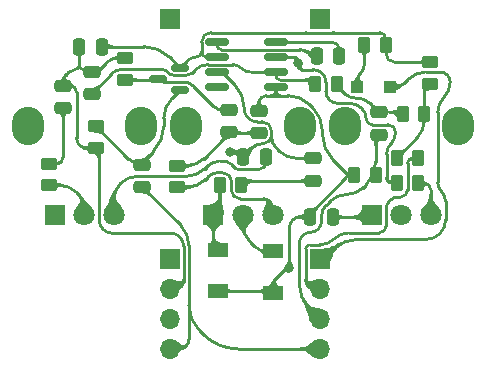
<source format=gbr>
%TF.GenerationSoftware,KiCad,Pcbnew,(6.0.1)*%
%TF.CreationDate,2022-07-11T12:53:36-07:00*%
%TF.ProjectId,ratt-rounded,72617474-2d72-46f7-956e-6465642e6b69,rev?*%
%TF.SameCoordinates,Original*%
%TF.FileFunction,Copper,L2,Bot*%
%TF.FilePolarity,Positive*%
%FSLAX46Y46*%
G04 Gerber Fmt 4.6, Leading zero omitted, Abs format (unit mm)*
G04 Created by KiCad (PCBNEW (6.0.1)) date 2022-07-11 12:53:36*
%MOMM*%
%LPD*%
G01*
G04 APERTURE LIST*
G04 Aperture macros list*
%AMRoundRect*
0 Rectangle with rounded corners*
0 $1 Rounding radius*
0 $2 $3 $4 $5 $6 $7 $8 $9 X,Y pos of 4 corners*
0 Add a 4 corners polygon primitive as box body*
4,1,4,$2,$3,$4,$5,$6,$7,$8,$9,$2,$3,0*
0 Add four circle primitives for the rounded corners*
1,1,$1+$1,$2,$3*
1,1,$1+$1,$4,$5*
1,1,$1+$1,$6,$7*
1,1,$1+$1,$8,$9*
0 Add four rect primitives between the rounded corners*
20,1,$1+$1,$2,$3,$4,$5,0*
20,1,$1+$1,$4,$5,$6,$7,0*
20,1,$1+$1,$6,$7,$8,$9,0*
20,1,$1+$1,$8,$9,$2,$3,0*%
G04 Aperture macros list end*
%TA.AperFunction,ComponentPad*%
%ADD10O,2.720000X3.240000*%
%TD*%
%TA.AperFunction,ComponentPad*%
%ADD11R,1.800000X1.800000*%
%TD*%
%TA.AperFunction,ComponentPad*%
%ADD12C,1.800000*%
%TD*%
%TA.AperFunction,SMDPad,CuDef*%
%ADD13RoundRect,0.150000X0.825000X0.150000X-0.825000X0.150000X-0.825000X-0.150000X0.825000X-0.150000X0*%
%TD*%
%TA.AperFunction,SMDPad,CuDef*%
%ADD14RoundRect,0.250000X-0.262500X-0.450000X0.262500X-0.450000X0.262500X0.450000X-0.262500X0.450000X0*%
%TD*%
%TA.AperFunction,SMDPad,CuDef*%
%ADD15RoundRect,0.250000X-0.450000X0.262500X-0.450000X-0.262500X0.450000X-0.262500X0.450000X0.262500X0*%
%TD*%
%TA.AperFunction,SMDPad,CuDef*%
%ADD16RoundRect,0.250000X-0.475000X0.250000X-0.475000X-0.250000X0.475000X-0.250000X0.475000X0.250000X0*%
%TD*%
%TA.AperFunction,ComponentPad*%
%ADD17R,1.700000X1.700000*%
%TD*%
%TA.AperFunction,SMDPad,CuDef*%
%ADD18RoundRect,0.250000X0.450000X-0.262500X0.450000X0.262500X-0.450000X0.262500X-0.450000X-0.262500X0*%
%TD*%
%TA.AperFunction,SMDPad,CuDef*%
%ADD19RoundRect,0.250000X0.262500X0.450000X-0.262500X0.450000X-0.262500X-0.450000X0.262500X-0.450000X0*%
%TD*%
%TA.AperFunction,SMDPad,CuDef*%
%ADD20RoundRect,0.250000X0.475000X-0.250000X0.475000X0.250000X-0.475000X0.250000X-0.475000X-0.250000X0*%
%TD*%
%TA.AperFunction,SMDPad,CuDef*%
%ADD21RoundRect,0.250000X0.250000X0.475000X-0.250000X0.475000X-0.250000X-0.475000X0.250000X-0.475000X0*%
%TD*%
%TA.AperFunction,ComponentPad*%
%ADD22O,1.700000X1.700000*%
%TD*%
%TA.AperFunction,SMDPad,CuDef*%
%ADD23RoundRect,0.150000X0.587500X0.150000X-0.587500X0.150000X-0.587500X-0.150000X0.587500X-0.150000X0*%
%TD*%
%TA.AperFunction,SMDPad,CuDef*%
%ADD24R,1.700000X1.300000*%
%TD*%
%TA.AperFunction,SMDPad,CuDef*%
%ADD25RoundRect,0.250000X-0.250000X-0.475000X0.250000X-0.475000X0.250000X0.475000X-0.250000X0.475000X0*%
%TD*%
%TA.AperFunction,SMDPad,CuDef*%
%ADD26R,1.100000X1.100000*%
%TD*%
%TA.AperFunction,ViaPad*%
%ADD27C,0.800000*%
%TD*%
%TA.AperFunction,Conductor*%
%ADD28C,0.250000*%
%TD*%
G04 APERTURE END LIST*
D10*
%TO.P,RV1,*%
%TO.N,*%
X30810000Y-33350000D03*
X40410000Y-33350000D03*
D11*
%TO.P,RV1,1,1*%
%TO.N,Net-(D1-Pad2)*%
X33110000Y-40850000D03*
D12*
%TO.P,RV1,2,2*%
X35610000Y-40850000D03*
%TO.P,RV1,3,3*%
%TO.N,Net-(R4-Pad1)*%
X38110000Y-40850000D03*
%TD*%
D10*
%TO.P,RV2,*%
%TO.N,*%
X44215000Y-33350000D03*
X53815000Y-33350000D03*
D11*
%TO.P,RV2,1,1*%
%TO.N,Net-(C10-Pad1)*%
X46515000Y-40850000D03*
D12*
%TO.P,RV2,2,2*%
X49015000Y-40850000D03*
%TO.P,RV2,3,3*%
%TO.N,Net-(R8-Pad1)*%
X51515000Y-40850000D03*
%TD*%
D10*
%TO.P,RV3,*%
%TO.N,*%
X26975000Y-33350000D03*
X17375000Y-33350000D03*
D11*
%TO.P,RV3,1,1*%
%TO.N,Net-(C2-Pad1)*%
X19675000Y-40850000D03*
D12*
%TO.P,RV3,2,2*%
%TO.N,Net-(C8-Pad1)*%
X22175000Y-40850000D03*
%TO.P,RV3,3,3*%
X24675000Y-40850000D03*
%TD*%
D13*
%TO.P,U1,1,NULL*%
%TO.N,Net-(C6-Pad2)*%
X38385000Y-26215000D03*
%TO.P,U1,2,-*%
%TO.N,Net-(C8-Pad1)*%
X38385000Y-27485000D03*
%TO.P,U1,3,+*%
%TO.N,Net-(C4-Pad1)*%
X38385000Y-28755000D03*
%TO.P,U1,4,V-*%
%TO.N,GND*%
X38385000Y-30025000D03*
%TO.P,U1,5,NULL*%
%TO.N,unconnected-(U1-Pad5)*%
X33435000Y-30025000D03*
%TO.P,U1,6*%
%TO.N,Net-(C2-Pad1)*%
X33435000Y-28755000D03*
%TO.P,U1,7,V+*%
%TO.N,VA*%
X33435000Y-27485000D03*
%TO.P,U1,8,STRB*%
%TO.N,Net-(C6-Pad1)*%
X33435000Y-26215000D03*
%TD*%
D14*
%TO.P,R5,1*%
%TO.N,GND*%
X45015500Y-37500000D03*
%TO.P,R5,2*%
%TO.N,INPUT*%
X46840500Y-37500000D03*
%TD*%
D15*
%TO.P,R6,1*%
%TO.N,GND*%
X25610000Y-27567500D03*
%TO.P,R6,2*%
%TO.N,Net-(C3-Pad2)*%
X25610000Y-29392500D03*
%TD*%
D16*
%TO.P,C7,1*%
%TO.N,GND*%
X36948000Y-32010000D03*
%TO.P,C7,2*%
%TO.N,Net-(C3-Pad1)*%
X36948000Y-33910000D03*
%TD*%
%TO.P,C2,1*%
%TO.N,Net-(C2-Pad1)*%
X41498000Y-36070000D03*
%TO.P,C2,2*%
%TO.N,Net-(C2-Pad2)*%
X41498000Y-37970000D03*
%TD*%
D14*
%TO.P,R9,1*%
%TO.N,Net-(D3-Pad1)*%
X45887500Y-26480000D03*
%TO.P,R9,2*%
%TO.N,VA*%
X47712500Y-26480000D03*
%TD*%
D17*
%TO.P,J4,1,Pin_1*%
%TO.N,unconnected-(J4-Pad1)*%
X42100000Y-24240000D03*
%TD*%
D18*
%TO.P,R7,1*%
%TO.N,GND*%
X23170000Y-35184500D03*
%TO.P,R7,2*%
%TO.N,Net-(C5-Pad1)*%
X23170000Y-33359500D03*
%TD*%
D19*
%TO.P,R12,1*%
%TO.N,GND*%
X50440500Y-36010000D03*
%TO.P,R12,2*%
%TO.N,VB*%
X48615500Y-36010000D03*
%TD*%
%TO.P,R8,1*%
%TO.N,Net-(R8-Pad1)*%
X50464500Y-38180000D03*
%TO.P,R8,2*%
%TO.N,Net-(C8-Pad1)*%
X48639500Y-38180000D03*
%TD*%
D20*
%TO.P,C3,1*%
%TO.N,Net-(C3-Pad1)*%
X34458000Y-33870000D03*
%TO.P,C3,2*%
%TO.N,Net-(C3-Pad2)*%
X34458000Y-31970000D03*
%TD*%
D18*
%TO.P,R4,1*%
%TO.N,Net-(R4-Pad1)*%
X30028000Y-38492500D03*
%TO.P,R4,2*%
%TO.N,Net-(C3-Pad1)*%
X30028000Y-36667500D03*
%TD*%
D21*
%TO.P,C8,1*%
%TO.N,Net-(C8-Pad1)*%
X37528000Y-35910000D03*
%TO.P,C8,2*%
%TO.N,Net-(C2-Pad1)*%
X35628000Y-35910000D03*
%TD*%
D16*
%TO.P,C5,1*%
%TO.N,Net-(C5-Pad1)*%
X27098000Y-36600000D03*
%TO.P,C5,2*%
%TO.N,OUTPUT*%
X27098000Y-38500000D03*
%TD*%
D19*
%TO.P,R3,1*%
%TO.N,Net-(C2-Pad2)*%
X35462500Y-38302000D03*
%TO.P,R3,2*%
%TO.N,Net-(D1-Pad2)*%
X33637500Y-38302000D03*
%TD*%
%TO.P,R1,1*%
%TO.N,VB*%
X50940500Y-32290000D03*
%TO.P,R1,2*%
%TO.N,Net-(C1-Pad2)*%
X49115500Y-32290000D03*
%TD*%
D17*
%TO.P,J2,1,Pin_1*%
%TO.N,+9V*%
X42100000Y-44560000D03*
D22*
%TO.P,J2,2,Pin_2*%
%TO.N,GND*%
X42100000Y-47100000D03*
%TO.P,J2,3,Pin_3*%
%TO.N,INPUT*%
X42100000Y-49640000D03*
%TO.P,J2,4,Pin_4*%
%TO.N,OUTPUT*%
X42100000Y-52180000D03*
%TD*%
D23*
%TO.P,Q1,1,D*%
%TO.N,VA*%
X30296100Y-28389400D03*
%TO.P,Q1,2,S*%
%TO.N,Net-(C5-Pad1)*%
X30296100Y-30289400D03*
%TO.P,Q1,3,G*%
%TO.N,Net-(C3-Pad2)*%
X28421100Y-29339400D03*
%TD*%
D15*
%TO.P,R10,1*%
%TO.N,VA*%
X51430000Y-27919500D03*
%TO.P,R10,2*%
%TO.N,VB*%
X51430000Y-29744500D03*
%TD*%
D24*
%TO.P,D2,1,K*%
%TO.N,Net-(D1-Pad2)*%
X38175000Y-43918000D03*
%TO.P,D2,2,A*%
%TO.N,GND*%
X38175000Y-47418000D03*
%TD*%
D25*
%TO.P,C6,1*%
%TO.N,Net-(C6-Pad1)*%
X41848000Y-27400000D03*
%TO.P,C6,2*%
%TO.N,Net-(C6-Pad2)*%
X43748000Y-27400000D03*
%TD*%
D17*
%TO.P,J1,1,Pin_1*%
%TO.N,+9V*%
X29400000Y-44560000D03*
D22*
%TO.P,J1,2,Pin_2*%
%TO.N,GND*%
X29400000Y-47100000D03*
%TO.P,J1,3,Pin_3*%
%TO.N,INPUT*%
X29400000Y-49640000D03*
%TO.P,J1,4,Pin_4*%
%TO.N,OUTPUT*%
X29400000Y-52180000D03*
%TD*%
D19*
%TO.P,R2,1*%
%TO.N,Net-(C1-Pad2)*%
X43542500Y-29800000D03*
%TO.P,R2,2*%
%TO.N,Net-(C4-Pad1)*%
X41717500Y-29800000D03*
%TD*%
D17*
%TO.P,J3,1,Pin_1*%
%TO.N,unconnected-(J3-Pad1)*%
X29400000Y-24240000D03*
%TD*%
D20*
%TO.P,C11,1*%
%TO.N,Net-(C11-Pad1)*%
X20390000Y-31792000D03*
%TO.P,C11,2*%
%TO.N,GND*%
X20390000Y-29892000D03*
%TD*%
D26*
%TO.P,D3,1,K*%
%TO.N,Net-(D3-Pad1)*%
X45292000Y-29995000D03*
%TO.P,D3,2,A*%
%TO.N,+9V*%
X48092000Y-29995000D03*
%TD*%
D15*
%TO.P,R11,1*%
%TO.N,Net-(C11-Pad1)*%
X19200000Y-36509500D03*
%TO.P,R11,2*%
%TO.N,Net-(C8-Pad1)*%
X19200000Y-38334500D03*
%TD*%
D21*
%TO.P,C10,1*%
%TO.N,Net-(C10-Pad1)*%
X43202000Y-41040000D03*
%TO.P,C10,2*%
%TO.N,GND*%
X41302000Y-41040000D03*
%TD*%
D20*
%TO.P,C4,1*%
%TO.N,Net-(C4-Pad1)*%
X22850000Y-30628000D03*
%TO.P,C4,2*%
%TO.N,GND*%
X22850000Y-28728000D03*
%TD*%
D21*
%TO.P,C9,1*%
%TO.N,VA*%
X23650500Y-26602000D03*
%TO.P,C9,2*%
%TO.N,GND*%
X21750500Y-26602000D03*
%TD*%
D20*
%TO.P,C1,1*%
%TO.N,INPUT*%
X47090500Y-34050000D03*
%TO.P,C1,2*%
%TO.N,Net-(C1-Pad2)*%
X47090500Y-32150000D03*
%TD*%
D24*
%TO.P,D1,1,K*%
%TO.N,GND*%
X33460000Y-47308000D03*
%TO.P,D1,2,A*%
%TO.N,Net-(D1-Pad2)*%
X33460000Y-43808000D03*
%TD*%
D27*
%TO.N,GND*%
X39543500Y-45343000D03*
%TO.N,Net-(C2-Pad1)*%
X34490900Y-35503000D03*
%TO.N,Net-(C8-Pad1)*%
X40257700Y-28022900D03*
%TD*%
D28*
%TO.N,VA*%
X27244817Y-26602000D02*
X23650500Y-26602000D01*
X30296100Y-28389400D02*
X29402400Y-27495700D01*
X27244817Y-26602000D02*
G75*
G02*
X29402400Y-27495700I-1J-3051285D01*
G01*
X30296100Y-28389400D02*
X30296100Y-28389398D01*
X30296100Y-28389398D02*
X30880887Y-27804612D01*
X31652500Y-27485000D02*
G75*
G03*
X30880887Y-27804612I-2J-1091221D01*
G01*
%TO.N,GND*%
X42312500Y-33868017D02*
X42312500Y-33667651D01*
%TO.N,Net-(C2-Pad1)*%
X35713100Y-31807050D02*
X35713100Y-31867493D01*
%TO.N,Net-(R4-Pad1)*%
X33824690Y-37251400D02*
X33554518Y-37251400D01*
%TO.N,Net-(C1-Pad2)*%
X45250250Y-30954400D02*
X45112566Y-30954400D01*
%TO.N,Net-(C4-Pad1)*%
X31554300Y-28573500D02*
X31296116Y-28831683D01*
X29274000Y-28779800D02*
X29370967Y-28876766D01*
%TO.N,Net-(C8-Pad1)*%
X48141800Y-34808200D02*
X48112033Y-34837967D01*
%TO.N,Net-(D1-Pad2)*%
X33110001Y-41222998D02*
G75*
G02*
X33373750Y-40586250I900490J3D01*
G01*
X33285000Y-43633000D02*
G75*
G02*
X33110000Y-43210512I422492J422489D01*
G01*
X37581500Y-43917999D02*
G75*
G02*
X36568333Y-43498331I3J1432842D01*
G01*
X36207505Y-43137505D02*
G75*
G02*
X35610000Y-41695000I1442500J1442503D01*
G01*
X33373750Y-40586250D02*
G75*
G03*
X33637500Y-39949501I-636756J636752D01*
G01*
%TO.N,Net-(C3-Pad1)*%
X34458000Y-33890000D02*
G75*
G02*
X34443857Y-33924142I-48289J3D01*
G01*
X34443857Y-33924142D02*
G75*
G02*
X34478000Y-33910000I34141J-34140D01*
G01*
X34478000Y-33910000D02*
G75*
G02*
X34458000Y-33890000I-1J19999D01*
G01*
X30864250Y-36667500D02*
G75*
G03*
X32291818Y-36076181I-2J2018888D01*
G01*
%TO.N,Net-(C11-Pad1)*%
X19795000Y-36509500D02*
G75*
G03*
X20390000Y-35914500I-2J595002D01*
G01*
%TO.N,Net-(C8-Pad1)*%
X47910000Y-33210000D02*
G75*
G02*
X48520000Y-33820000I1J-609999D01*
G01*
X41566180Y-28544800D02*
G75*
G02*
X42630000Y-29608620I-1J-1063821D01*
G01*
X39988750Y-27485000D02*
G75*
G02*
X40257700Y-27753950I0J-268950D01*
G01*
X32521787Y-36768212D02*
G75*
G02*
X33652152Y-36300000I1130364J-1130363D01*
G01*
X35105224Y-36969800D02*
G75*
G02*
X34900849Y-36885145I4J289039D01*
G01*
X47763600Y-35679155D02*
G75*
G02*
X48112033Y-34837967I1189618J-1D01*
G01*
X46039000Y-32704500D02*
G75*
G03*
X45681557Y-31841557I-1220389J-2D01*
G01*
X34815494Y-36800489D02*
G75*
G02*
X34814300Y-36799994I1J1692D01*
G01*
X44683045Y-31404700D02*
G75*
G02*
X45641850Y-31801850I3J-1355947D01*
G01*
X22174999Y-40227500D02*
G75*
G03*
X21734826Y-39164826I-1502848J0D01*
G01*
X30804903Y-37580000D02*
G75*
G03*
X32350000Y-36940000I-3J2185104D01*
G01*
X48141800Y-34808200D02*
G75*
G03*
X48520000Y-33895144I-913058J913057D01*
G01*
X34815494Y-36800491D02*
G75*
G02*
X34816687Y-36800985I2J-1685D01*
G01*
X36998100Y-36969800D02*
G75*
G03*
X37528000Y-36439900I-3J529903D01*
G01*
X42922350Y-31112350D02*
G75*
G02*
X42630000Y-30406554I705794J705795D01*
G01*
X46544500Y-33210000D02*
G75*
G02*
X46039000Y-32704500I0J505500D01*
G01*
X33960404Y-36300001D02*
G75*
G02*
X34564548Y-36550246I1J-854387D01*
G01*
X40518650Y-28544800D02*
G75*
G02*
X40257700Y-28283850I0J260950D01*
G01*
X48201550Y-38180000D02*
G75*
G02*
X47763600Y-37742050I0J437950D01*
G01*
X24675000Y-39568779D02*
G75*
G02*
X25257500Y-38162500I1988768J4D01*
G01*
X20052250Y-38334500D02*
G75*
G02*
X21507131Y-38937131I3J-2057505D01*
G01*
X25257500Y-38162500D02*
G75*
G02*
X26663779Y-37580000I1406275J-1406268D01*
G01*
X43628145Y-31404699D02*
G75*
G02*
X42922351Y-31112349I2J998149D01*
G01*
%TO.N,Net-(C6-Pad2)*%
X43155500Y-26215000D02*
G75*
G02*
X43748000Y-26807500I-1J-592501D01*
G01*
%TO.N,Net-(C4-Pad1)*%
X38062260Y-28755000D02*
G75*
G02*
X38385000Y-29077740I0J-322740D01*
G01*
X34720987Y-28120001D02*
G75*
G02*
X35487499Y-28437501I1J-1084010D01*
G01*
X31554300Y-28573500D02*
G75*
G02*
X32649145Y-28120000I1094841J-1094834D01*
G01*
X36254012Y-28755000D02*
G75*
G02*
X35487500Y-28437500I1J1084013D01*
G01*
X24506393Y-28865404D02*
G75*
G02*
X25309853Y-28532600I803461J-803463D01*
G01*
X38707740Y-29400480D02*
G75*
G02*
X38385000Y-29077740I0J322740D01*
G01*
X41035476Y-29400481D02*
G75*
G02*
X41517739Y-29600241I4J-682015D01*
G01*
X29733666Y-29026999D02*
G75*
G02*
X29370967Y-28876766I2J512941D01*
G01*
X30824578Y-29027000D02*
G75*
G03*
X31296116Y-28831683I0J666856D01*
G01*
X28677206Y-28532601D02*
G75*
G02*
X29273999Y-28779801I0J-843994D01*
G01*
X22850000Y-30574900D02*
G75*
G02*
X22887547Y-30484252I128192J2D01*
G01*
%TO.N,Net-(C1-Pad2)*%
X45112566Y-30954400D02*
G75*
G02*
X44247120Y-30595920I1J1223925D01*
G01*
X48876505Y-32150001D02*
G75*
G02*
X49045499Y-32220001I1J-238992D01*
G01*
X45250250Y-30954401D02*
G75*
G02*
X46350735Y-31410237I3J-1556315D01*
G01*
X47935916Y-32150000D02*
G75*
G02*
X46492700Y-31552200I4J2041024D01*
G01*
X43574779Y-29923579D02*
G75*
G02*
X43542500Y-29845650I77933J77930D01*
G01*
%TO.N,Net-(R8-Pad1)*%
X50989750Y-38180000D02*
G75*
G02*
X51515000Y-38705250I-1J-525251D01*
G01*
%TO.N,Net-(R4-Pad1)*%
X35341932Y-39476500D02*
G75*
G02*
X34625480Y-38760048I0J716452D01*
G01*
X30905400Y-38492499D02*
G75*
G03*
X32403214Y-37872083I-2J2118233D01*
G01*
X37423250Y-39476500D02*
G75*
G02*
X38110000Y-40163250I0J-686750D01*
G01*
X32648695Y-37626604D02*
G75*
G02*
X33554518Y-37251400I905821J-905819D01*
G01*
X33824690Y-37251400D02*
G75*
G02*
X34625480Y-38052190I2J-800788D01*
G01*
%TO.N,VB*%
X50447293Y-34178206D02*
G75*
G03*
X50940500Y-32987500I-1190714J1190710D01*
G01*
X50940500Y-30580128D02*
G75*
G02*
X51185250Y-29989250I835621J2D01*
G01*
X50940500Y-31592500D02*
X50940500Y-32987500D01*
%TO.N,+9V*%
X52335000Y-28760000D02*
G75*
G02*
X53140000Y-29565000I-2J-805002D01*
G01*
X43306549Y-43738149D02*
G75*
G02*
X45290671Y-42916300I1984119J-1984119D01*
G01*
X52090100Y-32162291D02*
G75*
G02*
X52615050Y-30894950I1792290J0D01*
G01*
X49584799Y-29377499D02*
G75*
G02*
X51075576Y-28760000I1490773J-1490770D01*
G01*
X51128907Y-42916300D02*
G75*
G03*
X52280850Y-42439150I-4J1629103D01*
G01*
X52280850Y-42439150D02*
G75*
G03*
X52758000Y-41287207I-1151953J1151947D01*
G01*
X48529650Y-29995000D02*
G75*
G03*
X49276765Y-29685534I-4J1056587D01*
G01*
X52615050Y-30894950D02*
G75*
G03*
X53140000Y-29627608I-1267356J1267347D01*
G01*
X52758000Y-39690276D02*
G75*
G03*
X52424050Y-38884050I-1140175J0D01*
G01*
X42292350Y-44559999D02*
G75*
G03*
X42620710Y-44423987I-4J464381D01*
G01*
X52424050Y-38884050D02*
G75*
G02*
X52090100Y-38077823I806223J806225D01*
G01*
%TO.N,Net-(D3-Pad1)*%
X45589750Y-28821950D02*
G75*
G03*
X45887500Y-28103117I-718840J718835D01*
G01*
X45292001Y-29540782D02*
G75*
G02*
X45589751Y-28821951I1016569J5D01*
G01*
%TO.N,Net-(C10-Pad1)*%
X46190649Y-41039999D02*
G75*
G03*
X46419999Y-40944999I-1J324354D01*
G01*
%TO.N,Net-(C2-Pad1)*%
X37234837Y-32960000D02*
G75*
G02*
X38019000Y-33744163I0J-784163D01*
G01*
X38019000Y-34158250D02*
G75*
G02*
X37379750Y-34797500I-639250J0D01*
G01*
X38471018Y-35249518D02*
G75*
G02*
X38019000Y-34158250I1091265J1091267D01*
G01*
X40191293Y-36070000D02*
G75*
G02*
X38655250Y-35433750I-1J2172290D01*
G01*
X36805608Y-32960000D02*
G75*
G02*
X35713100Y-31867493I1J1092509D01*
G01*
X36288481Y-35249518D02*
G75*
G02*
X37379750Y-34797500I1091265J-1091261D01*
G01*
X35831499Y-35706499D02*
G75*
G02*
X35424501Y-35706499I-203499J203501D01*
G01*
X34933207Y-35503001D02*
G75*
G02*
X35424499Y-35706501I3J-694786D01*
G01*
X33639300Y-28755001D02*
G75*
G02*
X33988060Y-28899462I1J-493221D01*
G01*
X35713099Y-31792250D02*
G75*
G03*
X34887376Y-29798776I-2819198J0D01*
G01*
%TO.N,OUTPUT*%
X35160072Y-52179999D02*
G75*
G02*
X32274256Y-50984654I4J4081170D01*
G01*
X30215400Y-52180000D02*
G75*
G03*
X31030800Y-51364600I-3J815403D01*
G01*
X31889889Y-50600287D02*
G75*
G02*
X31030801Y-48521800I2079417J2076256D01*
G01*
X31030800Y-43433784D02*
G75*
G03*
X30322997Y-41724997I-2416589J0D01*
G01*
X31030800Y-50960600D02*
X31030800Y-48521800D01*
%TO.N,Net-(C6-Pad1)*%
X33752500Y-26850000D02*
G75*
G02*
X33435000Y-26532500I0J317500D01*
G01*
X40411091Y-26850001D02*
G75*
G02*
X41074999Y-27125001I1J-938906D01*
G01*
X41599000Y-27400000D02*
G75*
G02*
X41173930Y-27223930I3J601146D01*
G01*
%TO.N,Net-(C5-Pad1)*%
X27995249Y-35502249D02*
G75*
G03*
X28892500Y-33336096I-2166149J2166153D01*
G01*
X27168887Y-36328612D02*
G75*
G02*
X26997750Y-36399500I-171142J171147D01*
G01*
X26997750Y-36399500D02*
G75*
G02*
X27098000Y-36499750I0J-100250D01*
G01*
X27098001Y-36499750D02*
G75*
G02*
X27168888Y-36328613I242012J6D01*
G01*
X26654000Y-36399499D02*
G75*
G02*
X25896045Y-36085543I2J1071915D01*
G01*
X28892500Y-32685495D02*
G75*
G02*
X29594300Y-30991200I2396084J4D01*
G01*
%TO.N,Net-(C3-Pad2)*%
X30630602Y-29597800D02*
G75*
G02*
X31344169Y-29893369I0J-1009136D01*
G01*
X28394551Y-29365951D02*
G75*
G02*
X28447649Y-29365951I26549J-26547D01*
G01*
X33939400Y-31969999D02*
G75*
G02*
X33054094Y-31603294I-1J1252009D01*
G01*
X28862216Y-29597800D02*
G75*
G02*
X28550300Y-29468600I0J441114D01*
G01*
X28330452Y-29392499D02*
G75*
G03*
X28394549Y-29365949I-5J90660D01*
G01*
%TO.N,Net-(C2-Pad2)*%
X35628500Y-38136000D02*
G75*
G02*
X36029259Y-37970000I400753J-400744D01*
G01*
%TO.N,INPUT*%
X41237200Y-48777200D02*
G75*
G02*
X40374400Y-46694216I2082984J2082984D01*
G01*
X42950717Y-39717382D02*
G75*
G02*
X44378200Y-39126100I1427480J-1427480D01*
G01*
X44378200Y-39126099D02*
G75*
G03*
X45805681Y-38534816I-4J2018772D01*
G01*
X41313200Y-42330000D02*
G75*
G03*
X42252000Y-41391200I-3J938803D01*
G01*
X46840500Y-34476776D02*
G75*
G02*
X46965500Y-34175000I426770J2D01*
G01*
X42252000Y-40996011D02*
G75*
G02*
X42662047Y-40006057I1400024J-2D01*
G01*
X40374400Y-43268800D02*
G75*
G02*
X41313200Y-42330000I938799J1D01*
G01*
X46027450Y-38313050D02*
G75*
G03*
X46840500Y-36350173I-1962882J1962879D01*
G01*
%TO.N,GND*%
X22988946Y-28727999D02*
G75*
G02*
X22751751Y-28629749I2J335450D01*
G01*
X39179664Y-45438035D02*
G75*
G02*
X39409100Y-45343000I229432J-229428D01*
G01*
X42312500Y-33667651D02*
G75*
G03*
X41539030Y-31800330I-2640797J-3D01*
G01*
X38385000Y-30384250D02*
G75*
G02*
X38025750Y-30743500I-359250J0D01*
G01*
X38744250Y-30743500D02*
G75*
G02*
X38385000Y-30384250I-1J359249D01*
G01*
X20953550Y-29892000D02*
G75*
G02*
X21517100Y-30455550I2J-563548D01*
G01*
X39543500Y-41919250D02*
G75*
G02*
X40422750Y-41040000I879249J1D01*
G01*
X47740400Y-40348772D02*
G75*
G02*
X48036800Y-39633200I1011960J4D01*
G01*
X20731000Y-29892000D02*
G75*
G02*
X20390000Y-29551000I0J341000D01*
G01*
X39433600Y-30743500D02*
G75*
G02*
X41223672Y-31484972I1J-2531541D01*
G01*
X21750500Y-28190500D02*
G75*
G02*
X21409500Y-28531500I-341001J1D01*
G01*
X22091500Y-28531500D02*
G75*
G02*
X21750500Y-28190500I0J341000D01*
G01*
X22989687Y-35184501D02*
G75*
G02*
X23297500Y-35312000I1J-435312D01*
G01*
X23757450Y-42067450D02*
G75*
G02*
X23425000Y-41264844I802597J802602D01*
G01*
X22514553Y-28531500D02*
G75*
G02*
X22751750Y-28629750I1J-335444D01*
G01*
X38174999Y-47340218D02*
G75*
G02*
X38120000Y-47363000I-32218J1D01*
G01*
X44359973Y-37328775D02*
G75*
G02*
X44359973Y-37671224I-171224J-171225D01*
G01*
X44359974Y-37671225D02*
G75*
G02*
X44773350Y-37500000I413370J-413366D01*
G01*
X44773350Y-37500000D02*
G75*
G02*
X44359974Y-37328774I3J584609D01*
G01*
X20827376Y-28772623D02*
G75*
G02*
X21409500Y-28531500I582119J-582113D01*
G01*
X48036800Y-39633200D02*
G75*
G02*
X48752372Y-39336800I715568J-715560D01*
G01*
X24560055Y-42399900D02*
G75*
G02*
X23757450Y-42067450I0J1135054D01*
G01*
X20390000Y-29551000D02*
G75*
G02*
X20631123Y-28968876I823236J5D01*
G01*
X23057300Y-28728000D02*
G75*
G03*
X23411183Y-28581416I-1J500466D01*
G01*
X47128687Y-42368700D02*
G75*
G03*
X47740400Y-41756987I-1J611714D01*
G01*
X43333000Y-42876700D02*
G75*
G02*
X44559420Y-42368700I1226415J-1226408D01*
G01*
X42106579Y-43384700D02*
G75*
G03*
X43333000Y-42876700I-1J1734424D01*
G01*
X36948000Y-31376750D02*
G75*
G02*
X37581250Y-30743500I633248J2D01*
G01*
X48942600Y-39336800D02*
G75*
G03*
X49552000Y-38727400I-3J609403D01*
G01*
X23424999Y-35619812D02*
G75*
G03*
X23297499Y-35312001I-435318J-3D01*
G01*
X29505836Y-42399901D02*
G75*
G02*
X30263899Y-42713901I4J-1072055D01*
G01*
X41302001Y-40884600D02*
G75*
G02*
X41411885Y-40619316I375156J6D01*
G01*
X22343550Y-35184500D02*
G75*
G02*
X21517100Y-34358050I0J826450D01*
G01*
X38175000Y-46930350D02*
G75*
G02*
X38519820Y-46097879I1177284J4D01*
G01*
X41146600Y-41040000D02*
G75*
G03*
X41302000Y-40884600I-1J155401D01*
G01*
X43269745Y-36238545D02*
G75*
G02*
X42312500Y-33927550I2310989J2310992D01*
G01*
X29988950Y-47100000D02*
G75*
G03*
X30577900Y-46511050I-2J588952D01*
G01*
X41512350Y-47100000D02*
G75*
G02*
X40924700Y-46512350I-1J587649D01*
G01*
X40924700Y-43705877D02*
G75*
G02*
X41245877Y-43384700I321178J-1D01*
G01*
X37987218Y-47308000D02*
G75*
G02*
X38120000Y-47363000I0J-187782D01*
G01*
X49552000Y-36454250D02*
G75*
G02*
X49996250Y-36010000I444247J3D01*
G01*
X24006174Y-27986425D02*
G75*
G02*
X25017550Y-27567500I1011375J-1011376D01*
G01*
X30577900Y-43471963D02*
G75*
G03*
X30263900Y-42713900I-1072062J0D01*
G01*
X38744250Y-30743500D02*
X38025750Y-30743500D01*
%TO.N,VA*%
X48432250Y-27919500D02*
G75*
G02*
X47712500Y-27199750I-1J719749D01*
G01*
X32104500Y-26201822D02*
G75*
G02*
X32900322Y-25406000I795822J0D01*
G01*
X43270255Y-25410255D02*
G75*
G02*
X43280529Y-25406000I10268J-10263D01*
G01*
X43259981Y-25414511D02*
G75*
G03*
X43270255Y-25410255I-5J14540D01*
G01*
X47175500Y-25406000D02*
G75*
G02*
X47712500Y-25943000I1J-536999D01*
G01*
X40919470Y-25406001D02*
G75*
G02*
X40929743Y-25410256I4J-14521D01*
G01*
X32104500Y-27033000D02*
G75*
G02*
X31652500Y-27485000I-452001J1D01*
G01*
X32556500Y-27485000D02*
G75*
G02*
X32104500Y-27033000I-1J451999D01*
G01*
X40940018Y-25414510D02*
G75*
G02*
X40929745Y-25410254I3J14535D01*
G01*
X47712500Y-25943000D02*
X47712500Y-27017000D01*
%TO.N,Net-(C4-Pad1)*%
X41517740Y-29600240D02*
X41717500Y-29800000D01*
X38707740Y-29400480D02*
X41035476Y-29400480D01*
%TO.N,VA*%
X32104500Y-26201822D02*
X32104500Y-27033000D01*
X43280529Y-25406000D02*
X47175500Y-25406000D01*
X43259981Y-25414511D02*
X40940018Y-25414511D01*
X32900322Y-25406000D02*
X40919470Y-25406000D01*
X48432250Y-27919500D02*
X51430000Y-27919500D01*
X47712500Y-27199750D02*
X47712500Y-27017000D01*
X32556500Y-27485000D02*
X33435000Y-27485000D01*
%TO.N,GND*%
X39543500Y-41919250D02*
X39543500Y-45343000D01*
X47128687Y-42368700D02*
X44559420Y-42368700D01*
X44359974Y-37671225D02*
X41411884Y-40619315D01*
X30577900Y-46511050D02*
X30577900Y-43471963D01*
X38025750Y-30743500D02*
X37581250Y-30743500D01*
X38744250Y-30743500D02*
X39433600Y-30743500D01*
X47740400Y-40348772D02*
X47740400Y-41756987D01*
X41512350Y-47100000D02*
X42100000Y-47100000D01*
X22091500Y-28531500D02*
X22514553Y-28531500D01*
X42106579Y-43384700D02*
X41245877Y-43384700D01*
X24560055Y-42399900D02*
X29505836Y-42399900D01*
X40924700Y-46512350D02*
X40924700Y-43705877D01*
X21750500Y-28190500D02*
X21750500Y-26602000D01*
X38175000Y-47340218D02*
X38175000Y-46930350D01*
X40422750Y-41040000D02*
X41146600Y-41040000D01*
X29988950Y-47100000D02*
X29400000Y-47100000D01*
X25017550Y-27567500D02*
X25610000Y-27567500D01*
X21517100Y-30455550D02*
X21517100Y-34358050D01*
X48752372Y-39336800D02*
X48942600Y-39336800D01*
X39409100Y-45343000D02*
X39543500Y-45343000D01*
X44773350Y-37500000D02*
X45015500Y-37500000D01*
X22988946Y-28728000D02*
X23057300Y-28728000D01*
X20827376Y-28772623D02*
X20631123Y-28968876D01*
X23425000Y-41264844D02*
X23425000Y-35619812D01*
X49996250Y-36010000D02*
X50440500Y-36010000D01*
X42312500Y-33868017D02*
X42312500Y-33927550D01*
X41539030Y-31800330D02*
X41223672Y-31484972D01*
X44359974Y-37328774D02*
X43269745Y-36238545D01*
X38385000Y-30384250D02*
X38385000Y-30025000D01*
X23411183Y-28581416D02*
X24006174Y-27986425D01*
X39179664Y-45438035D02*
X38519820Y-46097879D01*
X49552000Y-38727400D02*
X49552000Y-36454250D01*
X20953550Y-29892000D02*
X20731000Y-29892000D01*
X36948000Y-31376750D02*
X36948000Y-32010000D01*
X22989687Y-35184500D02*
X22343550Y-35184500D01*
X37987218Y-47308000D02*
X33460000Y-47308000D01*
%TO.N,INPUT*%
X40374400Y-46694216D02*
X40374400Y-43268800D01*
X41237200Y-48777200D02*
X42100000Y-49640000D01*
X46965500Y-34175000D02*
X47090500Y-34050000D01*
X45805682Y-38534817D02*
X46027450Y-38313050D01*
X42950717Y-39717382D02*
X42662047Y-40006057D01*
X46840500Y-34476776D02*
X46840500Y-36350173D01*
X42252000Y-41391200D02*
X42252000Y-40996011D01*
%TO.N,Net-(C2-Pad2)*%
X36029259Y-37970000D02*
X41498000Y-37970000D01*
X35628500Y-38136000D02*
X35462500Y-38302000D01*
%TO.N,Net-(C3-Pad2)*%
X33939400Y-31970000D02*
X34458000Y-31970000D01*
X28330452Y-29392500D02*
X25610000Y-29392500D01*
X31344169Y-29893369D02*
X33054094Y-31603294D01*
X28447650Y-29365950D02*
X28550300Y-29468600D01*
X30630602Y-29597800D02*
X28862216Y-29597800D01*
%TO.N,Net-(C5-Pad1)*%
X25896044Y-36085544D02*
X23170000Y-33359500D01*
X27995249Y-35502249D02*
X27168887Y-36328612D01*
X26997750Y-36399500D02*
X26654000Y-36399500D01*
X29594300Y-30991200D02*
X30296100Y-30289400D01*
X28892500Y-33336096D02*
X28892500Y-32685495D01*
X27098000Y-36499750D02*
X27098000Y-36600000D01*
%TO.N,Net-(C6-Pad1)*%
X41075000Y-27125000D02*
X41173930Y-27223930D01*
X33435000Y-26532500D02*
X33435000Y-26215000D01*
X33752500Y-26850000D02*
X40411091Y-26850000D01*
X41599000Y-27400000D02*
X41848000Y-27400000D01*
%TO.N,OUTPUT*%
X30322997Y-41724997D02*
X27098000Y-38500000D01*
X31030800Y-48521800D02*
X31030800Y-43433784D01*
X30215400Y-52180000D02*
X29400000Y-52180000D01*
X31030800Y-51364600D02*
X31030800Y-50960600D01*
X32274255Y-50984655D02*
X31889888Y-50600288D01*
X35160072Y-52180000D02*
X42100000Y-52180000D01*
%TO.N,Net-(C2-Pad1)*%
X38471018Y-35249518D02*
X38655250Y-35433750D01*
X33639300Y-28755000D02*
X33435000Y-28755000D01*
X35713100Y-31807050D02*
X35713100Y-31792250D01*
X40191293Y-36070000D02*
X41498000Y-36070000D01*
X38019000Y-33744163D02*
X38019000Y-34158250D01*
X37234837Y-32960000D02*
X36805608Y-32960000D01*
X33988061Y-28899461D02*
X34887376Y-29798776D01*
X34490900Y-35503000D02*
X34933207Y-35503000D01*
X36288481Y-35249518D02*
X35831500Y-35706500D01*
%TO.N,Net-(C10-Pad1)*%
X46190649Y-41040000D02*
X43202000Y-41040000D01*
X46420000Y-40945000D02*
X46515000Y-40850000D01*
%TO.N,Net-(D3-Pad1)*%
X45292000Y-29540782D02*
X45292000Y-29995000D01*
X45887500Y-28103117D02*
X45887500Y-26480000D01*
%TO.N,+9V*%
X42292350Y-44560000D02*
X42100000Y-44560000D01*
X48529650Y-29995000D02*
X48092000Y-29995000D01*
X45290671Y-42916300D02*
X51128907Y-42916300D01*
X43306549Y-43738149D02*
X42620711Y-44423988D01*
X52335000Y-28760000D02*
X51075576Y-28760000D01*
X52758000Y-41287207D02*
X52758000Y-39690276D01*
X52090100Y-32162291D02*
X52090100Y-38077823D01*
X53140000Y-29565000D02*
X53140000Y-29627608D01*
X49584799Y-29377499D02*
X49276765Y-29685534D01*
%TO.N,VB*%
X51185250Y-29989250D02*
X51430000Y-29744500D01*
X50447293Y-34178206D02*
X48615500Y-36010000D01*
X50940500Y-31592500D02*
X50940500Y-30580128D01*
%TO.N,Net-(R4-Pad1)*%
X32403215Y-37872084D02*
X32648695Y-37626604D01*
X38110000Y-40163250D02*
X38110000Y-40850000D01*
X30905400Y-38492500D02*
X30028000Y-38492500D01*
X35341932Y-39476500D02*
X37423250Y-39476500D01*
X34625480Y-38760048D02*
X34625480Y-38052190D01*
%TO.N,Net-(R8-Pad1)*%
X51515000Y-38705250D02*
X51515000Y-40850000D01*
X50989750Y-38180000D02*
X50464500Y-38180000D01*
%TO.N,Net-(C1-Pad2)*%
X44247120Y-30595920D02*
X43574779Y-29923579D01*
X49045500Y-32220000D02*
X49115500Y-32290000D01*
X43542500Y-29845650D02*
X43542500Y-29800000D01*
X48876505Y-32150000D02*
X47935916Y-32150000D01*
X46350736Y-31410236D02*
X46492700Y-31552200D01*
%TO.N,Net-(C4-Pad1)*%
X22850000Y-30574900D02*
X22850000Y-30628000D01*
X25309853Y-28532600D02*
X28677206Y-28532600D01*
X38062260Y-28755000D02*
X36254012Y-28755000D01*
X24506393Y-28865404D02*
X22887547Y-30484252D01*
X34720987Y-28120000D02*
X32649145Y-28120000D01*
X29733666Y-29027000D02*
X30824578Y-29027000D01*
%TO.N,Net-(C6-Pad2)*%
X43155500Y-26215000D02*
X38385000Y-26215000D01*
X43748000Y-26807500D02*
X43748000Y-27400000D01*
%TO.N,Net-(C8-Pad1)*%
X24675000Y-39568779D02*
X24675000Y-40850000D01*
X48201550Y-38180000D02*
X48639500Y-38180000D01*
X30804903Y-37580000D02*
X26663779Y-37580000D01*
X32521787Y-36768212D02*
X32350000Y-36940000D01*
X34814299Y-36799995D02*
X34564549Y-36550245D01*
X40257700Y-28022900D02*
X40257700Y-28283850D01*
X33652152Y-36300000D02*
X33960404Y-36300000D01*
X48520000Y-33820000D02*
X48520000Y-33895144D01*
X45681557Y-31841557D02*
X45641850Y-31801850D01*
X34900849Y-36885145D02*
X34816688Y-36800984D01*
X20052250Y-38334500D02*
X19200000Y-38334500D01*
X47910000Y-33210000D02*
X46544500Y-33210000D01*
X41566180Y-28544800D02*
X40518650Y-28544800D01*
X35105224Y-36969800D02*
X36998100Y-36969800D01*
X47763600Y-35679155D02*
X47763600Y-37742050D01*
X37528000Y-36439900D02*
X37528000Y-35910000D01*
X42630000Y-29608620D02*
X42630000Y-30406554D01*
X39988750Y-27485000D02*
X38385000Y-27485000D01*
X21734826Y-39164826D02*
X21507131Y-38937131D01*
X44683045Y-31404700D02*
X43628145Y-31404700D01*
X40257700Y-27753950D02*
X40257700Y-28022900D01*
X22175000Y-40227500D02*
X22175000Y-40850000D01*
%TO.N,Net-(C11-Pad1)*%
X20390000Y-35914500D02*
X20390000Y-31792000D01*
X19795000Y-36509500D02*
X19200000Y-36509500D01*
%TO.N,Net-(C3-Pad1)*%
X34478000Y-33910000D02*
X36948000Y-33910000D01*
X34458000Y-33890000D02*
X34458000Y-33870000D01*
X34443857Y-33924142D02*
X32291818Y-36076181D01*
X30864250Y-36667500D02*
X30028000Y-36667500D01*
%TO.N,Net-(D1-Pad2)*%
X35610000Y-41695000D02*
X35610000Y-40850000D01*
X33285000Y-43633000D02*
X33460000Y-43808000D01*
X37581500Y-43918000D02*
X38175000Y-43918000D01*
X33637500Y-39949501D02*
X33637500Y-38302000D01*
X36568332Y-43498332D02*
X36207505Y-43137505D01*
X33110000Y-41222998D02*
X33110000Y-43210512D01*
%TD*%
%TA.AperFunction,Conductor*%
%TO.N,VA*%
G36*
X23875928Y-26155968D02*
G01*
X23933676Y-26186580D01*
X23957790Y-26199363D01*
X23958467Y-26199751D01*
X24033752Y-26246416D01*
X24034211Y-26246716D01*
X24100054Y-26291932D01*
X24100179Y-26292019D01*
X24160618Y-26334685D01*
X24160713Y-26334752D01*
X24160816Y-26334820D01*
X24219719Y-26373702D01*
X24219725Y-26373706D01*
X24219918Y-26373833D01*
X24281886Y-26408168D01*
X24282188Y-26408293D01*
X24282192Y-26408295D01*
X24309684Y-26419683D01*
X24350773Y-26436704D01*
X24402197Y-26450650D01*
X24430384Y-26458294D01*
X24430387Y-26458295D01*
X24430735Y-26458389D01*
X24525925Y-26472172D01*
X24589506Y-26474851D01*
X24629293Y-26476528D01*
X24637414Y-26480301D01*
X24640500Y-26488218D01*
X24640500Y-26715782D01*
X24637073Y-26724055D01*
X24629293Y-26727472D01*
X24595607Y-26728891D01*
X24525925Y-26731827D01*
X24430735Y-26745610D01*
X24430387Y-26745704D01*
X24430384Y-26745705D01*
X24402197Y-26753349D01*
X24350773Y-26767295D01*
X24309684Y-26784316D01*
X24282192Y-26795704D01*
X24282188Y-26795706D01*
X24281886Y-26795831D01*
X24219918Y-26830166D01*
X24219725Y-26830293D01*
X24219719Y-26830297D01*
X24160816Y-26869179D01*
X24160713Y-26869247D01*
X24160621Y-26869312D01*
X24160618Y-26869314D01*
X24100179Y-26911980D01*
X24100054Y-26912067D01*
X24034211Y-26957283D01*
X24033752Y-26957583D01*
X23958467Y-27004248D01*
X23957789Y-27004636D01*
X23931626Y-27018506D01*
X23875928Y-27048032D01*
X23867013Y-27048879D01*
X23862338Y-27046128D01*
X23637644Y-26830050D01*
X23409269Y-26610433D01*
X23405681Y-26602229D01*
X23409269Y-26593567D01*
X23549838Y-26458389D01*
X23769951Y-26246716D01*
X23862338Y-26157872D01*
X23870677Y-26154607D01*
X23875928Y-26155968D01*
G37*
%TD.AperFunction*%
%TD*%
%TA.AperFunction,Conductor*%
%TO.N,VA*%
G36*
X29975565Y-27891673D02*
G01*
X30015545Y-27929647D01*
X30059020Y-27966023D01*
X30099051Y-27994525D01*
X30099285Y-27994662D01*
X30099288Y-27994664D01*
X30136734Y-28016593D01*
X30136742Y-28016597D01*
X30136967Y-28016729D01*
X30174100Y-28034213D01*
X30174302Y-28034290D01*
X30174314Y-28034295D01*
X30201922Y-28044802D01*
X30211778Y-28048553D01*
X30251333Y-28061326D01*
X30251382Y-28061341D01*
X30251402Y-28061347D01*
X30276551Y-28068865D01*
X30294093Y-28074109D01*
X30341389Y-28088480D01*
X30394552Y-28106015D01*
X30402085Y-28491320D01*
X30402104Y-28492284D01*
X30398724Y-28493762D01*
X30398198Y-28494310D01*
X30393273Y-28495292D01*
X30296195Y-28493394D01*
X30296093Y-28493392D01*
X30296088Y-28493392D01*
X30190116Y-28491320D01*
X30021001Y-28488014D01*
X30012797Y-28484426D01*
X30010119Y-28479981D01*
X29995232Y-28434846D01*
X29995148Y-28434583D01*
X29980809Y-28387393D01*
X29980794Y-28387342D01*
X29968047Y-28344702D01*
X29968039Y-28344676D01*
X29968026Y-28344633D01*
X29955253Y-28305078D01*
X29951502Y-28295222D01*
X29940995Y-28267614D01*
X29940990Y-28267602D01*
X29940913Y-28267400D01*
X29923429Y-28230267D01*
X29901225Y-28192351D01*
X29872723Y-28152320D01*
X29836347Y-28108845D01*
X29826705Y-28098693D01*
X29798373Y-28068865D01*
X29795160Y-28060506D01*
X29798583Y-28052534D01*
X29959234Y-27891883D01*
X29967507Y-27888456D01*
X29975565Y-27891673D01*
G37*
%TD.AperFunction*%
%TD*%
%TA.AperFunction,Conductor*%
%TO.N,VA*%
G36*
X30632966Y-27891880D02*
G01*
X30793618Y-28052532D01*
X30797045Y-28060805D01*
X30793828Y-28068862D01*
X30755853Y-28108843D01*
X30719476Y-28152318D01*
X30690974Y-28192349D01*
X30668770Y-28230266D01*
X30651286Y-28267398D01*
X30651209Y-28267600D01*
X30651204Y-28267612D01*
X30640707Y-28295195D01*
X30636946Y-28305077D01*
X30624173Y-28344631D01*
X30624160Y-28344674D01*
X30624152Y-28344700D01*
X30611404Y-28387342D01*
X30611389Y-28387392D01*
X30597055Y-28434570D01*
X30596971Y-28434834D01*
X30582081Y-28479980D01*
X30576236Y-28486763D01*
X30571199Y-28488013D01*
X30404412Y-28491274D01*
X30296099Y-28493392D01*
X30296093Y-28493392D01*
X30295991Y-28493394D01*
X30198928Y-28495292D01*
X30194093Y-28493399D01*
X30193861Y-28493930D01*
X30190097Y-28492284D01*
X30197647Y-28106016D01*
X30250809Y-28088481D01*
X30296101Y-28074719D01*
X30298105Y-28074110D01*
X30298108Y-28074109D01*
X30298156Y-28074095D01*
X30340797Y-28061347D01*
X30340817Y-28061341D01*
X30340866Y-28061326D01*
X30380420Y-28048553D01*
X30390302Y-28044792D01*
X30417885Y-28034295D01*
X30417897Y-28034290D01*
X30418099Y-28034213D01*
X30418314Y-28034112D01*
X30454993Y-28016842D01*
X30455001Y-28016838D01*
X30455232Y-28016729D01*
X30493149Y-27994524D01*
X30533179Y-27966022D01*
X30576654Y-27929646D01*
X30616638Y-27891669D01*
X30624994Y-27888457D01*
X30632966Y-27891880D01*
G37*
%TD.AperFunction*%
%TD*%
%TA.AperFunction,Conductor*%
%TO.N,Net-(D1-Pad2)*%
G36*
X33244060Y-42727497D02*
G01*
X33270034Y-42829694D01*
X33270321Y-42830263D01*
X33310814Y-42910569D01*
X33310816Y-42910572D01*
X33311111Y-42911157D01*
X33365479Y-42976676D01*
X33431328Y-43031040D01*
X33431628Y-43031231D01*
X33431634Y-43031235D01*
X33506698Y-43078942D01*
X33506846Y-43079036D01*
X33506984Y-43079113D01*
X33506991Y-43079117D01*
X33590222Y-43125453D01*
X33679417Y-43174955D01*
X33679870Y-43175220D01*
X33772902Y-43232461D01*
X33773687Y-43232989D01*
X33862466Y-43298050D01*
X33867113Y-43305704D01*
X33866628Y-43311249D01*
X33699666Y-43802838D01*
X33601883Y-44090740D01*
X33595978Y-44097471D01*
X33586612Y-44097900D01*
X32817922Y-43802838D01*
X32811427Y-43796674D01*
X32810427Y-43791394D01*
X32816557Y-43653907D01*
X32816621Y-43653096D01*
X32830769Y-43529622D01*
X32830887Y-43528832D01*
X32850732Y-43421244D01*
X32850864Y-43420623D01*
X32874489Y-43322677D01*
X32874567Y-43322373D01*
X32877568Y-43311250D01*
X32900034Y-43227965D01*
X32925344Y-43131141D01*
X32936806Y-43079036D01*
X32948440Y-43026147D01*
X32948442Y-43026135D01*
X32948475Y-43025986D01*
X32967447Y-42906425D01*
X32980282Y-42766381D01*
X32985000Y-42599778D01*
X33235000Y-42599778D01*
X33244060Y-42727497D01*
G37*
%TD.AperFunction*%
%TD*%
%TA.AperFunction,Conductor*%
%TO.N,Net-(D1-Pad2)*%
G36*
X37909970Y-43333410D02*
G01*
X38028009Y-43451720D01*
X38491188Y-43915962D01*
X38494605Y-43924239D01*
X38490690Y-43932960D01*
X37945635Y-44418778D01*
X37872148Y-44484278D01*
X37863692Y-44487225D01*
X37858661Y-44485760D01*
X37738817Y-44418872D01*
X37738518Y-44418700D01*
X37631945Y-44355025D01*
X37631686Y-44354866D01*
X37539889Y-44296298D01*
X37539717Y-44296185D01*
X37457180Y-44240708D01*
X37457060Y-44240627D01*
X37377967Y-44186027D01*
X37296946Y-44130391D01*
X37296885Y-44130349D01*
X37208229Y-44071538D01*
X37203003Y-44068253D01*
X37106441Y-44007555D01*
X37106422Y-44007544D01*
X37106394Y-44007526D01*
X36985774Y-43936244D01*
X36985716Y-43936211D01*
X36985692Y-43936198D01*
X36850870Y-43861242D01*
X36845304Y-43854227D01*
X36846262Y-43845453D01*
X36930771Y-43689101D01*
X36954507Y-43645185D01*
X36961456Y-43639536D01*
X36969512Y-43640039D01*
X37081566Y-43689344D01*
X37129223Y-43699400D01*
X37186919Y-43711575D01*
X37186922Y-43711575D01*
X37187641Y-43711727D01*
X37188379Y-43711694D01*
X37188380Y-43711694D01*
X37208814Y-43710780D01*
X37281516Y-43707526D01*
X37282223Y-43707310D01*
X37282227Y-43707309D01*
X37366286Y-43681596D01*
X37366285Y-43681596D01*
X37366842Y-43681426D01*
X37447272Y-43638111D01*
X37526460Y-43582266D01*
X37608019Y-43518604D01*
X37608123Y-43518524D01*
X37695428Y-43451941D01*
X37696004Y-43451528D01*
X37792609Y-43386713D01*
X37793618Y-43386108D01*
X37896177Y-43331353D01*
X37905089Y-43330479D01*
X37909970Y-43333410D01*
G37*
%TD.AperFunction*%
%TD*%
%TA.AperFunction,Conductor*%
%TO.N,Net-(D1-Pad2)*%
G36*
X35612053Y-40408725D02*
G01*
X35612328Y-40409002D01*
X36419478Y-41224294D01*
X36422863Y-41232585D01*
X36421428Y-41238141D01*
X36339379Y-41388142D01*
X36338707Y-41389225D01*
X36243129Y-41526112D01*
X36242647Y-41526755D01*
X36143929Y-41649271D01*
X36143792Y-41649437D01*
X36048837Y-41762946D01*
X35964572Y-41872885D01*
X35897892Y-41984745D01*
X35855604Y-42104120D01*
X35844513Y-42236604D01*
X35871428Y-42387793D01*
X35871663Y-42388368D01*
X35939080Y-42553311D01*
X35939038Y-42562266D01*
X35933556Y-42568165D01*
X35754205Y-42659402D01*
X35730547Y-42671437D01*
X35721619Y-42672134D01*
X35714925Y-42666527D01*
X35662317Y-42568166D01*
X35610986Y-42472193D01*
X35511040Y-42304237D01*
X35418476Y-42164300D01*
X35331277Y-42043915D01*
X35247426Y-41934615D01*
X35164991Y-41828041D01*
X35164838Y-41827839D01*
X35081843Y-41715590D01*
X35081564Y-41715195D01*
X34995974Y-41588816D01*
X34995653Y-41588316D01*
X34905328Y-41439179D01*
X34905034Y-41438663D01*
X34811793Y-41265433D01*
X34810889Y-41256524D01*
X34813516Y-41251933D01*
X35595160Y-40409002D01*
X35603298Y-40405265D01*
X35612053Y-40408725D01*
G37*
%TD.AperFunction*%
%TD*%
%TA.AperFunction,Conductor*%
%TO.N,Net-(D1-Pad2)*%
G36*
X33769430Y-39426203D02*
G01*
X33788240Y-39618727D01*
X33788273Y-39618925D01*
X33807900Y-39735114D01*
X33815960Y-39782828D01*
X33815995Y-39782977D01*
X33815996Y-39782983D01*
X33842634Y-39897086D01*
X33849620Y-39927009D01*
X33849649Y-39927114D01*
X33886250Y-40059774D01*
X33922829Y-40189447D01*
X33922923Y-40189801D01*
X33956455Y-40324736D01*
X33956604Y-40325425D01*
X33984180Y-40474183D01*
X33984307Y-40475045D01*
X34003023Y-40646326D01*
X34003085Y-40647198D01*
X34009709Y-40841472D01*
X34006566Y-40849857D01*
X34001969Y-40852882D01*
X32900432Y-41248222D01*
X32726554Y-40646755D01*
X32578292Y-40133900D01*
X32579287Y-40125001D01*
X32583101Y-40120877D01*
X32715706Y-40033632D01*
X32716595Y-40033102D01*
X32853216Y-39959625D01*
X32853746Y-39959357D01*
X32985089Y-39897086D01*
X32985122Y-39897070D01*
X33108142Y-39839217D01*
X33108155Y-39839210D01*
X33108277Y-39839153D01*
X33144200Y-39819767D01*
X33219825Y-39778957D01*
X33219832Y-39778952D01*
X33220150Y-39778781D01*
X33317946Y-39709001D01*
X33398873Y-39622861D01*
X33460136Y-39513407D01*
X33498943Y-39373688D01*
X33509030Y-39242036D01*
X33512500Y-39196751D01*
X33762500Y-39196751D01*
X33769430Y-39426203D01*
G37*
%TD.AperFunction*%
%TD*%
%TA.AperFunction,Conductor*%
%TO.N,Net-(C8-Pad1)*%
G36*
X39864240Y-27361484D02*
G01*
X39914300Y-27367187D01*
X39917262Y-27367925D01*
X39965164Y-27386784D01*
X39967804Y-27388241D01*
X40005732Y-27416100D01*
X40007449Y-27417644D01*
X40038859Y-27452067D01*
X40039670Y-27453060D01*
X40067607Y-27491378D01*
X40067729Y-27491549D01*
X40094972Y-27530359D01*
X40124430Y-27566114D01*
X40124831Y-27566453D01*
X40158628Y-27595046D01*
X40158630Y-27595048D01*
X40159235Y-27595559D01*
X40202591Y-27615539D01*
X40248444Y-27621664D01*
X40256190Y-27626156D01*
X40258546Y-27632200D01*
X40279382Y-27861101D01*
X40311641Y-28215488D01*
X39871458Y-27956480D01*
X39866065Y-27949331D01*
X39866006Y-27943700D01*
X39874474Y-27907943D01*
X39874693Y-27907145D01*
X39889007Y-27861404D01*
X39889106Y-27861101D01*
X39904996Y-27814787D01*
X39905004Y-27814762D01*
X39905019Y-27814719D01*
X39919991Y-27769489D01*
X39931513Y-27727064D01*
X39937123Y-27688958D01*
X39934360Y-27656684D01*
X39920761Y-27631758D01*
X39893867Y-27615691D01*
X39892685Y-27615533D01*
X39892684Y-27615533D01*
X39881408Y-27614029D01*
X39861368Y-27611355D01*
X39853621Y-27606864D01*
X39851216Y-27599758D01*
X39851216Y-27373109D01*
X39854643Y-27364836D01*
X39862916Y-27361409D01*
X39864240Y-27361484D01*
G37*
%TD.AperFunction*%
%TD*%
%TA.AperFunction,Conductor*%
%TO.N,Net-(C8-Pad1)*%
G36*
X21824650Y-39078112D02*
G01*
X21961571Y-39218962D01*
X21961821Y-39219227D01*
X21994086Y-39254574D01*
X22080095Y-39348801D01*
X22080345Y-39349084D01*
X22108716Y-39382290D01*
X22178040Y-39463426D01*
X22178259Y-39463690D01*
X22261651Y-39567295D01*
X22261790Y-39567470D01*
X22337231Y-39664947D01*
X22337229Y-39664948D01*
X22337251Y-39664973D01*
X22410817Y-39760572D01*
X22410851Y-39760616D01*
X22410893Y-39760669D01*
X22410907Y-39760687D01*
X22488771Y-39858781D01*
X22488793Y-39858808D01*
X22488840Y-39858867D01*
X22577436Y-39964149D01*
X22682875Y-40080912D01*
X22682938Y-40080977D01*
X22805396Y-40207409D01*
X22808691Y-40215736D01*
X22807254Y-40221168D01*
X22224535Y-41285311D01*
X22217557Y-41290921D01*
X22208655Y-41289953D01*
X22206646Y-41288563D01*
X22202863Y-41285310D01*
X21983532Y-41096736D01*
X21338143Y-40541849D01*
X21334104Y-40533857D01*
X21335110Y-40528157D01*
X21402185Y-40379799D01*
X21402774Y-40378666D01*
X21486835Y-40236430D01*
X21487228Y-40235809D01*
X21506517Y-40207409D01*
X21576786Y-40103945D01*
X21663262Y-39979895D01*
X21738001Y-39861105D01*
X21738155Y-39860777D01*
X21792268Y-39745316D01*
X21792270Y-39745312D01*
X21792543Y-39744728D01*
X21818432Y-39627914D01*
X21807210Y-39507817D01*
X21787298Y-39463557D01*
X21750735Y-39382290D01*
X21750734Y-39382289D01*
X21750419Y-39381588D01*
X21749932Y-39380994D01*
X21749929Y-39380989D01*
X21646321Y-39254574D01*
X21643727Y-39246004D01*
X21647097Y-39238885D01*
X21807988Y-39077994D01*
X21816261Y-39074567D01*
X21824650Y-39078112D01*
G37*
%TD.AperFunction*%
%TD*%
%TA.AperFunction,Conductor*%
%TO.N,Net-(C8-Pad1)*%
G36*
X40645515Y-28079560D02*
G01*
X40651085Y-28086569D01*
X40651292Y-28092172D01*
X40643973Y-28127352D01*
X40643787Y-28128114D01*
X40635999Y-28155947D01*
X40631171Y-28173200D01*
X40631098Y-28173449D01*
X40617088Y-28219097D01*
X40604097Y-28263520D01*
X40594488Y-28305144D01*
X40590592Y-28342498D01*
X40594740Y-28374111D01*
X40609261Y-28398513D01*
X40636488Y-28414233D01*
X40668578Y-28418460D01*
X40676333Y-28422938D01*
X40678750Y-28430060D01*
X40678750Y-28656799D01*
X40675323Y-28665072D01*
X40667050Y-28668499D01*
X40665821Y-28668434D01*
X40622026Y-28663809D01*
X40614696Y-28663035D01*
X40611956Y-28662406D01*
X40596412Y-28656799D01*
X40562590Y-28644600D01*
X40560092Y-28643343D01*
X40520508Y-28617076D01*
X40518807Y-28615702D01*
X40485615Y-28583322D01*
X40484774Y-28582409D01*
X40454997Y-28546452D01*
X40454867Y-28546293D01*
X40425855Y-28509980D01*
X40425847Y-28509971D01*
X40425717Y-28509808D01*
X40394492Y-28476230D01*
X40358144Y-28448577D01*
X40313578Y-28429813D01*
X40312780Y-28429714D01*
X40312779Y-28429714D01*
X40266981Y-28424048D01*
X40259192Y-28419632D01*
X40256775Y-28413595D01*
X40232671Y-28171201D01*
X40198914Y-27831735D01*
X40645515Y-28079560D01*
G37*
%TD.AperFunction*%
%TD*%
%TA.AperFunction,Conductor*%
%TO.N,Net-(C8-Pad1)*%
G36*
X48467298Y-37705967D02*
G01*
X48879944Y-38187659D01*
X48882724Y-38196172D01*
X48878671Y-38204156D01*
X48872207Y-38206915D01*
X48145809Y-38278444D01*
X48137239Y-38275844D01*
X48133645Y-38270739D01*
X48111846Y-38209775D01*
X48111844Y-38209772D01*
X48111510Y-38208837D01*
X48071110Y-38159317D01*
X48019254Y-38125218D01*
X47992141Y-38114187D01*
X47959899Y-38101068D01*
X47959892Y-38101066D01*
X47959677Y-38100978D01*
X47896116Y-38081037D01*
X47867855Y-38071646D01*
X47832942Y-38060044D01*
X47831702Y-38059552D01*
X47773128Y-38032338D01*
X47770973Y-38031038D01*
X47720259Y-37992444D01*
X47717859Y-37989983D01*
X47677772Y-37934476D01*
X47676164Y-37931346D01*
X47672796Y-37921301D01*
X47668191Y-37907571D01*
X47653508Y-37863786D01*
X47654127Y-37854853D01*
X47660881Y-37848973D01*
X47662330Y-37848589D01*
X47794064Y-37822561D01*
X47884478Y-37804697D01*
X47893259Y-37806455D01*
X47897826Y-37812416D01*
X47910097Y-37848588D01*
X47917655Y-37870868D01*
X47952447Y-37908871D01*
X47954020Y-37909313D01*
X47996140Y-37921150D01*
X47996141Y-37921150D01*
X47997333Y-37921485D01*
X48050735Y-37913477D01*
X48111075Y-37889615D01*
X48176776Y-37854666D01*
X48246260Y-37813398D01*
X48317770Y-37770686D01*
X48318150Y-37770469D01*
X48389839Y-37731209D01*
X48390720Y-37730774D01*
X48453674Y-37702882D01*
X48462626Y-37702664D01*
X48467298Y-37705967D01*
G37*
%TD.AperFunction*%
%TD*%
%TA.AperFunction,Conductor*%
%TO.N,Net-(C4-Pad1)*%
G36*
X40942426Y-29275816D02*
G01*
X40942496Y-29275816D01*
X41047258Y-29276730D01*
X41047331Y-29276731D01*
X41097987Y-29277488D01*
X41137293Y-29278076D01*
X41162164Y-29278587D01*
X41216870Y-29279711D01*
X41216913Y-29279712D01*
X41290360Y-29281490D01*
X41290360Y-29281493D01*
X41290367Y-29281490D01*
X41362057Y-29283268D01*
X41436294Y-29284903D01*
X41517397Y-29286249D01*
X41609691Y-29287163D01*
X41708970Y-29287473D01*
X41717231Y-29290926D01*
X41720082Y-29295629D01*
X41792063Y-29522269D01*
X41922956Y-29934401D01*
X41922194Y-29943324D01*
X41915347Y-29949094D01*
X41913588Y-29949506D01*
X41472739Y-30017421D01*
X41277890Y-30047438D01*
X41269192Y-30045310D01*
X41265617Y-30041051D01*
X41230970Y-29970827D01*
X41230611Y-29970026D01*
X41199908Y-29893899D01*
X41199760Y-29893511D01*
X41173177Y-29820189D01*
X41173173Y-29820179D01*
X41147364Y-29751373D01*
X41118983Y-29688864D01*
X41084605Y-29634214D01*
X41040806Y-29588988D01*
X40984161Y-29554748D01*
X40911246Y-29533057D01*
X40856280Y-29528560D01*
X40829383Y-29526359D01*
X40821417Y-29522269D01*
X40818637Y-29514698D01*
X40818637Y-29287212D01*
X40822064Y-29278939D01*
X40830369Y-29275512D01*
X40942426Y-29275816D01*
G37*
%TD.AperFunction*%
%TD*%
%TA.AperFunction,Conductor*%
%TO.N,Net-(R4-Pad1)*%
G36*
X37355212Y-39353228D02*
G01*
X37380670Y-39356556D01*
X37468389Y-39368024D01*
X37471821Y-39369024D01*
X37551191Y-39406120D01*
X37565896Y-39412993D01*
X37568812Y-39414934D01*
X37640303Y-39479915D01*
X37641991Y-39481825D01*
X37698336Y-39561630D01*
X37699041Y-39562761D01*
X37747135Y-39650636D01*
X37747218Y-39650789D01*
X37754052Y-39663728D01*
X37793981Y-39739328D01*
X37846360Y-39820723D01*
X37846766Y-39821140D01*
X37846770Y-39821145D01*
X37857260Y-39831918D01*
X37911628Y-39887756D01*
X37912425Y-39888180D01*
X37912426Y-39888181D01*
X37996193Y-39932772D01*
X37996196Y-39932773D01*
X37997077Y-39933242D01*
X38092790Y-39947446D01*
X38100593Y-39948604D01*
X38108274Y-39953208D01*
X38110556Y-39959493D01*
X38187172Y-41268364D01*
X38184234Y-41276824D01*
X38176176Y-41280728D01*
X38168605Y-41278507D01*
X38166294Y-41276824D01*
X38032069Y-41179096D01*
X37250924Y-40610347D01*
X37246253Y-40602707D01*
X37246755Y-40597060D01*
X37289589Y-40473336D01*
X37289912Y-40472507D01*
X37348993Y-40336341D01*
X37349151Y-40335992D01*
X37413862Y-40199290D01*
X37475967Y-40066780D01*
X37475969Y-40066774D01*
X37476032Y-40066641D01*
X37527509Y-39942534D01*
X37530199Y-39933389D01*
X37560038Y-39831918D01*
X37560222Y-39831294D01*
X37566099Y-39737246D01*
X37537068Y-39664714D01*
X37465057Y-39618024D01*
X37463772Y-39617852D01*
X37463771Y-39617851D01*
X37352138Y-39602862D01*
X37344394Y-39598365D01*
X37341995Y-39591266D01*
X37341995Y-39364829D01*
X37345422Y-39356556D01*
X37353695Y-39353129D01*
X37355212Y-39353228D01*
G37*
%TD.AperFunction*%
%TD*%
%TA.AperFunction,Conductor*%
%TO.N,VB*%
G36*
X51586442Y-29550387D02*
G01*
X51592073Y-29557350D01*
X51592511Y-29559672D01*
X51608291Y-29744817D01*
X51647066Y-30199780D01*
X51644354Y-30208315D01*
X51639755Y-30211636D01*
X51564140Y-30241896D01*
X51563139Y-30242245D01*
X51480295Y-30266969D01*
X51479765Y-30267114D01*
X51398887Y-30287150D01*
X51322207Y-30306253D01*
X51251942Y-30328225D01*
X51190053Y-30356928D01*
X51138503Y-30396227D01*
X51099253Y-30449984D01*
X51074265Y-30522063D01*
X51074200Y-30522762D01*
X51066487Y-30605710D01*
X51062309Y-30613631D01*
X51054837Y-30616327D01*
X50827480Y-30616327D01*
X50819207Y-30612900D01*
X50815783Y-30604350D01*
X50817713Y-30522762D01*
X50818349Y-30495843D01*
X50818380Y-30495233D01*
X50826084Y-30394006D01*
X50826149Y-30393375D01*
X50837496Y-30306718D01*
X50837583Y-30306160D01*
X50851373Y-30229700D01*
X50851444Y-30229340D01*
X50866487Y-30158705D01*
X50866524Y-30158651D01*
X50866500Y-30158646D01*
X50881596Y-30089506D01*
X50881600Y-30089484D01*
X50895439Y-30017960D01*
X50895439Y-30017958D01*
X50895467Y-30017815D01*
X50906892Y-29939279D01*
X50914644Y-29849605D01*
X50917269Y-29752994D01*
X50920920Y-29744817D01*
X50925649Y-29742092D01*
X51574353Y-29550387D01*
X51577537Y-29549446D01*
X51586442Y-29550387D01*
G37*
%TD.AperFunction*%
%TD*%
%TA.AperFunction,Conductor*%
%TO.N,+9V*%
G36*
X48311596Y-29491236D02*
G01*
X48316782Y-29493775D01*
X48394764Y-29531963D01*
X48395757Y-29532511D01*
X48477285Y-29582766D01*
X48477820Y-29583116D01*
X48552973Y-29635314D01*
X48623808Y-29685065D01*
X48692367Y-29727914D01*
X48760951Y-29759582D01*
X48761543Y-29759717D01*
X48761542Y-29759717D01*
X48831087Y-29775614D01*
X48831090Y-29775614D01*
X48831863Y-29775791D01*
X48832659Y-29775754D01*
X48832660Y-29775754D01*
X48906597Y-29772303D01*
X48906599Y-29772303D01*
X48907405Y-29772265D01*
X48908170Y-29772010D01*
X48989257Y-29744931D01*
X48989877Y-29744724D01*
X49072426Y-29694468D01*
X49081274Y-29693093D01*
X49087935Y-29697530D01*
X49222710Y-29880788D01*
X49224851Y-29889482D01*
X49220139Y-29897201D01*
X49120453Y-29969255D01*
X49120279Y-29969378D01*
X49026856Y-30034350D01*
X49026673Y-30034475D01*
X48945372Y-30088759D01*
X48945206Y-30088868D01*
X48872482Y-30135662D01*
X48872372Y-30135732D01*
X48804651Y-30178252D01*
X48804634Y-30178263D01*
X48738377Y-30219697D01*
X48670112Y-30263201D01*
X48596297Y-30311968D01*
X48513392Y-30369195D01*
X48513337Y-30369235D01*
X48424660Y-30433171D01*
X48415945Y-30435230D01*
X48411028Y-30433210D01*
X48053168Y-30178263D01*
X47828284Y-30018051D01*
X47823536Y-30010461D01*
X47825545Y-30001734D01*
X47826507Y-30000554D01*
X47929820Y-29889482D01*
X48297884Y-29493775D01*
X48306028Y-29490052D01*
X48311596Y-29491236D01*
G37*
%TD.AperFunction*%
%TD*%
%TA.AperFunction,Conductor*%
%TO.N,Net-(D3-Pad1)*%
G36*
X45401994Y-28866637D02*
G01*
X45584530Y-29002373D01*
X45589124Y-29010060D01*
X45587516Y-29017889D01*
X45537367Y-29099480D01*
X45510005Y-29181139D01*
X45509969Y-29181957D01*
X45509969Y-29181959D01*
X45508554Y-29214438D01*
X45506744Y-29256000D01*
X45523289Y-29326323D01*
X45555348Y-29394368D01*
X45598625Y-29462396D01*
X45648827Y-29532667D01*
X45701487Y-29607198D01*
X45701819Y-29607697D01*
X45743215Y-29673659D01*
X45752524Y-29688493D01*
X45753082Y-29689486D01*
X45794159Y-29771767D01*
X45794788Y-29780700D01*
X45791722Y-29785500D01*
X45288452Y-30260444D01*
X45280083Y-30263630D01*
X45271913Y-30259965D01*
X45270882Y-30258708D01*
X44855515Y-29673659D01*
X44853520Y-29664929D01*
X44855589Y-29660010D01*
X44919291Y-29572305D01*
X44919324Y-29572257D01*
X44919356Y-29572214D01*
X44976129Y-29489898D01*
X45024236Y-29416409D01*
X45066939Y-29348302D01*
X45107504Y-29282127D01*
X45149162Y-29214494D01*
X45149241Y-29214367D01*
X45195206Y-29141901D01*
X45195334Y-29141703D01*
X45248941Y-29060839D01*
X45249089Y-29060621D01*
X45313607Y-28967903D01*
X45313754Y-28967697D01*
X45385555Y-28869137D01*
X45393197Y-28864468D01*
X45401994Y-28866637D01*
G37*
%TD.AperFunction*%
%TD*%
%TA.AperFunction,Conductor*%
%TO.N,Net-(C2-Pad1)*%
G36*
X34870101Y-35378896D02*
G01*
X34972628Y-35381328D01*
X35060707Y-35384912D01*
X35138568Y-35389264D01*
X35210440Y-35394000D01*
X35210439Y-35394009D01*
X35210459Y-35394001D01*
X35261070Y-35397420D01*
X35280551Y-35398736D01*
X35280553Y-35398736D01*
X35309980Y-35400500D01*
X35353064Y-35403083D01*
X35353093Y-35403084D01*
X35353136Y-35403087D01*
X35388939Y-35404706D01*
X35432346Y-35406669D01*
X35432365Y-35406670D01*
X35432418Y-35406672D01*
X35522630Y-35409104D01*
X35628000Y-35410000D01*
X35830625Y-36056433D01*
X35196267Y-36145871D01*
X35187598Y-36143633D01*
X35184078Y-36139329D01*
X35150916Y-36069913D01*
X35150570Y-36069115D01*
X35121203Y-35993685D01*
X35121062Y-35993303D01*
X35095623Y-35920580D01*
X35070904Y-35852500D01*
X35070839Y-35852321D01*
X35043415Y-35790281D01*
X35036728Y-35779429D01*
X35010308Y-35736547D01*
X35010305Y-35736544D01*
X35009984Y-35736022D01*
X34967181Y-35691103D01*
X34966532Y-35690706D01*
X34966529Y-35690703D01*
X34958916Y-35686040D01*
X34958915Y-35686040D01*
X34956932Y-35684825D01*
X34911643Y-35657086D01*
X34840003Y-35635531D01*
X34748897Y-35628000D01*
X34748897Y-35378000D01*
X34870101Y-35378896D01*
G37*
%TD.AperFunction*%
%TD*%
%TA.AperFunction,Conductor*%
%TO.N,Net-(C2-Pad1)*%
G36*
X33653289Y-28548397D02*
G01*
X33691363Y-28582588D01*
X33691627Y-28582775D01*
X33691633Y-28582780D01*
X33733188Y-28612241D01*
X33733438Y-28612418D01*
X33774130Y-28635066D01*
X33774345Y-28635164D01*
X33774352Y-28635167D01*
X33794854Y-28644462D01*
X33814215Y-28653240D01*
X33814346Y-28653293D01*
X33814359Y-28653299D01*
X33854342Y-28669597D01*
X33854468Y-28669649D01*
X33895368Y-28686877D01*
X33895969Y-28687150D01*
X33938125Y-28707781D01*
X33939008Y-28708262D01*
X33982641Y-28734555D01*
X33983479Y-28735060D01*
X33984451Y-28735714D01*
X34032203Y-28771453D01*
X34033075Y-28772175D01*
X34076347Y-28811745D01*
X34080139Y-28819856D01*
X34076724Y-28828651D01*
X33916186Y-28989189D01*
X33907913Y-28992616D01*
X33900387Y-28989873D01*
X33870142Y-28964457D01*
X33833426Y-28945256D01*
X33832677Y-28945088D01*
X33832675Y-28945087D01*
X33816475Y-28941447D01*
X33797917Y-28937276D01*
X33797161Y-28937305D01*
X33797157Y-28937305D01*
X33763693Y-28938603D01*
X33763690Y-28938603D01*
X33763081Y-28938627D01*
X33728383Y-28947415D01*
X33710919Y-28954547D01*
X33693478Y-28961670D01*
X33693473Y-28961672D01*
X33693290Y-28961747D01*
X33657267Y-28979731D01*
X33619879Y-28999420D01*
X33619685Y-28999519D01*
X33590464Y-29014030D01*
X33580628Y-29018915D01*
X33579940Y-29019229D01*
X33546160Y-29033363D01*
X33537205Y-29033395D01*
X33532736Y-29030155D01*
X33313075Y-28772186D01*
X33295076Y-28751047D01*
X33292321Y-28742528D01*
X33296399Y-28734555D01*
X33298379Y-28733193D01*
X33444885Y-28653240D01*
X33639869Y-28546832D01*
X33648771Y-28545877D01*
X33653289Y-28548397D01*
G37*
%TD.AperFunction*%
%TD*%
%TA.AperFunction,Conductor*%
%TO.N,OUTPUT*%
G36*
X29760172Y-51410646D02*
G01*
X29883601Y-51476717D01*
X29884517Y-51477263D01*
X30010807Y-51560486D01*
X30011230Y-51560778D01*
X30133093Y-51648997D01*
X30249999Y-51733540D01*
X30361476Y-51805732D01*
X30467254Y-51857046D01*
X30567064Y-51878956D01*
X30568180Y-51878765D01*
X30568181Y-51878765D01*
X30659325Y-51863159D01*
X30659326Y-51863159D01*
X30660638Y-51862934D01*
X30661719Y-51862159D01*
X30661720Y-51862158D01*
X30746873Y-51801052D01*
X30746875Y-51801050D01*
X30747707Y-51800453D01*
X30748489Y-51799310D01*
X30822148Y-51691550D01*
X30829646Y-51686653D01*
X30837203Y-51687770D01*
X31038624Y-51792454D01*
X31044384Y-51799310D01*
X31043168Y-51809007D01*
X30965475Y-51934161D01*
X30964268Y-51935776D01*
X30875706Y-52035104D01*
X30874204Y-52036516D01*
X30782236Y-52108822D01*
X30780813Y-52109781D01*
X30686497Y-52163715D01*
X30685598Y-52164178D01*
X30597411Y-52204815D01*
X30590063Y-52208201D01*
X30589932Y-52208260D01*
X30494948Y-52250625D01*
X30402330Y-52299695D01*
X30313670Y-52363939D01*
X30230466Y-52451867D01*
X30230164Y-52452342D01*
X30230163Y-52452344D01*
X30159076Y-52564335D01*
X30151749Y-52569483D01*
X30145592Y-52569195D01*
X29162369Y-52250625D01*
X28993218Y-52195819D01*
X28986404Y-52190009D01*
X28985694Y-52181083D01*
X28988519Y-52176448D01*
X29305453Y-51857046D01*
X29746346Y-51412719D01*
X29754605Y-51409261D01*
X29760172Y-51410646D01*
G37*
%TD.AperFunction*%
%TD*%
%TA.AperFunction,Conductor*%
%TO.N,Net-(C6-Pad1)*%
G36*
X40819851Y-26798413D02*
G01*
X40820197Y-26798515D01*
X40941892Y-26836425D01*
X40942009Y-26836463D01*
X41047681Y-26871366D01*
X41141899Y-26901828D01*
X41141918Y-26901834D01*
X41141981Y-26901854D01*
X41229560Y-26926512D01*
X41229776Y-26926556D01*
X41229780Y-26926557D01*
X41314846Y-26943891D01*
X41315136Y-26943950D01*
X41403429Y-26952777D01*
X41403759Y-26952773D01*
X41403760Y-26952773D01*
X41498846Y-26951608D01*
X41498850Y-26951608D01*
X41499157Y-26951604D01*
X41499462Y-26951568D01*
X41499469Y-26951568D01*
X41606794Y-26939067D01*
X41606805Y-26939065D01*
X41607039Y-26939038D01*
X41607265Y-26938992D01*
X41607278Y-26938990D01*
X41724096Y-26915256D01*
X41732885Y-26916967D01*
X41736157Y-26920227D01*
X42085411Y-27443576D01*
X42087153Y-27452360D01*
X42081788Y-27460049D01*
X41545850Y-27788177D01*
X41537005Y-27789575D01*
X41532009Y-27786980D01*
X41428367Y-27695722D01*
X41427485Y-27694858D01*
X41340286Y-27599982D01*
X41339658Y-27599239D01*
X41267831Y-27506702D01*
X41267529Y-27506296D01*
X41204072Y-27416811D01*
X41142322Y-27331639D01*
X41142198Y-27331468D01*
X41075076Y-27251350D01*
X40995736Y-27177344D01*
X40897209Y-27110339D01*
X40772525Y-27051222D01*
X40772160Y-27051106D01*
X40772156Y-27051104D01*
X40625254Y-27004243D01*
X40618414Y-26998464D01*
X40617482Y-26990169D01*
X40674278Y-26770366D01*
X40679666Y-26763213D01*
X40688735Y-26762019D01*
X40819851Y-26798413D01*
G37*
%TD.AperFunction*%
%TD*%
%TA.AperFunction,Conductor*%
%TO.N,Net-(C5-Pad1)*%
G36*
X27326609Y-36701180D02*
G01*
X26724285Y-36920484D01*
X26715340Y-36920094D01*
X26711314Y-36917002D01*
X26653122Y-36847499D01*
X26598573Y-36781646D01*
X26549706Y-36723846D01*
X26532271Y-36704449D01*
X26503397Y-36672326D01*
X26503391Y-36672319D01*
X26503296Y-36672214D01*
X26456119Y-36624865D01*
X26404950Y-36579915D01*
X26346565Y-36535478D01*
X26277739Y-36489670D01*
X26195249Y-36440605D01*
X26167052Y-36425226D01*
X26105996Y-36391923D01*
X26100373Y-36384953D01*
X26101248Y-36376196D01*
X26207343Y-36174925D01*
X26214232Y-36169205D01*
X26222444Y-36169689D01*
X26319738Y-36212921D01*
X26319741Y-36212922D01*
X26320173Y-36213114D01*
X26320633Y-36213234D01*
X26320636Y-36213235D01*
X26357709Y-36222902D01*
X26414457Y-36237699D01*
X26415010Y-36237735D01*
X26415015Y-36237736D01*
X26478580Y-36241894D01*
X26498597Y-36243203D01*
X26500197Y-36243009D01*
X26575479Y-36233877D01*
X26575486Y-36233876D01*
X26575895Y-36233826D01*
X26576296Y-36233717D01*
X26576301Y-36233716D01*
X26625721Y-36220275D01*
X26649651Y-36213767D01*
X26649849Y-36213695D01*
X26649857Y-36213693D01*
X26685411Y-36200858D01*
X26723166Y-36187229D01*
X26755861Y-36174925D01*
X26799491Y-36158506D01*
X26800003Y-36158327D01*
X26839818Y-36145415D01*
X26882162Y-36131683D01*
X26883197Y-36131400D01*
X26896582Y-36128397D01*
X26912578Y-36124809D01*
X26912581Y-36124808D01*
X26913392Y-36124626D01*
X26975270Y-36110744D01*
X27080828Y-36100295D01*
X27326609Y-36701180D01*
G37*
%TD.AperFunction*%
%TD*%
%TA.AperFunction,Conductor*%
%TO.N,Net-(C3-Pad2)*%
G36*
X28688066Y-29205499D02*
G01*
X28691434Y-29209713D01*
X28706973Y-29242583D01*
X28707118Y-29242889D01*
X28707336Y-29243381D01*
X28711678Y-29253777D01*
X28723931Y-29283120D01*
X28739474Y-29321291D01*
X28755406Y-29356870D01*
X28773273Y-29389087D01*
X28773528Y-29389422D01*
X28794268Y-29416706D01*
X28794271Y-29416709D01*
X28794622Y-29417171D01*
X28820999Y-29440354D01*
X28853950Y-29457866D01*
X28854588Y-29458038D01*
X28894499Y-29468797D01*
X28894502Y-29468797D01*
X28895023Y-29468938D01*
X28934952Y-29471977D01*
X28942941Y-29476022D01*
X28945764Y-29483643D01*
X28945764Y-29710721D01*
X28942337Y-29718994D01*
X28933691Y-29722415D01*
X28872882Y-29720477D01*
X28872068Y-29720423D01*
X28850985Y-29718273D01*
X28810725Y-29714167D01*
X28809919Y-29714055D01*
X28771471Y-29707334D01*
X28757259Y-29704849D01*
X28756539Y-29704700D01*
X28746670Y-29702327D01*
X28709928Y-29693493D01*
X28709501Y-29693381D01*
X28666355Y-29681099D01*
X28624360Y-29668756D01*
X28624281Y-29668735D01*
X28624266Y-29668731D01*
X28581447Y-29657456D01*
X28581441Y-29657455D01*
X28581283Y-29657413D01*
X28572397Y-29655632D01*
X28534905Y-29648117D01*
X28534898Y-29648116D01*
X28534679Y-29648072D01*
X28534460Y-29648046D01*
X28534450Y-29648044D01*
X28482342Y-29641763D01*
X28482338Y-29641763D01*
X28482100Y-29641734D01*
X28481860Y-29641725D01*
X28481850Y-29641724D01*
X28455914Y-29640732D01*
X28429395Y-29639717D01*
X28421260Y-29635977D01*
X28418661Y-29631466D01*
X28301173Y-29249303D01*
X28446903Y-29231503D01*
X28448993Y-29231248D01*
X28448994Y-29231248D01*
X28581483Y-29215065D01*
X28679439Y-29203100D01*
X28688066Y-29205499D01*
G37*
%TD.AperFunction*%
%TD*%
%TA.AperFunction,Conductor*%
%TO.N,Net-(C2-Pad2)*%
G36*
X35574532Y-37791052D02*
G01*
X35574821Y-37791060D01*
X35670497Y-37795266D01*
X35670812Y-37795285D01*
X35718558Y-37798808D01*
X35754750Y-37801478D01*
X35755029Y-37801502D01*
X35831883Y-37809029D01*
X35832027Y-37809044D01*
X35906357Y-37817250D01*
X35982616Y-37825464D01*
X36065251Y-37833011D01*
X36106981Y-37835785D01*
X36158674Y-37839221D01*
X36158693Y-37839222D01*
X36158784Y-37839228D01*
X36223820Y-37841746D01*
X36267654Y-37843443D01*
X36267667Y-37843443D01*
X36267736Y-37843446D01*
X36267811Y-37843447D01*
X36267815Y-37843447D01*
X36385067Y-37844861D01*
X36393298Y-37848387D01*
X36396626Y-37856560D01*
X36396626Y-38084112D01*
X36393199Y-38092385D01*
X36385766Y-38095782D01*
X36301134Y-38101875D01*
X36300625Y-38102006D01*
X36300620Y-38102007D01*
X36225083Y-38121469D01*
X36225081Y-38121470D01*
X36224459Y-38121630D01*
X36223887Y-38121923D01*
X36223884Y-38121924D01*
X36163870Y-38152650D01*
X36163868Y-38152651D01*
X36163269Y-38152958D01*
X36114234Y-38194551D01*
X36074024Y-38245102D01*
X36039308Y-38303305D01*
X36006757Y-38367853D01*
X35975760Y-38431825D01*
X35973113Y-38437287D01*
X35972959Y-38437593D01*
X35935004Y-38510410D01*
X35934627Y-38511079D01*
X35893215Y-38579207D01*
X35885989Y-38584497D01*
X35880498Y-38584510D01*
X35254109Y-38434821D01*
X35246859Y-38429565D01*
X35245448Y-38420722D01*
X35245764Y-38419636D01*
X35459745Y-37797510D01*
X35465676Y-37790802D01*
X35470969Y-37789617D01*
X35574532Y-37791052D01*
G37*
%TD.AperFunction*%
%TD*%
%TA.AperFunction,Conductor*%
%TO.N,GND*%
G36*
X45229309Y-37436432D02*
G01*
X45237276Y-37440517D01*
X45240020Y-37449041D01*
X45235934Y-37457009D01*
X45234570Y-37458008D01*
X45208130Y-37474569D01*
X45040471Y-37579581D01*
X44638064Y-37831625D01*
X44629233Y-37833112D01*
X44622875Y-37829211D01*
X44621767Y-37827886D01*
X44621764Y-37827883D01*
X44621721Y-37827831D01*
X44610150Y-37814147D01*
X44595290Y-37797789D01*
X44577725Y-37780557D01*
X44558043Y-37764252D01*
X44536828Y-37750672D01*
X44514667Y-37741617D01*
X44506642Y-37740645D01*
X44493187Y-37739015D01*
X44493186Y-37739015D01*
X44492145Y-37738889D01*
X44469847Y-37744287D01*
X44468939Y-37744935D01*
X44468936Y-37744936D01*
X44456424Y-37753860D01*
X44447698Y-37755873D01*
X44441357Y-37752607D01*
X44280122Y-37591374D01*
X44276695Y-37583101D01*
X44280384Y-37574574D01*
X44305441Y-37551043D01*
X44305884Y-37550650D01*
X44339345Y-37522610D01*
X44339759Y-37522279D01*
X44367088Y-37501411D01*
X44372535Y-37497252D01*
X44403901Y-37474887D01*
X44432923Y-37454965D01*
X44458879Y-37437099D01*
X44481047Y-37420907D01*
X44498705Y-37406003D01*
X44511131Y-37392004D01*
X44517605Y-37378526D01*
X45229309Y-37436432D01*
G37*
%TD.AperFunction*%
%TD*%
%TA.AperFunction,Conductor*%
%TO.N,GND*%
G36*
X44638065Y-37168376D02*
G01*
X45040470Y-37420419D01*
X45040471Y-37420419D01*
X45168650Y-37500703D01*
X45234570Y-37541992D01*
X45239762Y-37549288D01*
X45238275Y-37558119D01*
X45230979Y-37563311D01*
X45229314Y-37563568D01*
X44517605Y-37621474D01*
X44511131Y-37607995D01*
X44498705Y-37593996D01*
X44481047Y-37579092D01*
X44458880Y-37562899D01*
X44432925Y-37545034D01*
X44403903Y-37525110D01*
X44372537Y-37502746D01*
X44339766Y-37477723D01*
X44339357Y-37477397D01*
X44305903Y-37449362D01*
X44305409Y-37448923D01*
X44280388Y-37425427D01*
X44276703Y-37417266D01*
X44280124Y-37408625D01*
X44441358Y-37247389D01*
X44449631Y-37243962D01*
X44456423Y-37246135D01*
X44469847Y-37255709D01*
X44470936Y-37255973D01*
X44470937Y-37255973D01*
X44474702Y-37256884D01*
X44492145Y-37261107D01*
X44493186Y-37260981D01*
X44493187Y-37260981D01*
X44506642Y-37259351D01*
X44514667Y-37258379D01*
X44536828Y-37249325D01*
X44550794Y-37240386D01*
X44557742Y-37235939D01*
X44557746Y-37235936D01*
X44558043Y-37235746D01*
X44577725Y-37219441D01*
X44595290Y-37202210D01*
X44610150Y-37185852D01*
X44621722Y-37172169D01*
X44621768Y-37172114D01*
X44622879Y-37170786D01*
X44630815Y-37166638D01*
X44638065Y-37168376D01*
G37*
%TD.AperFunction*%
%TD*%
%TA.AperFunction,Conductor*%
%TO.N,GND*%
G36*
X20567784Y-28872413D02*
G01*
X20728538Y-29033167D01*
X20731965Y-29041440D01*
X20729274Y-29048906D01*
X20677858Y-29110947D01*
X20677856Y-29110951D01*
X20677407Y-29111492D01*
X20645269Y-29178186D01*
X20635630Y-29242083D01*
X20644459Y-29304486D01*
X20667728Y-29366696D01*
X20701406Y-29430013D01*
X20701495Y-29430159D01*
X20741465Y-29495740D01*
X20783732Y-29564945D01*
X20784007Y-29565420D01*
X20824604Y-29639625D01*
X20859626Y-29720387D01*
X20382808Y-30125497D01*
X20375834Y-30131422D01*
X20367311Y-30134166D01*
X20359343Y-30130080D01*
X20357988Y-30128106D01*
X20328062Y-30073226D01*
X20040510Y-29545898D01*
X20039558Y-29536995D01*
X20042269Y-29532272D01*
X20049515Y-29524587D01*
X20106485Y-29464161D01*
X20162274Y-29396846D01*
X20207677Y-29334455D01*
X20246559Y-29274945D01*
X20282785Y-29216273D01*
X20320131Y-29156530D01*
X20320335Y-29156217D01*
X20362550Y-29093516D01*
X20362903Y-29093020D01*
X20396065Y-29048906D01*
X20413956Y-29025107D01*
X20414379Y-29024577D01*
X20478177Y-28949331D01*
X20478619Y-28948838D01*
X20551031Y-28872626D01*
X20559212Y-28868990D01*
X20567784Y-28872413D01*
G37*
%TD.AperFunction*%
%TD*%
%TA.AperFunction,Conductor*%
%TO.N,GND*%
G36*
X23625333Y-28205933D02*
G01*
X23786263Y-28366863D01*
X23789690Y-28375136D01*
X23786411Y-28383258D01*
X23706334Y-28466281D01*
X23634989Y-28546422D01*
X23576500Y-28617872D01*
X23576454Y-28617932D01*
X23576441Y-28617949D01*
X23539913Y-28666098D01*
X23527017Y-28683095D01*
X23526987Y-28683137D01*
X23526983Y-28683142D01*
X23482688Y-28744552D01*
X23439727Y-28804615D01*
X23439601Y-28804788D01*
X23394202Y-28865865D01*
X23393946Y-28866196D01*
X23342275Y-28930753D01*
X23341941Y-28931152D01*
X23280053Y-29001788D01*
X23279696Y-29002177D01*
X23209380Y-29075479D01*
X23201180Y-29079077D01*
X23195943Y-29077961D01*
X22622470Y-28807289D01*
X22616451Y-28800658D01*
X22617222Y-28791052D01*
X22920924Y-28241124D01*
X22927923Y-28235538D01*
X22933408Y-28235297D01*
X22958151Y-28240127D01*
X23009641Y-28250179D01*
X23010373Y-28250347D01*
X23044953Y-28259518D01*
X23087452Y-28270789D01*
X23087799Y-28270887D01*
X23159246Y-28292213D01*
X23159321Y-28292235D01*
X23226563Y-28311280D01*
X23226765Y-28311322D01*
X23226767Y-28311323D01*
X23290416Y-28324713D01*
X23290418Y-28324713D01*
X23290797Y-28324793D01*
X23343370Y-28328823D01*
X23352925Y-28329555D01*
X23352926Y-28329555D01*
X23353474Y-28329597D01*
X23416044Y-28322517D01*
X23479956Y-28300377D01*
X23493370Y-28292258D01*
X23546226Y-28260264D01*
X23546227Y-28260263D01*
X23546662Y-28260000D01*
X23609376Y-28205383D01*
X23617866Y-28202534D01*
X23625333Y-28205933D01*
G37*
%TD.AperFunction*%
%TD*%
%TA.AperFunction,Conductor*%
%TO.N,GND*%
G36*
X38362399Y-46102458D02*
G01*
X38536913Y-46248412D01*
X38541061Y-46256348D01*
X38539037Y-46264032D01*
X38473751Y-46358647D01*
X38473749Y-46358651D01*
X38473350Y-46359229D01*
X38437435Y-46454001D01*
X38431839Y-46542038D01*
X38451050Y-46625805D01*
X38489557Y-46707771D01*
X38541848Y-46790401D01*
X38541925Y-46790511D01*
X38541935Y-46790525D01*
X38602353Y-46876078D01*
X38602412Y-46876162D01*
X38665537Y-46967231D01*
X38665913Y-46967808D01*
X38726005Y-47066436D01*
X38726578Y-47067497D01*
X38774887Y-47169031D01*
X38775347Y-47177974D01*
X38772159Y-47182744D01*
X38162171Y-47732946D01*
X38153734Y-47735942D01*
X38145648Y-47732094D01*
X38144489Y-47730576D01*
X38137128Y-47719103D01*
X37676397Y-47000994D01*
X37762803Y-46894971D01*
X37834038Y-46802444D01*
X37842703Y-46790525D01*
X37894190Y-46719695D01*
X37894196Y-46719686D01*
X37894232Y-46719637D01*
X37947515Y-46642772D01*
X37958602Y-46626373D01*
X37998000Y-46568094D01*
X37998015Y-46568072D01*
X38049810Y-46491839D01*
X38049910Y-46491694D01*
X38076358Y-46454001D01*
X38107133Y-46410140D01*
X38107279Y-46409938D01*
X38145061Y-46358647D01*
X38174046Y-46319297D01*
X38174220Y-46319068D01*
X38254697Y-46215510D01*
X38254877Y-46215284D01*
X38345835Y-46104028D01*
X38353724Y-46099792D01*
X38362399Y-46102458D01*
G37*
%TD.AperFunction*%
%TD*%
%TA.AperFunction,Conductor*%
%TO.N,GND*%
G36*
X30698250Y-46269597D02*
G01*
X30701677Y-46277870D01*
X30701619Y-46279030D01*
X30690351Y-46392163D01*
X30689788Y-46394765D01*
X30656231Y-46493592D01*
X30655085Y-46496013D01*
X30605636Y-46575446D01*
X30604355Y-46577139D01*
X30543882Y-46643575D01*
X30543028Y-46644421D01*
X30476534Y-46703869D01*
X30476417Y-46703973D01*
X30409420Y-46762201D01*
X30347826Y-46824863D01*
X30297101Y-46898001D01*
X30262681Y-46987689D01*
X30262598Y-46988428D01*
X30251078Y-47090450D01*
X30246745Y-47098286D01*
X30240422Y-47100797D01*
X29859429Y-47132498D01*
X29011343Y-47203063D01*
X29002814Y-47200334D01*
X28998713Y-47192373D01*
X29000431Y-47185235D01*
X29565482Y-46274524D01*
X29572756Y-46269300D01*
X29578394Y-46269375D01*
X29687126Y-46297907D01*
X29687943Y-46298154D01*
X29808282Y-46339324D01*
X29808612Y-46339442D01*
X29929109Y-46384771D01*
X30045742Y-46427633D01*
X30045888Y-46427678D01*
X30045890Y-46427679D01*
X30098502Y-46444014D01*
X30154643Y-46461445D01*
X30193700Y-46468752D01*
X30251419Y-46479550D01*
X30251423Y-46479550D01*
X30252090Y-46479675D01*
X30252769Y-46479643D01*
X30264960Y-46479068D01*
X30334361Y-46475793D01*
X30397735Y-46443268D01*
X30398578Y-46441868D01*
X30437866Y-46376604D01*
X30437867Y-46376602D01*
X30438488Y-46375570D01*
X30443248Y-46339443D01*
X30451560Y-46276342D01*
X30456038Y-46268587D01*
X30463160Y-46266170D01*
X30689977Y-46266170D01*
X30698250Y-46269597D01*
G37*
%TD.AperFunction*%
%TD*%
%TA.AperFunction,Conductor*%
%TO.N,GND*%
G36*
X41047713Y-46268856D02*
G01*
X41051040Y-46275600D01*
X41064079Y-46374608D01*
X41064700Y-46375640D01*
X41095477Y-46426787D01*
X41104742Y-46442185D01*
X41106192Y-46442930D01*
X41106193Y-46442931D01*
X41140311Y-46460461D01*
X41167977Y-46474676D01*
X41169226Y-46474736D01*
X41169227Y-46474736D01*
X41249390Y-46478564D01*
X41249394Y-46478564D01*
X41250069Y-46478596D01*
X41347306Y-46460461D01*
X41347624Y-46460363D01*
X41347630Y-46460361D01*
X41455826Y-46426834D01*
X41455842Y-46426828D01*
X41455976Y-46426787D01*
X41572365Y-46384091D01*
X41692574Y-46338959D01*
X41692907Y-46338839D01*
X41750736Y-46319100D01*
X41813055Y-46297830D01*
X41813865Y-46297586D01*
X41917687Y-46270436D01*
X41922360Y-46269214D01*
X41931231Y-46270436D01*
X41935267Y-46274374D01*
X42499501Y-47185614D01*
X42500943Y-47194452D01*
X42495713Y-47201720D01*
X42488581Y-47203432D01*
X41259581Y-47100800D01*
X41251622Y-47096697D01*
X41248928Y-47090447D01*
X41237475Y-46988459D01*
X41237474Y-46988456D01*
X41237392Y-46987723D01*
X41203169Y-46897995D01*
X41152735Y-46824761D01*
X41091495Y-46761968D01*
X41024897Y-46703602D01*
X41024802Y-46703518D01*
X40958651Y-46643887D01*
X40957803Y-46643040D01*
X40897675Y-46576475D01*
X40896411Y-46574793D01*
X40847236Y-46495256D01*
X40846102Y-46492844D01*
X40812734Y-46393975D01*
X40812177Y-46391387D01*
X40803544Y-46304234D01*
X40800973Y-46278282D01*
X40803568Y-46269712D01*
X40811463Y-46265486D01*
X40812616Y-46265429D01*
X41039440Y-46265429D01*
X41047713Y-46268856D01*
G37*
%TD.AperFunction*%
%TD*%
%TA.AperFunction,Conductor*%
%TO.N,GND*%
G36*
X50478312Y-35959756D02*
G01*
X50674101Y-35985373D01*
X50681860Y-35989844D01*
X50684184Y-35998492D01*
X50681380Y-36004687D01*
X50262871Y-36482024D01*
X50254841Y-36485986D01*
X50249211Y-36484953D01*
X50186166Y-36456143D01*
X50185284Y-36455693D01*
X50114015Y-36415521D01*
X50113633Y-36415297D01*
X50042750Y-36371727D01*
X49974065Y-36329762D01*
X49973949Y-36329691D01*
X49908783Y-36294069D01*
X49908480Y-36293946D01*
X49908476Y-36293944D01*
X49849255Y-36269886D01*
X49848637Y-36269635D01*
X49794895Y-36261163D01*
X49793711Y-36261479D01*
X49750472Y-36273019D01*
X49750471Y-36273020D01*
X49748941Y-36273428D01*
X49712157Y-36311203D01*
X49693255Y-36360255D01*
X49689620Y-36369688D01*
X49683448Y-36376176D01*
X49675956Y-36376854D01*
X49455782Y-36323655D01*
X49448545Y-36318381D01*
X49447157Y-36309534D01*
X49447578Y-36308166D01*
X49473324Y-36239666D01*
X49474929Y-36236745D01*
X49517160Y-36180654D01*
X49519477Y-36178339D01*
X49571274Y-36139404D01*
X49573365Y-36138151D01*
X49632228Y-36110765D01*
X49633450Y-36110278D01*
X49696353Y-36089228D01*
X49696539Y-36089167D01*
X49759591Y-36069230D01*
X49759601Y-36069226D01*
X49759814Y-36069159D01*
X49819461Y-36044796D01*
X49819922Y-36044495D01*
X49819926Y-36044493D01*
X49871305Y-36010959D01*
X49872022Y-36010491D01*
X49914110Y-35960638D01*
X49938974Y-35898089D01*
X49945214Y-35891667D01*
X49951364Y-35890810D01*
X50478312Y-35959756D01*
G37*
%TD.AperFunction*%
%TD*%
%TA.AperFunction,Conductor*%
%TO.N,VA*%
G36*
X51212712Y-27464121D02*
G01*
X51308442Y-27556180D01*
X51556266Y-27794500D01*
X51677481Y-27911067D01*
X51681069Y-27919271D01*
X51677481Y-27927933D01*
X51212712Y-28374880D01*
X51204374Y-28378144D01*
X51199124Y-28376784D01*
X51195530Y-28374879D01*
X51114006Y-28331670D01*
X51113348Y-28331292D01*
X51035323Y-28282948D01*
X51034900Y-28282671D01*
X50966633Y-28235813D01*
X50958793Y-28230281D01*
X50903986Y-28191607D01*
X50903972Y-28191597D01*
X50903916Y-28191558D01*
X50842658Y-28151139D01*
X50778552Y-28115639D01*
X50751679Y-28104515D01*
X50707646Y-28086288D01*
X50707641Y-28086286D01*
X50707290Y-28086141D01*
X50624565Y-28063729D01*
X50624215Y-28063678D01*
X50624213Y-28063678D01*
X50526364Y-28049530D01*
X50526357Y-28049529D01*
X50526071Y-28049488D01*
X50474612Y-28047323D01*
X50418708Y-28044971D01*
X50410586Y-28041199D01*
X50407500Y-28033281D01*
X50407500Y-27805718D01*
X50410927Y-27797445D01*
X50418707Y-27794028D01*
X50526071Y-27789511D01*
X50526357Y-27789470D01*
X50526364Y-27789469D01*
X50624213Y-27775321D01*
X50624215Y-27775321D01*
X50624565Y-27775270D01*
X50707290Y-27752858D01*
X50707641Y-27752713D01*
X50707646Y-27752711D01*
X50751679Y-27734484D01*
X50778552Y-27723360D01*
X50842658Y-27687860D01*
X50903916Y-27647441D01*
X50903972Y-27647402D01*
X50903986Y-27647392D01*
X50966633Y-27603186D01*
X50966758Y-27603100D01*
X51034900Y-27556328D01*
X51035323Y-27556051D01*
X51080251Y-27528214D01*
X51113336Y-27507715D01*
X51114019Y-27507323D01*
X51150393Y-27488044D01*
X51199124Y-27462216D01*
X51208037Y-27461370D01*
X51212712Y-27464121D01*
G37*
%TD.AperFunction*%
%TD*%
%TA.AperFunction,Conductor*%
%TO.N,VA*%
G36*
X33310208Y-27220745D02*
G01*
X33330487Y-27240246D01*
X33466874Y-27371403D01*
X33576231Y-27476567D01*
X33579819Y-27484771D01*
X33576231Y-27493433D01*
X33396376Y-27666391D01*
X33310208Y-27749255D01*
X33301869Y-27752520D01*
X33296833Y-27751270D01*
X33254388Y-27729880D01*
X33254142Y-27729753D01*
X33210638Y-27706525D01*
X33210592Y-27706500D01*
X33171392Y-27685344D01*
X33171384Y-27685340D01*
X33171362Y-27685328D01*
X33134360Y-27666391D01*
X33097578Y-27649888D01*
X33097383Y-27649818D01*
X33097376Y-27649815D01*
X33059201Y-27636081D01*
X33059193Y-27636078D01*
X33058958Y-27635994D01*
X33058719Y-27635931D01*
X33058714Y-27635930D01*
X33016700Y-27624949D01*
X33016692Y-27624947D01*
X33016446Y-27624883D01*
X33016187Y-27624839D01*
X33016185Y-27624839D01*
X32968206Y-27616768D01*
X32967986Y-27616731D01*
X32967764Y-27616711D01*
X32967762Y-27616711D01*
X32959074Y-27615939D01*
X32911522Y-27611711D01*
X32911339Y-27611706D01*
X32911334Y-27611706D01*
X32856399Y-27610293D01*
X32848217Y-27606655D01*
X32845000Y-27598597D01*
X32845000Y-27371403D01*
X32848427Y-27363130D01*
X32856399Y-27359707D01*
X32911334Y-27358293D01*
X32911339Y-27358293D01*
X32911522Y-27358288D01*
X32959074Y-27354060D01*
X32967762Y-27353288D01*
X32967764Y-27353288D01*
X32967986Y-27353268D01*
X32968206Y-27353231D01*
X33016185Y-27345160D01*
X33016187Y-27345160D01*
X33016446Y-27345116D01*
X33016692Y-27345052D01*
X33016700Y-27345050D01*
X33058714Y-27334069D01*
X33058719Y-27334068D01*
X33058958Y-27334005D01*
X33059193Y-27333921D01*
X33059201Y-27333918D01*
X33097376Y-27320184D01*
X33097383Y-27320181D01*
X33097578Y-27320111D01*
X33134360Y-27303608D01*
X33171362Y-27284671D01*
X33210638Y-27263474D01*
X33254142Y-27240246D01*
X33254388Y-27240119D01*
X33296833Y-27218730D01*
X33305763Y-27218067D01*
X33310208Y-27220745D01*
G37*
%TD.AperFunction*%
%TD*%
%TA.AperFunction,Conductor*%
%TO.N,GND*%
G36*
X39665488Y-44556427D02*
G01*
X39668907Y-44564278D01*
X39671766Y-44643461D01*
X39681158Y-44719222D01*
X39696064Y-44783389D01*
X39715874Y-44839064D01*
X39739976Y-44889352D01*
X39767761Y-44937359D01*
X39767804Y-44937427D01*
X39767810Y-44937437D01*
X39798616Y-44986187D01*
X39798618Y-44986190D01*
X39831820Y-45038763D01*
X39832013Y-45039078D01*
X39866943Y-45098465D01*
X39867236Y-45098994D01*
X39899619Y-45161191D01*
X39900400Y-45170112D01*
X39897675Y-45174702D01*
X39543500Y-45543000D01*
X39183500Y-45168645D01*
X39219763Y-45098994D01*
X39220056Y-45098465D01*
X39254986Y-45039078D01*
X39255179Y-45038763D01*
X39288381Y-44986190D01*
X39288384Y-44986188D01*
X39288383Y-44986187D01*
X39319189Y-44937437D01*
X39319195Y-44937427D01*
X39319238Y-44937359D01*
X39347023Y-44889352D01*
X39371125Y-44839064D01*
X39390935Y-44783389D01*
X39405841Y-44719222D01*
X39415233Y-44643461D01*
X39418093Y-44564278D01*
X39421816Y-44556134D01*
X39429785Y-44553000D01*
X39657215Y-44553000D01*
X39665488Y-44556427D01*
G37*
%TD.AperFunction*%
%TD*%
%TA.AperFunction,Conductor*%
%TO.N,GND*%
G36*
X41741625Y-40128814D02*
G01*
X41902542Y-40289731D01*
X41905969Y-40298004D01*
X41902964Y-40305833D01*
X41874145Y-40337842D01*
X41846716Y-40368306D01*
X41846502Y-40368617D01*
X41801513Y-40433944D01*
X41801510Y-40433949D01*
X41801245Y-40434334D01*
X41771527Y-40497240D01*
X41755112Y-40558599D01*
X41749547Y-40619985D01*
X41752381Y-40682971D01*
X41761162Y-40749132D01*
X41761184Y-40749259D01*
X41773438Y-40820035D01*
X41773436Y-40820042D01*
X41773439Y-40820042D01*
X41786730Y-40897105D01*
X41786787Y-40897473D01*
X41797513Y-40974129D01*
X41795266Y-40982797D01*
X41791218Y-40986185D01*
X41219671Y-41276054D01*
X40948875Y-40686020D01*
X41033372Y-40607818D01*
X41034093Y-40607204D01*
X41096052Y-40558599D01*
X41111220Y-40546700D01*
X41111975Y-40546154D01*
X41184289Y-40498235D01*
X41184904Y-40497855D01*
X41254655Y-40457760D01*
X41254980Y-40457581D01*
X41324283Y-40420643D01*
X41324296Y-40420636D01*
X41395006Y-40382295D01*
X41395007Y-40382295D01*
X41395124Y-40382231D01*
X41469399Y-40337740D01*
X41526764Y-40298004D01*
X41549004Y-40282599D01*
X41549008Y-40282596D01*
X41549187Y-40282472D01*
X41636567Y-40211727D01*
X41636724Y-40211580D01*
X41725353Y-40128549D01*
X41733733Y-40125393D01*
X41741625Y-40128814D01*
G37*
%TD.AperFunction*%
%TD*%
%TA.AperFunction,Conductor*%
%TO.N,GND*%
G36*
X21875037Y-28216653D02*
G01*
X21879055Y-28223037D01*
X21903877Y-28327420D01*
X21904148Y-28328559D01*
X21904841Y-28329503D01*
X21904841Y-28329504D01*
X21923432Y-28354847D01*
X21954835Y-28397655D01*
X22025638Y-28428235D01*
X22026835Y-28428235D01*
X22082894Y-28428221D01*
X22113460Y-28428214D01*
X22114082Y-28428075D01*
X22114084Y-28428075D01*
X22214905Y-28405573D01*
X22214908Y-28405572D01*
X22215200Y-28405507D01*
X22215477Y-28405415D01*
X22215487Y-28405412D01*
X22327668Y-28368057D01*
X22327670Y-28368056D01*
X22327761Y-28368026D01*
X22422397Y-28333142D01*
X22447947Y-28323724D01*
X22448163Y-28323647D01*
X22572566Y-28280538D01*
X22573333Y-28280301D01*
X22698667Y-28246287D01*
X22700114Y-28245991D01*
X22815391Y-28229900D01*
X22824058Y-28232151D01*
X22827759Y-28236873D01*
X22831673Y-28245991D01*
X23080316Y-28825233D01*
X22614287Y-28796366D01*
X22390408Y-28782499D01*
X22360899Y-28780671D01*
X22352853Y-28776739D01*
X22350404Y-28772317D01*
X22324141Y-28683677D01*
X22324140Y-28683676D01*
X22323776Y-28682446D01*
X22266190Y-28617401D01*
X22187082Y-28576412D01*
X22133767Y-28561845D01*
X22093791Y-28550922D01*
X22093784Y-28550920D01*
X22093563Y-28550860D01*
X21992848Y-28532146D01*
X21992703Y-28532119D01*
X21892397Y-28511729D01*
X21891086Y-28511381D01*
X21798990Y-28481086D01*
X21796457Y-28479900D01*
X21719425Y-28431801D01*
X21716301Y-28428949D01*
X21660075Y-28354845D01*
X21658099Y-28350815D01*
X21653165Y-28332476D01*
X21631607Y-28252362D01*
X21632766Y-28243483D01*
X21639865Y-28238024D01*
X21641684Y-28237686D01*
X21649435Y-28236873D01*
X21671559Y-28234552D01*
X21866451Y-28214108D01*
X21875037Y-28216653D01*
G37*
%TD.AperFunction*%
%TD*%
%TA.AperFunction,Conductor*%
%TO.N,GND*%
G36*
X21758933Y-26360769D02*
G01*
X22194628Y-26813838D01*
X22197893Y-26822177D01*
X22196532Y-26827428D01*
X22153140Y-26909283D01*
X22152748Y-26909967D01*
X22106083Y-26985252D01*
X22105783Y-26985711D01*
X22060567Y-27051554D01*
X22060480Y-27051679D01*
X22017814Y-27112118D01*
X22017747Y-27112213D01*
X21978666Y-27171418D01*
X21944331Y-27233386D01*
X21915795Y-27302273D01*
X21894110Y-27382235D01*
X21880327Y-27477425D01*
X21880315Y-27477717D01*
X21875972Y-27580793D01*
X21872200Y-27588914D01*
X21864282Y-27592000D01*
X21636718Y-27592000D01*
X21628445Y-27588573D01*
X21625028Y-27580793D01*
X21620684Y-27477719D01*
X21620684Y-27477717D01*
X21620672Y-27477425D01*
X21606889Y-27382235D01*
X21585204Y-27302273D01*
X21556668Y-27233386D01*
X21522333Y-27171418D01*
X21483252Y-27112213D01*
X21483185Y-27112118D01*
X21440519Y-27051679D01*
X21440432Y-27051554D01*
X21395216Y-26985711D01*
X21394916Y-26985252D01*
X21348251Y-26909967D01*
X21347859Y-26909283D01*
X21304468Y-26827428D01*
X21303621Y-26818513D01*
X21306372Y-26813838D01*
X21742067Y-26360769D01*
X21750271Y-26357181D01*
X21758933Y-26360769D01*
G37*
%TD.AperFunction*%
%TD*%
%TA.AperFunction,Conductor*%
%TO.N,GND*%
G36*
X41552000Y-41040000D02*
G01*
X41403463Y-41182841D01*
X41402837Y-41183443D01*
X41090148Y-41484141D01*
X41081809Y-41487406D01*
X41076580Y-41486057D01*
X40963757Y-41426553D01*
X40963246Y-41426267D01*
X40854257Y-41361624D01*
X40854108Y-41361534D01*
X40753126Y-41299587D01*
X40753061Y-41299547D01*
X40657048Y-41244358D01*
X40656834Y-41244257D01*
X40656828Y-41244254D01*
X40590609Y-41213039D01*
X40563082Y-41200063D01*
X40502298Y-41181280D01*
X40468642Y-41170880D01*
X40468639Y-41170879D01*
X40468094Y-41170711D01*
X40369018Y-41160351D01*
X40368373Y-41160428D01*
X40368371Y-41160428D01*
X40263393Y-41172957D01*
X40263389Y-41172958D01*
X40262785Y-41173030D01*
X40146327Y-41212798D01*
X40145890Y-41213037D01*
X40145885Y-41213039D01*
X40026165Y-41278464D01*
X40017262Y-41279424D01*
X40010695Y-41274498D01*
X39888503Y-41083299D01*
X39886936Y-41074483D01*
X39892450Y-41066903D01*
X39954303Y-41030692D01*
X40028212Y-40987423D01*
X40029107Y-40986950D01*
X40050299Y-40976895D01*
X40157967Y-40925809D01*
X40158912Y-40925411D01*
X40274587Y-40882722D01*
X40275460Y-40882438D01*
X40381823Y-40852432D01*
X40382395Y-40852286D01*
X40483373Y-40829221D01*
X40483444Y-40829205D01*
X40582629Y-40807406D01*
X40606465Y-40801209D01*
X40683268Y-40781244D01*
X40683281Y-40781240D01*
X40683466Y-40781192D01*
X40683651Y-40781128D01*
X40683663Y-40781125D01*
X40789369Y-40744918D01*
X40789374Y-40744916D01*
X40789628Y-40744829D01*
X40789874Y-40744717D01*
X40789880Y-40744715D01*
X40904563Y-40692691D01*
X40904819Y-40692575D01*
X41032746Y-40618690D01*
X41552000Y-41040000D01*
G37*
%TD.AperFunction*%
%TD*%
%TA.AperFunction,Conductor*%
%TO.N,GND*%
G36*
X25392537Y-27111953D02*
G01*
X25537277Y-27251142D01*
X25838983Y-27541278D01*
X25857481Y-27559067D01*
X25861069Y-27567271D01*
X25857481Y-27575933D01*
X25598306Y-27825169D01*
X25392764Y-28022829D01*
X25384425Y-28026094D01*
X25379093Y-28024690D01*
X25292708Y-27978022D01*
X25291965Y-27977584D01*
X25210027Y-27925175D01*
X25209633Y-27924912D01*
X25135627Y-27873244D01*
X25066444Y-27825344D01*
X25066438Y-27825340D01*
X25066305Y-27825248D01*
X24998411Y-27783882D01*
X24998109Y-27783744D01*
X24998103Y-27783741D01*
X24928958Y-27752180D01*
X24928957Y-27752180D01*
X24928500Y-27751971D01*
X24928014Y-27751844D01*
X24928010Y-27751843D01*
X24885806Y-27740853D01*
X24853126Y-27732342D01*
X24852542Y-27732311D01*
X24852538Y-27732310D01*
X24769411Y-27727849D01*
X24769408Y-27727849D01*
X24768846Y-27727819D01*
X24672213Y-27741230D01*
X24671772Y-27741364D01*
X24570291Y-27772206D01*
X24561379Y-27771333D01*
X24555932Y-27765115D01*
X24476173Y-27552130D01*
X24476481Y-27543181D01*
X24482922Y-27537111D01*
X24541949Y-27514363D01*
X24602210Y-27491139D01*
X24602232Y-27491130D01*
X24602266Y-27491117D01*
X24711343Y-27446232D01*
X24711399Y-27446207D01*
X24711416Y-27446200D01*
X24803904Y-27405249D01*
X24803910Y-27405246D01*
X24804019Y-27405198D01*
X24804099Y-27405160D01*
X24804114Y-27405153D01*
X24884909Y-27366625D01*
X24884936Y-27366612D01*
X24884975Y-27366593D01*
X24958888Y-27328993D01*
X25030439Y-27290975D01*
X25104307Y-27251115D01*
X25185096Y-27208029D01*
X25185231Y-27207958D01*
X25277648Y-27160208D01*
X25277827Y-27160118D01*
X25379235Y-27109901D01*
X25388170Y-27109301D01*
X25392537Y-27111953D01*
G37*
%TD.AperFunction*%
%TD*%
%TA.AperFunction,Conductor*%
%TO.N,GND*%
G36*
X23590190Y-35152418D02*
G01*
X23674371Y-35181675D01*
X23681061Y-35187628D01*
X23682224Y-35193102D01*
X23678803Y-35299807D01*
X23678748Y-35300621D01*
X23668761Y-35398398D01*
X23668652Y-35399194D01*
X23653935Y-35484701D01*
X23653809Y-35485330D01*
X23635899Y-35563475D01*
X23635823Y-35563790D01*
X23616250Y-35639427D01*
X23596640Y-35717127D01*
X23578619Y-35801505D01*
X23563780Y-35897322D01*
X23553710Y-36009338D01*
X23553705Y-36009521D01*
X23550317Y-36130938D01*
X23546661Y-36139113D01*
X23538622Y-36142312D01*
X23311068Y-36142312D01*
X23302795Y-36138885D01*
X23299386Y-36131261D01*
X23294853Y-36049670D01*
X23294831Y-36049271D01*
X23294754Y-36048876D01*
X23279857Y-35972701D01*
X23279856Y-35972697D01*
X23279760Y-35972207D01*
X23255437Y-35908424D01*
X23222511Y-35855230D01*
X23181634Y-35809930D01*
X23133456Y-35769831D01*
X23078627Y-35732239D01*
X23017798Y-35694460D01*
X22951710Y-35653856D01*
X22951488Y-35653715D01*
X22887725Y-35612122D01*
X22882669Y-35604733D01*
X22882770Y-35599477D01*
X22882924Y-35598866D01*
X23042663Y-34962129D01*
X23590190Y-35152418D01*
G37*
%TD.AperFunction*%
%TD*%
%TA.AperFunction,Conductor*%
%TO.N,GND*%
G36*
X38395948Y-29904050D02*
G01*
X38536125Y-30276009D01*
X38535836Y-30284959D01*
X38534575Y-30287104D01*
X38533069Y-30289135D01*
X38529477Y-30295159D01*
X38525643Y-30302828D01*
X38521789Y-30311978D01*
X38518138Y-30322447D01*
X38514911Y-30334072D01*
X38512330Y-30346689D01*
X38510619Y-30360136D01*
X38510609Y-30360375D01*
X38510608Y-30360381D01*
X38510491Y-30363061D01*
X38506706Y-30371177D01*
X38498802Y-30374250D01*
X38271198Y-30374250D01*
X38262925Y-30370823D01*
X38259509Y-30363065D01*
X38259391Y-30360378D01*
X38259390Y-30360370D01*
X38259380Y-30360136D01*
X38257669Y-30346689D01*
X38255088Y-30334072D01*
X38251861Y-30322447D01*
X38248210Y-30311978D01*
X38244356Y-30302828D01*
X38240522Y-30295159D01*
X38236930Y-30289135D01*
X38235424Y-30287104D01*
X38233249Y-30278417D01*
X38233874Y-30276009D01*
X38374052Y-29904050D01*
X38380176Y-29897517D01*
X38389126Y-29897228D01*
X38395948Y-29904050D01*
G37*
%TD.AperFunction*%
%TD*%
%TA.AperFunction,Conductor*%
%TO.N,GND*%
G36*
X39734964Y-45285196D02*
G01*
X39532639Y-45645433D01*
X39484684Y-45730815D01*
X39477645Y-45736351D01*
X39472484Y-45736613D01*
X39438900Y-45730781D01*
X39417461Y-45727058D01*
X39417320Y-45727033D01*
X39359730Y-45716305D01*
X39359698Y-45716299D01*
X39359674Y-45716295D01*
X39359617Y-45716285D01*
X39359597Y-45716282D01*
X39306630Y-45707414D01*
X39306631Y-45707414D01*
X39306445Y-45707383D01*
X39306268Y-45707364D01*
X39306264Y-45707363D01*
X39256849Y-45701936D01*
X39256844Y-45701936D01*
X39256546Y-45701903D01*
X39256240Y-45701900D01*
X39256238Y-45701900D01*
X39236755Y-45701715D01*
X39208851Y-45701451D01*
X39208452Y-45701504D01*
X39208449Y-45701504D01*
X39162721Y-45707558D01*
X39162717Y-45707559D01*
X39162233Y-45707623D01*
X39161761Y-45707769D01*
X39161759Y-45707769D01*
X39116041Y-45721869D01*
X39116039Y-45721870D01*
X39115565Y-45722016D01*
X39115125Y-45722238D01*
X39115124Y-45722239D01*
X39083921Y-45738028D01*
X39067721Y-45746225D01*
X39017574Y-45781847D01*
X39017327Y-45782071D01*
X39017321Y-45782076D01*
X38972251Y-45822986D01*
X38963821Y-45826009D01*
X38956114Y-45822596D01*
X38795307Y-45661789D01*
X38791880Y-45653516D01*
X38795121Y-45645433D01*
X38859407Y-45578156D01*
X38859410Y-45578153D01*
X38859511Y-45578047D01*
X38917513Y-45510917D01*
X38917606Y-45510797D01*
X38917617Y-45510784D01*
X38964416Y-45450588D01*
X38964420Y-45450583D01*
X38964506Y-45450472D01*
X39003769Y-45394875D01*
X39038580Y-45342288D01*
X39072169Y-45290952D01*
X39072314Y-45290737D01*
X39107821Y-45239005D01*
X39108123Y-45238585D01*
X39148909Y-45184462D01*
X39149317Y-45183951D01*
X39198693Y-45125524D01*
X39199140Y-45125025D01*
X39214251Y-45109092D01*
X39214252Y-45109091D01*
X39260658Y-45060158D01*
X39734964Y-45285196D01*
G37*
%TD.AperFunction*%
%TD*%
%TA.AperFunction,Conductor*%
%TO.N,GND*%
G36*
X20806565Y-29606652D02*
G01*
X20806565Y-29606653D01*
X20846087Y-29648268D01*
X20846470Y-29648556D01*
X20846474Y-29648559D01*
X20913711Y-29699030D01*
X20914095Y-29699318D01*
X20914517Y-29699539D01*
X20914523Y-29699543D01*
X20981731Y-29734775D01*
X20981736Y-29734777D01*
X20982056Y-29734945D01*
X21050338Y-29760721D01*
X21100157Y-29776251D01*
X21119267Y-29782208D01*
X21119407Y-29782253D01*
X21188901Y-29804879D01*
X21189766Y-29805199D01*
X21212498Y-29814638D01*
X21260103Y-29834407D01*
X21261434Y-29835061D01*
X21301739Y-29858237D01*
X21333276Y-29876371D01*
X21334739Y-29877367D01*
X21408775Y-29936410D01*
X21410044Y-29937585D01*
X21478884Y-30011539D01*
X21482013Y-30019930D01*
X21477709Y-30028582D01*
X21348092Y-30134166D01*
X21301734Y-30171928D01*
X21293156Y-30174496D01*
X21286100Y-30171158D01*
X21228297Y-30113746D01*
X21227709Y-30113162D01*
X21212848Y-30105033D01*
X21164088Y-30078362D01*
X21164086Y-30078361D01*
X21163186Y-30077869D01*
X21162171Y-30077716D01*
X21162169Y-30077715D01*
X21100222Y-30068360D01*
X21100220Y-30068360D01*
X21099273Y-30068217D01*
X21064922Y-30074389D01*
X21035911Y-30079601D01*
X21035908Y-30079602D01*
X21035245Y-30079721D01*
X21034624Y-30079991D01*
X21034623Y-30079991D01*
X20970744Y-30107739D01*
X20970741Y-30107741D01*
X20970374Y-30107900D01*
X20970031Y-30108109D01*
X20970028Y-30108110D01*
X20960752Y-30113746D01*
X20903933Y-30148269D01*
X20835197Y-30196347D01*
X20835129Y-30196396D01*
X20835110Y-30196409D01*
X20763589Y-30247540D01*
X20763249Y-30247774D01*
X20688321Y-30297435D01*
X20687526Y-30297918D01*
X20615497Y-30337816D01*
X20606601Y-30338827D01*
X20601719Y-30336014D01*
X20509961Y-30247774D01*
X20456483Y-30196347D01*
X20382808Y-30125497D01*
X20151994Y-29903534D01*
X20148406Y-29895330D01*
X20151671Y-29886991D01*
X20154912Y-29884616D01*
X20208179Y-29858237D01*
X20210265Y-29857204D01*
X20777663Y-29576220D01*
X20806565Y-29606652D01*
G37*
%TD.AperFunction*%
%TD*%
%TA.AperFunction,Conductor*%
%TO.N,GND*%
G36*
X37056057Y-30847149D02*
G01*
X37083279Y-30874599D01*
X37215877Y-31008310D01*
X37219269Y-31016598D01*
X37216560Y-31024036D01*
X37155561Y-31097284D01*
X37155250Y-31097934D01*
X37155249Y-31097935D01*
X37151480Y-31105804D01*
X37118638Y-31174360D01*
X37108121Y-31248404D01*
X37119536Y-31320727D01*
X37148407Y-31392643D01*
X37190261Y-31465464D01*
X37207989Y-31491879D01*
X37240588Y-31540453D01*
X37240622Y-31540503D01*
X37294923Y-31618939D01*
X37295127Y-31619245D01*
X37348731Y-31702123D01*
X37349170Y-31702859D01*
X37393875Y-31784521D01*
X37394842Y-31793423D01*
X37392046Y-31798248D01*
X37157243Y-32042413D01*
X36958747Y-32248824D01*
X36950543Y-32252412D01*
X36942204Y-32249147D01*
X36940202Y-32246599D01*
X36600176Y-31662273D01*
X36598976Y-31653398D01*
X36601518Y-31648643D01*
X36669388Y-31571792D01*
X36689849Y-31540453D01*
X36721094Y-31492596D01*
X36721097Y-31492590D01*
X36721318Y-31492252D01*
X36757431Y-31415114D01*
X36765125Y-31392643D01*
X36783391Y-31339290D01*
X36783391Y-31339289D01*
X36783443Y-31339138D01*
X36788505Y-31321336D01*
X36805050Y-31263141D01*
X36805087Y-31263014D01*
X36827897Y-31186114D01*
X36828160Y-31185331D01*
X36857768Y-31106423D01*
X36858302Y-31105213D01*
X36900387Y-31022784D01*
X36901176Y-31021461D01*
X36961516Y-30933977D01*
X36962445Y-30932799D01*
X37039047Y-30847567D01*
X37047126Y-30843705D01*
X37056057Y-30847149D01*
G37*
%TD.AperFunction*%
%TD*%
%TA.AperFunction,Conductor*%
%TO.N,GND*%
G36*
X22952728Y-34729137D02*
G01*
X23426250Y-35184500D01*
X22884589Y-35592227D01*
X22878677Y-35596677D01*
X22870008Y-35598915D01*
X22865317Y-35597174D01*
X22864544Y-35596677D01*
X22753684Y-35525453D01*
X22645894Y-35471516D01*
X22645603Y-35471407D01*
X22645599Y-35471405D01*
X22545880Y-35433964D01*
X22545878Y-35433963D01*
X22545648Y-35433877D01*
X22449797Y-35406650D01*
X22355191Y-35383951D01*
X22258971Y-35359964D01*
X22258386Y-35359801D01*
X22199121Y-35341533D01*
X22157600Y-35328735D01*
X22156656Y-35328399D01*
X22047895Y-35284370D01*
X22046855Y-35283889D01*
X21926729Y-35220955D01*
X21925777Y-35220397D01*
X21901998Y-35204904D01*
X21876669Y-35188402D01*
X21800861Y-35139011D01*
X21795800Y-35131624D01*
X21797726Y-35122409D01*
X21884121Y-35001423D01*
X21929608Y-34937725D01*
X21937204Y-34932983D01*
X21945191Y-34934517D01*
X22055320Y-35001229D01*
X22055844Y-35001423D01*
X22162874Y-35041078D01*
X22162879Y-35041079D01*
X22163518Y-35041316D01*
X22164197Y-35041399D01*
X22164201Y-35041400D01*
X22210128Y-35047017D01*
X22263182Y-35053506D01*
X22356988Y-35042152D01*
X22447610Y-35011604D01*
X22537724Y-34966214D01*
X22630005Y-34910332D01*
X22727046Y-34848363D01*
X22727252Y-34848235D01*
X22728207Y-34847653D01*
X22831499Y-34784665D01*
X22832052Y-34784349D01*
X22939113Y-34727247D01*
X22948025Y-34726377D01*
X22952728Y-34729137D01*
G37*
%TD.AperFunction*%
%TD*%
%TA.AperFunction,Conductor*%
%TO.N,GND*%
G36*
X38485656Y-47459214D02*
G01*
X38488179Y-47462627D01*
X38490343Y-47471316D01*
X38485356Y-47479254D01*
X38135871Y-47717144D01*
X38133881Y-47718499D01*
X38133880Y-47718499D01*
X37804753Y-47942532D01*
X37795985Y-47944354D01*
X37791015Y-47942118D01*
X37695098Y-47867999D01*
X37694485Y-47867491D01*
X37608349Y-47791029D01*
X37607990Y-47790697D01*
X37543464Y-47728412D01*
X37532654Y-47717978D01*
X37532633Y-47717957D01*
X37463150Y-47650547D01*
X37463045Y-47650445D01*
X37394119Y-47589610D01*
X37374635Y-47575608D01*
X37320998Y-47537059D01*
X37320993Y-47537056D01*
X37320662Y-47536818D01*
X37237458Y-47493416D01*
X37192561Y-47478475D01*
X37139714Y-47460888D01*
X37139713Y-47460888D01*
X37139293Y-47460748D01*
X37020951Y-47440161D01*
X37020597Y-47440143D01*
X37020594Y-47440143D01*
X36925676Y-47435414D01*
X36888336Y-47433554D01*
X36880243Y-47429719D01*
X36877218Y-47421868D01*
X36877218Y-47194204D01*
X36880645Y-47185931D01*
X36888412Y-47182515D01*
X37038694Y-47176005D01*
X37038972Y-47175964D01*
X37038975Y-47175964D01*
X37172247Y-47156449D01*
X37172254Y-47156448D01*
X37172572Y-47156401D01*
X37172889Y-47156316D01*
X37172894Y-47156315D01*
X37284709Y-47126347D01*
X37284715Y-47126345D01*
X37285047Y-47126256D01*
X37285372Y-47126127D01*
X37285375Y-47126126D01*
X37317611Y-47113327D01*
X37382316Y-47087638D01*
X37470575Y-47042615D01*
X37556021Y-46993256D01*
X37644647Y-46941747D01*
X37645074Y-46941511D01*
X37742884Y-46890001D01*
X37743646Y-46889634D01*
X37762881Y-46881218D01*
X37857448Y-46839844D01*
X37993608Y-46793824D01*
X38485656Y-47459214D01*
G37*
%TD.AperFunction*%
%TD*%
%TA.AperFunction,Conductor*%
%TO.N,GND*%
G36*
X33750837Y-46727044D02*
G01*
X33862196Y-46787013D01*
X33863015Y-46787498D01*
X33962168Y-46851803D01*
X33962748Y-46852204D01*
X34048506Y-46915479D01*
X34048731Y-46915649D01*
X34126766Y-46976183D01*
X34126819Y-46976224D01*
X34202787Y-47032257D01*
X34202957Y-47032363D01*
X34202961Y-47032366D01*
X34281968Y-47081764D01*
X34281977Y-47081769D01*
X34282265Y-47081949D01*
X34282581Y-47082097D01*
X34282586Y-47082100D01*
X34335108Y-47106747D01*
X34370989Y-47123585D01*
X34474695Y-47155449D01*
X34599120Y-47175826D01*
X34599443Y-47175841D01*
X34599449Y-47175842D01*
X34702005Y-47180718D01*
X34738856Y-47182470D01*
X34746957Y-47186286D01*
X34750000Y-47194157D01*
X34750000Y-47421843D01*
X34746573Y-47430116D01*
X34738857Y-47433530D01*
X34688647Y-47435917D01*
X34599449Y-47440157D01*
X34599443Y-47440158D01*
X34599120Y-47440173D01*
X34474695Y-47460550D01*
X34370989Y-47492414D01*
X34335108Y-47509252D01*
X34282586Y-47533899D01*
X34282581Y-47533902D01*
X34282265Y-47534050D01*
X34281977Y-47534230D01*
X34281968Y-47534235D01*
X34202961Y-47583633D01*
X34202787Y-47583742D01*
X34126819Y-47639775D01*
X34126771Y-47639812D01*
X34126766Y-47639816D01*
X34048731Y-47700350D01*
X34048506Y-47700520D01*
X33962748Y-47763795D01*
X33962168Y-47764196D01*
X33863020Y-47828498D01*
X33862203Y-47828982D01*
X33750837Y-47888956D01*
X33741929Y-47889862D01*
X33737180Y-47887088D01*
X33676254Y-47828498D01*
X33143769Y-47316433D01*
X33140181Y-47308229D01*
X33143769Y-47299567D01*
X33253383Y-47194157D01*
X33737180Y-46728912D01*
X33745519Y-46725647D01*
X33750837Y-46727044D01*
G37*
%TD.AperFunction*%
%TD*%
%TA.AperFunction,Conductor*%
%TO.N,INPUT*%
G36*
X40846275Y-48048176D02*
G01*
X40964411Y-48239471D01*
X40964675Y-48239789D01*
X40964676Y-48239790D01*
X41089394Y-48389850D01*
X41089398Y-48389854D01*
X41089718Y-48390239D01*
X41218367Y-48499726D01*
X41352340Y-48576584D01*
X41352773Y-48576746D01*
X41352777Y-48576748D01*
X41446191Y-48611713D01*
X41493618Y-48629466D01*
X41644183Y-48667024D01*
X41644332Y-48667052D01*
X41644330Y-48667052D01*
X41806017Y-48697911D01*
X41980871Y-48730737D01*
X41981319Y-48730830D01*
X42030542Y-48742082D01*
X42171035Y-48774196D01*
X42171790Y-48774397D01*
X42335751Y-48824006D01*
X42370805Y-48834612D01*
X42377732Y-48840288D01*
X42379115Y-48845582D01*
X42400282Y-49928355D01*
X42397017Y-49936694D01*
X42388355Y-49940282D01*
X41305316Y-49919110D01*
X41297112Y-49915522D01*
X41294453Y-49911136D01*
X41223891Y-49700947D01*
X41223854Y-49700834D01*
X41164964Y-49513379D01*
X41115447Y-49348426D01*
X41070428Y-49198095D01*
X41025013Y-49054435D01*
X40974308Y-48909495D01*
X40913418Y-48755325D01*
X40874269Y-48667024D01*
X40837499Y-48584087D01*
X40837492Y-48584073D01*
X40837449Y-48583975D01*
X40741505Y-48387494D01*
X40626075Y-48168158D01*
X40625255Y-48159241D01*
X40630852Y-48152424D01*
X40724423Y-48101688D01*
X40830744Y-48044039D01*
X40839649Y-48043108D01*
X40846275Y-48048176D01*
G37*
%TD.AperFunction*%
%TD*%
%TA.AperFunction,Conductor*%
%TO.N,INPUT*%
G36*
X47211552Y-33837746D02*
G01*
X47217505Y-33844435D01*
X47217802Y-33845428D01*
X47297432Y-34162580D01*
X47362208Y-34420572D01*
X47370754Y-34454611D01*
X47369445Y-34463469D01*
X47365808Y-34467253D01*
X47303816Y-34507783D01*
X47303566Y-34507942D01*
X47239265Y-34547692D01*
X47207627Y-34567531D01*
X47180232Y-34584709D01*
X47180218Y-34584718D01*
X47180118Y-34584781D01*
X47126864Y-34621740D01*
X47080118Y-34661176D01*
X47079843Y-34661485D01*
X47079842Y-34661486D01*
X47040836Y-34705311D01*
X47040833Y-34705315D01*
X47040493Y-34705697D01*
X47008605Y-34757910D01*
X46985067Y-34820422D01*
X46970494Y-34895842D01*
X46970472Y-34896248D01*
X46966107Y-34975718D01*
X46962232Y-34983790D01*
X46954425Y-34986776D01*
X46726889Y-34986776D01*
X46718616Y-34983349D01*
X46715193Y-34975391D01*
X46712005Y-34856955D01*
X46712005Y-34856949D01*
X46712000Y-34856776D01*
X46702500Y-34747211D01*
X46688500Y-34653444D01*
X46680813Y-34616091D01*
X46671519Y-34570929D01*
X46671514Y-34570906D01*
X46671500Y-34570839D01*
X46653000Y-34494761D01*
X46634532Y-34420699D01*
X46634466Y-34420419D01*
X46617567Y-34343944D01*
X46617449Y-34343336D01*
X46603565Y-34259712D01*
X46603463Y-34258944D01*
X46594037Y-34163366D01*
X46593987Y-34162580D01*
X46590766Y-34058591D01*
X46593935Y-34050216D01*
X46598618Y-34047178D01*
X47202612Y-33837226D01*
X47211552Y-33837746D01*
G37*
%TD.AperFunction*%
%TD*%
%TA.AperFunction,Conductor*%
%TO.N,Net-(C2-Pad2)*%
G36*
X41286160Y-37525870D02*
G01*
X41612995Y-37840172D01*
X41739231Y-37961567D01*
X41742819Y-37969771D01*
X41739231Y-37978433D01*
X41510856Y-38198050D01*
X41286162Y-38414128D01*
X41277823Y-38417393D01*
X41272572Y-38416032D01*
X41215738Y-38385904D01*
X41190709Y-38372636D01*
X41190032Y-38372248D01*
X41114747Y-38325583D01*
X41114288Y-38325283D01*
X41048445Y-38280067D01*
X41048320Y-38279980D01*
X40987881Y-38237314D01*
X40987878Y-38237312D01*
X40987786Y-38237247D01*
X40987683Y-38237179D01*
X40928780Y-38198297D01*
X40928774Y-38198293D01*
X40928581Y-38198166D01*
X40866613Y-38163831D01*
X40866311Y-38163706D01*
X40866307Y-38163704D01*
X40838815Y-38152316D01*
X40797726Y-38135295D01*
X40746302Y-38121349D01*
X40718115Y-38113705D01*
X40718112Y-38113704D01*
X40717764Y-38113610D01*
X40622574Y-38099827D01*
X40553516Y-38096918D01*
X40519207Y-38095472D01*
X40511086Y-38091700D01*
X40508000Y-38083782D01*
X40508000Y-37856218D01*
X40511427Y-37847945D01*
X40519207Y-37844528D01*
X40559396Y-37842834D01*
X40622574Y-37840172D01*
X40717764Y-37826389D01*
X40718112Y-37826295D01*
X40718115Y-37826294D01*
X40746302Y-37818650D01*
X40797726Y-37804704D01*
X40838815Y-37787683D01*
X40866307Y-37776295D01*
X40866311Y-37776293D01*
X40866613Y-37776168D01*
X40928581Y-37741833D01*
X40928774Y-37741706D01*
X40928780Y-37741702D01*
X40987683Y-37702820D01*
X40987786Y-37702752D01*
X40987881Y-37702685D01*
X41048320Y-37660019D01*
X41048445Y-37659932D01*
X41114288Y-37614716D01*
X41114747Y-37614416D01*
X41190032Y-37567751D01*
X41190709Y-37567363D01*
X41272573Y-37523967D01*
X41281487Y-37523120D01*
X41286160Y-37525870D01*
G37*
%TD.AperFunction*%
%TD*%
%TA.AperFunction,Conductor*%
%TO.N,Net-(C3-Pad2)*%
G36*
X34246249Y-31525956D02*
G01*
X34699231Y-31961567D01*
X34702819Y-31969771D01*
X34699231Y-31978433D01*
X34685889Y-31991263D01*
X34246007Y-32414277D01*
X34237668Y-32417542D01*
X34232670Y-32416311D01*
X34191426Y-32395713D01*
X34139261Y-32369659D01*
X34138998Y-32369524D01*
X34053829Y-32324261D01*
X34053595Y-32324133D01*
X33979487Y-32282554D01*
X33912033Y-32243343D01*
X33846969Y-32205273D01*
X33779909Y-32167047D01*
X33779882Y-32167032D01*
X33779858Y-32167019D01*
X33706508Y-32127390D01*
X33706501Y-32127386D01*
X33706467Y-32127368D01*
X33680838Y-32114455D01*
X33622352Y-32084987D01*
X33622335Y-32084979D01*
X33622256Y-32084939D01*
X33522889Y-32038463D01*
X33522832Y-32038438D01*
X33414583Y-31991263D01*
X33408368Y-31984816D01*
X33408478Y-31975988D01*
X33496945Y-31766369D01*
X33503319Y-31760079D01*
X33511509Y-31759848D01*
X33555987Y-31775063D01*
X33600055Y-31790138D01*
X33600061Y-31790140D01*
X33600542Y-31790304D01*
X33601045Y-31790383D01*
X33601050Y-31790384D01*
X33646859Y-31797557D01*
X33686207Y-31803719D01*
X33686828Y-31803684D01*
X33686831Y-31803684D01*
X33740973Y-31800619D01*
X33761193Y-31799474D01*
X33798630Y-31788913D01*
X33827999Y-31780629D01*
X33828002Y-31780628D01*
X33828512Y-31780484D01*
X33891175Y-31749660D01*
X33952193Y-31709917D01*
X34014579Y-31664166D01*
X34081121Y-31615483D01*
X34081570Y-31615171D01*
X34155092Y-31566564D01*
X34155925Y-31566061D01*
X34232520Y-31524126D01*
X34241423Y-31523159D01*
X34246249Y-31525956D01*
G37*
%TD.AperFunction*%
%TD*%
%TA.AperFunction,Conductor*%
%TO.N,Net-(C3-Pad2)*%
G36*
X25840876Y-28935216D02*
G01*
X25925993Y-28980329D01*
X25926651Y-28980707D01*
X26004676Y-29029051D01*
X26005099Y-29029328D01*
X26073241Y-29076100D01*
X26073366Y-29076186D01*
X26136013Y-29120392D01*
X26136027Y-29120402D01*
X26136083Y-29120441D01*
X26197341Y-29160860D01*
X26261447Y-29196360D01*
X26288320Y-29207484D01*
X26332353Y-29225711D01*
X26332358Y-29225713D01*
X26332709Y-29225858D01*
X26415434Y-29248270D01*
X26415784Y-29248321D01*
X26415786Y-29248321D01*
X26513635Y-29262469D01*
X26513642Y-29262470D01*
X26513928Y-29262511D01*
X26621293Y-29267028D01*
X26629414Y-29270800D01*
X26632500Y-29278718D01*
X26632500Y-29506281D01*
X26629073Y-29514554D01*
X26621292Y-29517971D01*
X26565597Y-29520314D01*
X26513928Y-29522488D01*
X26513642Y-29522529D01*
X26513635Y-29522530D01*
X26415786Y-29536678D01*
X26415784Y-29536678D01*
X26415434Y-29536729D01*
X26332709Y-29559141D01*
X26332358Y-29559286D01*
X26332353Y-29559288D01*
X26288320Y-29577515D01*
X26261447Y-29588639D01*
X26197341Y-29624139D01*
X26136083Y-29664558D01*
X26136027Y-29664597D01*
X26136013Y-29664607D01*
X26081206Y-29703281D01*
X26073366Y-29708813D01*
X26005099Y-29755671D01*
X26004676Y-29755948D01*
X25926651Y-29804292D01*
X25925993Y-29804670D01*
X25844470Y-29847879D01*
X25840876Y-29849784D01*
X25831962Y-29850630D01*
X25827289Y-29847880D01*
X25362519Y-29400933D01*
X25358931Y-29392729D01*
X25362519Y-29384067D01*
X25480303Y-29270800D01*
X25827288Y-28937120D01*
X25835626Y-28933856D01*
X25840876Y-28935216D01*
G37*
%TD.AperFunction*%
%TD*%
%TA.AperFunction,Conductor*%
%TO.N,Net-(C3-Pad2)*%
G36*
X28252206Y-29100850D02*
G01*
X28443501Y-29229220D01*
X28568813Y-29313312D01*
X28394380Y-29552487D01*
X28394380Y-29552486D01*
X28386526Y-29563255D01*
X28344171Y-29621331D01*
X28336527Y-29625996D01*
X28331350Y-29625642D01*
X28280681Y-29610411D01*
X28280375Y-29610314D01*
X28229695Y-29593550D01*
X28229532Y-29593495D01*
X28219674Y-29590072D01*
X28184104Y-29577723D01*
X28157400Y-29568595D01*
X28141778Y-29563255D01*
X28141763Y-29563250D01*
X28141704Y-29563230D01*
X28114283Y-29554712D01*
X28100180Y-29550331D01*
X28100171Y-29550328D01*
X28100044Y-29550289D01*
X28099923Y-29550258D01*
X28099906Y-29550253D01*
X28078807Y-29544820D01*
X28056770Y-29539145D01*
X28056611Y-29539114D01*
X28056605Y-29539113D01*
X28009696Y-29530078D01*
X28009686Y-29530076D01*
X28009528Y-29530046D01*
X27955964Y-29523241D01*
X27955831Y-29523232D01*
X27955822Y-29523231D01*
X27905758Y-29519801D01*
X27893723Y-29518976D01*
X27893581Y-29518973D01*
X27893578Y-29518973D01*
X27859655Y-29518290D01*
X27831916Y-29517731D01*
X27823714Y-29514138D01*
X27820452Y-29506033D01*
X27820452Y-29278874D01*
X27823879Y-29270601D01*
X27831821Y-29267179D01*
X27863803Y-29266274D01*
X27883858Y-29265707D01*
X27937835Y-29260364D01*
X27984176Y-29251524D01*
X27984463Y-29251437D01*
X27984467Y-29251436D01*
X28024360Y-29239338D01*
X28024368Y-29239335D01*
X28024675Y-29239242D01*
X28045405Y-29230329D01*
X28060856Y-29223686D01*
X28060859Y-29223684D01*
X28061123Y-29223571D01*
X28095315Y-29204564D01*
X28129041Y-29182276D01*
X28164097Y-29156760D01*
X28202274Y-29128070D01*
X28238739Y-29101152D01*
X28247429Y-29098995D01*
X28252206Y-29100850D01*
G37*
%TD.AperFunction*%
%TD*%
%TA.AperFunction,Conductor*%
%TO.N,Net-(C5-Pad1)*%
G36*
X23179242Y-33182027D02*
G01*
X23645649Y-33191145D01*
X23653852Y-33194733D01*
X23656603Y-33199408D01*
X23684883Y-33291476D01*
X23685089Y-33292236D01*
X23706066Y-33381548D01*
X23706179Y-33382084D01*
X23721298Y-33463386D01*
X23721325Y-33463535D01*
X23734356Y-33539038D01*
X23734360Y-33539061D01*
X23734371Y-33539122D01*
X23749106Y-33611019D01*
X23769334Y-33681451D01*
X23798865Y-33752699D01*
X23841513Y-33827041D01*
X23841721Y-33827319D01*
X23841726Y-33827327D01*
X23881467Y-33880502D01*
X23901088Y-33906757D01*
X23916838Y-33923890D01*
X23973812Y-33985869D01*
X23976888Y-33994279D01*
X23973471Y-34002060D01*
X23812560Y-34162971D01*
X23804287Y-34166398D01*
X23796369Y-34163312D01*
X23753171Y-34123602D01*
X23717257Y-34090588D01*
X23691002Y-34070967D01*
X23637827Y-34031226D01*
X23637819Y-34031221D01*
X23637541Y-34031013D01*
X23563199Y-33988365D01*
X23491951Y-33958834D01*
X23491625Y-33958740D01*
X23491621Y-33958739D01*
X23421729Y-33938666D01*
X23421721Y-33938664D01*
X23421519Y-33938606D01*
X23421320Y-33938565D01*
X23421311Y-33938563D01*
X23384454Y-33931010D01*
X23349622Y-33923871D01*
X23349561Y-33923860D01*
X23349538Y-33923856D01*
X23274035Y-33910825D01*
X23273886Y-33910798D01*
X23192584Y-33895679D01*
X23192048Y-33895566D01*
X23102736Y-33874589D01*
X23101976Y-33874383D01*
X23009908Y-33846103D01*
X23003005Y-33840398D01*
X23001645Y-33835148D01*
X23001493Y-33827327D01*
X22989042Y-33190469D01*
X22992307Y-33182130D01*
X23000969Y-33178542D01*
X23179242Y-33182027D01*
G37*
%TD.AperFunction*%
%TD*%
%TA.AperFunction,Conductor*%
%TO.N,Net-(C5-Pad1)*%
G36*
X27611738Y-35724948D02*
G01*
X27772645Y-35885854D01*
X27776072Y-35894127D01*
X27773030Y-35901996D01*
X27711137Y-35970087D01*
X27710945Y-35970356D01*
X27676186Y-36019050D01*
X27660769Y-36040647D01*
X27660576Y-36041023D01*
X27660573Y-36041028D01*
X27656363Y-36049231D01*
X27626551Y-36107316D01*
X27605603Y-36171989D01*
X27605533Y-36172416D01*
X27605532Y-36172421D01*
X27601091Y-36199593D01*
X27595048Y-36236558D01*
X27592006Y-36302919D01*
X27592010Y-36303100D01*
X27592010Y-36303109D01*
X27593600Y-36372927D01*
X27593601Y-36372964D01*
X27596949Y-36448500D01*
X27596956Y-36448704D01*
X27599177Y-36531416D01*
X27599179Y-36531954D01*
X27597577Y-36615741D01*
X27593992Y-36623947D01*
X27589399Y-36626675D01*
X27153870Y-36764080D01*
X26978289Y-36819474D01*
X26807308Y-36193186D01*
X26900253Y-36131900D01*
X26914117Y-36124225D01*
X26914121Y-36124223D01*
X26983932Y-36085572D01*
X26984645Y-36085209D01*
X27061371Y-36049346D01*
X27061849Y-36049135D01*
X27134508Y-36019050D01*
X27134594Y-36019015D01*
X27205108Y-35990471D01*
X27205190Y-35990438D01*
X27275900Y-35958998D01*
X27348873Y-35920329D01*
X27426349Y-35870034D01*
X27426542Y-35869882D01*
X27426549Y-35869877D01*
X27510382Y-35803855D01*
X27510564Y-35803712D01*
X27595494Y-35724657D01*
X27603884Y-35721528D01*
X27611738Y-35724948D01*
G37*
%TD.AperFunction*%
%TD*%
%TA.AperFunction,Conductor*%
%TO.N,Net-(C5-Pad1)*%
G36*
X30398340Y-30186837D02*
G01*
X30401928Y-30195499D01*
X30394714Y-30564499D01*
X30391126Y-30572703D01*
X30386681Y-30575381D01*
X30341546Y-30590267D01*
X30341283Y-30590351D01*
X30294093Y-30604690D01*
X30294042Y-30604705D01*
X30251402Y-30617452D01*
X30251382Y-30617458D01*
X30251333Y-30617473D01*
X30211778Y-30630246D01*
X30201922Y-30633997D01*
X30174314Y-30644504D01*
X30174302Y-30644509D01*
X30174100Y-30644586D01*
X30136967Y-30662070D01*
X30136742Y-30662202D01*
X30136734Y-30662206D01*
X30099288Y-30684135D01*
X30099051Y-30684274D01*
X30059020Y-30712776D01*
X30015545Y-30749152D01*
X30015412Y-30749278D01*
X30015409Y-30749281D01*
X29975565Y-30787127D01*
X29967206Y-30790340D01*
X29959234Y-30786917D01*
X29798582Y-30626265D01*
X29795155Y-30617992D01*
X29798371Y-30609937D01*
X29836347Y-30569954D01*
X29872723Y-30526479D01*
X29901225Y-30486448D01*
X29923429Y-30448532D01*
X29940913Y-30411399D01*
X29940990Y-30411197D01*
X29940995Y-30411185D01*
X29955198Y-30373865D01*
X29955253Y-30373721D01*
X29968026Y-30334166D01*
X29980809Y-30291406D01*
X29995148Y-30244216D01*
X29995232Y-30243953D01*
X30010119Y-30198819D01*
X30015965Y-30192036D01*
X30021001Y-30190786D01*
X30390001Y-30183572D01*
X30398340Y-30186837D01*
G37*
%TD.AperFunction*%
%TD*%
%TA.AperFunction,Conductor*%
%TO.N,Net-(C6-Pad1)*%
G36*
X33443372Y-26074939D02*
G01*
X33447030Y-26077510D01*
X33699057Y-26339586D01*
X33702322Y-26347925D01*
X33700898Y-26353293D01*
X33685372Y-26381778D01*
X33684226Y-26383881D01*
X33683843Y-26384533D01*
X33660502Y-26421462D01*
X33660365Y-26421673D01*
X33636394Y-26457852D01*
X33636369Y-26457892D01*
X33636355Y-26457913D01*
X33614196Y-26493003D01*
X33614087Y-26493176D01*
X33595718Y-26527595D01*
X33595578Y-26527980D01*
X33595575Y-26527986D01*
X33593138Y-26534674D01*
X33583480Y-26561177D01*
X33579567Y-26593991D01*
X33586175Y-26626105D01*
X33605496Y-26657588D01*
X33629106Y-26678915D01*
X33631939Y-26681474D01*
X33635781Y-26689562D01*
X33633578Y-26697010D01*
X33500764Y-26880742D01*
X33493140Y-26885440D01*
X33484428Y-26883370D01*
X33483608Y-26882719D01*
X33443605Y-26847957D01*
X33441995Y-26846246D01*
X33408927Y-26803127D01*
X33407692Y-26801130D01*
X33386415Y-26757441D01*
X33385724Y-26755667D01*
X33378851Y-26732663D01*
X33372490Y-26711368D01*
X33372219Y-26710274D01*
X33363451Y-26665428D01*
X33363411Y-26665209D01*
X33355604Y-26620804D01*
X33355572Y-26620622D01*
X33349317Y-26594916D01*
X33345081Y-26577508D01*
X33345079Y-26577501D01*
X33344977Y-26577083D01*
X33327896Y-26535188D01*
X33300572Y-26495386D01*
X33300061Y-26494925D01*
X33300059Y-26494923D01*
X33265568Y-26463824D01*
X33261719Y-26455739D01*
X33262722Y-26450360D01*
X33427916Y-26080845D01*
X33434421Y-26074691D01*
X33443372Y-26074939D01*
G37*
%TD.AperFunction*%
%TD*%
%TA.AperFunction,Conductor*%
%TO.N,OUTPUT*%
G36*
X27114354Y-38327000D02*
G01*
X27561841Y-38335747D01*
X27570044Y-38339335D01*
X27572795Y-38344010D01*
X27599991Y-38432569D01*
X27600198Y-38433331D01*
X27620436Y-38519572D01*
X27620548Y-38520108D01*
X27635132Y-38598624D01*
X27635159Y-38598774D01*
X27647747Y-38671803D01*
X27661976Y-38741302D01*
X27681516Y-38809398D01*
X27681645Y-38809710D01*
X27681648Y-38809718D01*
X27709904Y-38877936D01*
X27710049Y-38878286D01*
X27751257Y-38950161D01*
X27808820Y-39027217D01*
X27809015Y-39027429D01*
X27809019Y-39027434D01*
X27878832Y-39103388D01*
X27881908Y-39111799D01*
X27878491Y-39119579D01*
X27717579Y-39280491D01*
X27709306Y-39283918D01*
X27701388Y-39280832D01*
X27625434Y-39211019D01*
X27625429Y-39211015D01*
X27625217Y-39210820D01*
X27548161Y-39153257D01*
X27547858Y-39153083D01*
X27547853Y-39153080D01*
X27516294Y-39134987D01*
X27476286Y-39112049D01*
X27475936Y-39111904D01*
X27407718Y-39083648D01*
X27407710Y-39083645D01*
X27407398Y-39083516D01*
X27407073Y-39083423D01*
X27407068Y-39083421D01*
X27372265Y-39073435D01*
X27339302Y-39063976D01*
X27339076Y-39063930D01*
X27339069Y-39063928D01*
X27269926Y-39049772D01*
X27269916Y-39049770D01*
X27269803Y-39049747D01*
X27196774Y-39037159D01*
X27196624Y-39037132D01*
X27118108Y-39022548D01*
X27117572Y-39022436D01*
X27078141Y-39013183D01*
X27031318Y-39002195D01*
X27030582Y-39001995D01*
X26942009Y-38974794D01*
X26935108Y-38969091D01*
X26933747Y-38963840D01*
X26933486Y-38950446D01*
X26925000Y-38516354D01*
X26921462Y-38335389D01*
X26924727Y-38327050D01*
X26933389Y-38323462D01*
X27114354Y-38327000D01*
G37*
%TD.AperFunction*%
%TD*%
%TA.AperFunction,Conductor*%
%TO.N,OUTPUT*%
G36*
X41735674Y-51420943D02*
G01*
X42406570Y-52066111D01*
X42516231Y-52171567D01*
X42519819Y-52179771D01*
X42516231Y-52188433D01*
X42002513Y-52682451D01*
X41735674Y-52939057D01*
X41727335Y-52942322D01*
X41721966Y-52940898D01*
X41571255Y-52858775D01*
X41570336Y-52858218D01*
X41540926Y-52838492D01*
X41439286Y-52770317D01*
X41438642Y-52769850D01*
X41326311Y-52682451D01*
X41326015Y-52682213D01*
X41224582Y-52597864D01*
X41224544Y-52597832D01*
X41126258Y-52519195D01*
X41023451Y-52449021D01*
X40908273Y-52389914D01*
X40837153Y-52366046D01*
X40773278Y-52344609D01*
X40773275Y-52344608D01*
X40772872Y-52344473D01*
X40663834Y-52325016D01*
X40609758Y-52315366D01*
X40609754Y-52315366D01*
X40609398Y-52315302D01*
X40600763Y-52314856D01*
X40421096Y-52305573D01*
X40413011Y-52301724D01*
X40410000Y-52293889D01*
X40410000Y-52066111D01*
X40413427Y-52057838D01*
X40421096Y-52054427D01*
X40609030Y-52044716D01*
X40609398Y-52044697D01*
X40609754Y-52044633D01*
X40609758Y-52044633D01*
X40663834Y-52034983D01*
X40772872Y-52015526D01*
X40773275Y-52015391D01*
X40773278Y-52015390D01*
X40837153Y-51993953D01*
X40908273Y-51970085D01*
X41023451Y-51910978D01*
X41126258Y-51840804D01*
X41224544Y-51762167D01*
X41326015Y-51677786D01*
X41326311Y-51677548D01*
X41358926Y-51652172D01*
X41438642Y-51590149D01*
X41439286Y-51589682D01*
X41570336Y-51501781D01*
X41571255Y-51501224D01*
X41721966Y-51419102D01*
X41730870Y-51418153D01*
X41735674Y-51420943D01*
G37*
%TD.AperFunction*%
%TD*%
%TA.AperFunction,Conductor*%
%TO.N,Net-(C2-Pad1)*%
G36*
X41286160Y-35625870D02*
G01*
X41612995Y-35940172D01*
X41739231Y-36061567D01*
X41742819Y-36069771D01*
X41739231Y-36078433D01*
X41510856Y-36298050D01*
X41286162Y-36514128D01*
X41277823Y-36517393D01*
X41272572Y-36516032D01*
X41215738Y-36485904D01*
X41190709Y-36472636D01*
X41190032Y-36472248D01*
X41114747Y-36425583D01*
X41114288Y-36425283D01*
X41048445Y-36380067D01*
X41048320Y-36379980D01*
X40987881Y-36337314D01*
X40987878Y-36337312D01*
X40987786Y-36337247D01*
X40987683Y-36337179D01*
X40928780Y-36298297D01*
X40928774Y-36298293D01*
X40928581Y-36298166D01*
X40866613Y-36263831D01*
X40866311Y-36263706D01*
X40866307Y-36263704D01*
X40838815Y-36252316D01*
X40797726Y-36235295D01*
X40746302Y-36221349D01*
X40718115Y-36213705D01*
X40718112Y-36213704D01*
X40717764Y-36213610D01*
X40622574Y-36199827D01*
X40553516Y-36196918D01*
X40519207Y-36195472D01*
X40511086Y-36191700D01*
X40508000Y-36183782D01*
X40508000Y-35956218D01*
X40511427Y-35947945D01*
X40519207Y-35944528D01*
X40559396Y-35942834D01*
X40622574Y-35940172D01*
X40717764Y-35926389D01*
X40718112Y-35926295D01*
X40718115Y-35926294D01*
X40746302Y-35918650D01*
X40797726Y-35904704D01*
X40838815Y-35887683D01*
X40866307Y-35876295D01*
X40866311Y-35876293D01*
X40866613Y-35876168D01*
X40928581Y-35841833D01*
X40928774Y-35841706D01*
X40928780Y-35841702D01*
X40987683Y-35802820D01*
X40987786Y-35802752D01*
X40987881Y-35802685D01*
X41048320Y-35760019D01*
X41048445Y-35759932D01*
X41114288Y-35714716D01*
X41114747Y-35714416D01*
X41190032Y-35667751D01*
X41190709Y-35667363D01*
X41272573Y-35623967D01*
X41281487Y-35623120D01*
X41286160Y-35625870D01*
G37*
%TD.AperFunction*%
%TD*%
%TA.AperFunction,Conductor*%
%TO.N,Net-(C2-Pad1)*%
G36*
X34715696Y-35171798D02*
G01*
X34753794Y-35195221D01*
X34784531Y-35214118D01*
X34851784Y-35250720D01*
X34877119Y-35262859D01*
X34912806Y-35279959D01*
X34912825Y-35279968D01*
X34912926Y-35280016D01*
X34970455Y-35304741D01*
X35026866Y-35327627D01*
X35026919Y-35327649D01*
X35084523Y-35351353D01*
X35084823Y-35351482D01*
X35146082Y-35378710D01*
X35146524Y-35378917D01*
X35214356Y-35412587D01*
X35291259Y-35455452D01*
X35379527Y-35510146D01*
X35243421Y-35719846D01*
X35172713Y-35681459D01*
X35109354Y-35661823D01*
X35051661Y-35658298D01*
X34997955Y-35668244D01*
X34956932Y-35684825D01*
X34955329Y-35685473D01*
X34946917Y-35688873D01*
X34946911Y-35688876D01*
X34946552Y-35689021D01*
X34946218Y-35689212D01*
X34946215Y-35689213D01*
X34918096Y-35705255D01*
X34895772Y-35717991D01*
X34895617Y-35718094D01*
X34895606Y-35718101D01*
X34855030Y-35745124D01*
X34843934Y-35752514D01*
X34789513Y-35789841D01*
X34789236Y-35790026D01*
X34756129Y-35811185D01*
X34730695Y-35827440D01*
X34729976Y-35827863D01*
X34672777Y-35858916D01*
X34663871Y-35859852D01*
X34659085Y-35857067D01*
X34628503Y-35827657D01*
X34312512Y-35523783D01*
X34300491Y-35512223D01*
X34296903Y-35504019D01*
X34300168Y-35495680D01*
X34301275Y-35494668D01*
X34702242Y-35172643D01*
X34710838Y-35170134D01*
X34715696Y-35171798D01*
G37*
%TD.AperFunction*%
%TD*%
%TA.AperFunction,Conductor*%
%TO.N,Net-(C2-Pad1)*%
G36*
X36642273Y-34857563D02*
G01*
X36743323Y-35060797D01*
X36743938Y-35069731D01*
X36738518Y-35076239D01*
X36671827Y-35113186D01*
X36605088Y-35150159D01*
X36605082Y-35150163D01*
X36604809Y-35150314D01*
X36491885Y-35230318D01*
X36404626Y-35312372D01*
X36338126Y-35398025D01*
X36337916Y-35398402D01*
X36337915Y-35398403D01*
X36325435Y-35420776D01*
X36287478Y-35488821D01*
X36247776Y-35586308D01*
X36214115Y-35692032D01*
X36181587Y-35807538D01*
X36181581Y-35807536D01*
X36181574Y-35807585D01*
X36145341Y-35934184D01*
X36145230Y-35934550D01*
X36102867Y-36066137D01*
X36097070Y-36072962D01*
X36091959Y-36074250D01*
X35828603Y-36079399D01*
X35451224Y-36086776D01*
X35463913Y-35437692D01*
X35541570Y-35409265D01*
X35611526Y-35383657D01*
X35735913Y-35332600D01*
X35843256Y-35282983D01*
X35843336Y-35282942D01*
X35843350Y-35282935D01*
X35939673Y-35233307D01*
X35939689Y-35233299D01*
X35939742Y-35233271D01*
X36031555Y-35181926D01*
X36085364Y-35150496D01*
X36124880Y-35127414D01*
X36225902Y-35068198D01*
X36226028Y-35068126D01*
X36340677Y-35002815D01*
X36340888Y-35002697D01*
X36475680Y-34929562D01*
X36475928Y-34929432D01*
X36616299Y-34857563D01*
X36626466Y-34852358D01*
X36635391Y-34851638D01*
X36642273Y-34857563D01*
G37*
%TD.AperFunction*%
%TD*%
%TA.AperFunction,Conductor*%
%TO.N,Net-(C10-Pad1)*%
G36*
X45968565Y-40144968D02*
G01*
X46944615Y-40749073D01*
X46949846Y-40756341D01*
X46948157Y-40765564D01*
X46306397Y-41717212D01*
X46298931Y-41722155D01*
X46293364Y-41721885D01*
X46106715Y-41666377D01*
X46105590Y-41665979D01*
X45943825Y-41599261D01*
X45942876Y-41598819D01*
X45804427Y-41526611D01*
X45803835Y-41526280D01*
X45679503Y-41451980D01*
X45679404Y-41451920D01*
X45560445Y-41379218D01*
X45560436Y-41379213D01*
X45560312Y-41379137D01*
X45437624Y-41311559D01*
X45416381Y-41302329D01*
X45302684Y-41252931D01*
X45302677Y-41252928D01*
X45302356Y-41252789D01*
X45145467Y-41206395D01*
X45101791Y-41199304D01*
X44958241Y-41175996D01*
X44958234Y-41175995D01*
X44957912Y-41175943D01*
X44838096Y-41170174D01*
X44741786Y-41165536D01*
X44733688Y-41161716D01*
X44730649Y-41153850D01*
X44730649Y-40926066D01*
X44734076Y-40917793D01*
X44741697Y-40914384D01*
X44927695Y-40904010D01*
X44927699Y-40904009D01*
X44928102Y-40903987D01*
X44928503Y-40903908D01*
X44928506Y-40903908D01*
X45088700Y-40872498D01*
X45088701Y-40872498D01*
X45089189Y-40872402D01*
X45089646Y-40872229D01*
X45089650Y-40872228D01*
X45161529Y-40845046D01*
X45221350Y-40822423D01*
X45332021Y-40756227D01*
X45391658Y-40706704D01*
X45428408Y-40676187D01*
X45428414Y-40676182D01*
X45428641Y-40675993D01*
X45518648Y-40583898D01*
X45609481Y-40482121D01*
X45708385Y-40373050D01*
X45708779Y-40372636D01*
X45823048Y-40258556D01*
X45823717Y-40257938D01*
X45954814Y-40146020D01*
X45963332Y-40143254D01*
X45968565Y-40144968D01*
G37*
%TD.AperFunction*%
%TD*%
%TA.AperFunction,Conductor*%
%TO.N,Net-(C10-Pad1)*%
G36*
X43427428Y-40593968D02*
G01*
X43485176Y-40624580D01*
X43509290Y-40637363D01*
X43509967Y-40637751D01*
X43585252Y-40684416D01*
X43585711Y-40684716D01*
X43651554Y-40729932D01*
X43651679Y-40730019D01*
X43712118Y-40772685D01*
X43712213Y-40772752D01*
X43712316Y-40772820D01*
X43771219Y-40811702D01*
X43771225Y-40811706D01*
X43771418Y-40811833D01*
X43833386Y-40846168D01*
X43833688Y-40846293D01*
X43833692Y-40846295D01*
X43861184Y-40857683D01*
X43902273Y-40874704D01*
X43953697Y-40888650D01*
X43981884Y-40896294D01*
X43981887Y-40896295D01*
X43982235Y-40896389D01*
X44077425Y-40910172D01*
X44141006Y-40912851D01*
X44180793Y-40914528D01*
X44188914Y-40918301D01*
X44192000Y-40926218D01*
X44192000Y-41153782D01*
X44188573Y-41162055D01*
X44180793Y-41165472D01*
X44147107Y-41166891D01*
X44077425Y-41169827D01*
X43982235Y-41183610D01*
X43981887Y-41183704D01*
X43981884Y-41183705D01*
X43953697Y-41191349D01*
X43902273Y-41205295D01*
X43861184Y-41222316D01*
X43833692Y-41233704D01*
X43833688Y-41233706D01*
X43833386Y-41233831D01*
X43771418Y-41268166D01*
X43771225Y-41268293D01*
X43771219Y-41268297D01*
X43712316Y-41307179D01*
X43712213Y-41307247D01*
X43712121Y-41307312D01*
X43712118Y-41307314D01*
X43651679Y-41349980D01*
X43651554Y-41350067D01*
X43585711Y-41395283D01*
X43585252Y-41395583D01*
X43509967Y-41442248D01*
X43509289Y-41442636D01*
X43483126Y-41456506D01*
X43427428Y-41486032D01*
X43418513Y-41486879D01*
X43413838Y-41484128D01*
X43189144Y-41268050D01*
X42960769Y-41048433D01*
X42957181Y-41040229D01*
X42960769Y-41031567D01*
X43101338Y-40896389D01*
X43321451Y-40684716D01*
X43413838Y-40595872D01*
X43422177Y-40592607D01*
X43427428Y-40593968D01*
G37*
%TD.AperFunction*%
%TD*%
%TA.AperFunction,Conductor*%
%TO.N,Net-(D3-Pad1)*%
G36*
X45895933Y-26232519D02*
G01*
X46342880Y-26697288D01*
X46346144Y-26705626D01*
X46344784Y-26710875D01*
X46299670Y-26795993D01*
X46299292Y-26796651D01*
X46250948Y-26874676D01*
X46250671Y-26875099D01*
X46203813Y-26943366D01*
X46159558Y-27006083D01*
X46119139Y-27067341D01*
X46083639Y-27131447D01*
X46054141Y-27202709D01*
X46031729Y-27285434D01*
X46017488Y-27383928D01*
X46017476Y-27384224D01*
X46012971Y-27491292D01*
X46009199Y-27499414D01*
X46001281Y-27502500D01*
X45773718Y-27502500D01*
X45765445Y-27499073D01*
X45762028Y-27491292D01*
X45757523Y-27384224D01*
X45757511Y-27383928D01*
X45743270Y-27285434D01*
X45720858Y-27202709D01*
X45691360Y-27131447D01*
X45655860Y-27067341D01*
X45615441Y-27006083D01*
X45571186Y-26943366D01*
X45524328Y-26875099D01*
X45524051Y-26874676D01*
X45475707Y-26796651D01*
X45475329Y-26795993D01*
X45430216Y-26710876D01*
X45429370Y-26701961D01*
X45432120Y-26697289D01*
X45879067Y-26232519D01*
X45887271Y-26228931D01*
X45895933Y-26232519D01*
G37*
%TD.AperFunction*%
%TD*%
%TA.AperFunction,Conductor*%
%TO.N,+9V*%
G36*
X43936233Y-43136272D02*
G01*
X43996231Y-43250824D01*
X44041632Y-43337508D01*
X44042435Y-43346426D01*
X44037246Y-43352993D01*
X43911885Y-43427484D01*
X43795726Y-43496507D01*
X43795721Y-43496511D01*
X43795397Y-43496703D01*
X43795097Y-43496939D01*
X43795095Y-43496940D01*
X43762959Y-43522180D01*
X43604328Y-43646771D01*
X43604023Y-43647096D01*
X43604021Y-43647098D01*
X43542598Y-43712577D01*
X43461288Y-43799257D01*
X43353996Y-43955882D01*
X43270170Y-44118367D01*
X43270095Y-44118543D01*
X43197546Y-44288391D01*
X43197514Y-44288469D01*
X43123876Y-44467597D01*
X43123694Y-44468016D01*
X43036864Y-44657791D01*
X43036459Y-44658592D01*
X42992173Y-44738366D01*
X42924182Y-44860840D01*
X42923571Y-44861823D01*
X42778082Y-45071891D01*
X42770555Y-45076741D01*
X42764975Y-45076397D01*
X42750553Y-45071891D01*
X41731363Y-44753456D01*
X41724489Y-44747718D01*
X41723830Y-44738366D01*
X42002426Y-43955573D01*
X42085752Y-43721448D01*
X42091754Y-43714804D01*
X42098805Y-43713850D01*
X42106579Y-43715221D01*
X42120668Y-43712736D01*
X42122032Y-43712578D01*
X42225442Y-43706770D01*
X42246802Y-43705571D01*
X42247123Y-43705558D01*
X42278388Y-43704663D01*
X42325395Y-43703317D01*
X42325527Y-43703307D01*
X42325531Y-43703307D01*
X42370573Y-43699964D01*
X42526475Y-43688393D01*
X42526657Y-43688368D01*
X42526664Y-43688367D01*
X42701467Y-43664083D01*
X42701478Y-43664081D01*
X42701694Y-43664051D01*
X42859702Y-43629051D01*
X42951559Y-43600227D01*
X43008937Y-43582222D01*
X43008941Y-43582221D01*
X43009150Y-43582155D01*
X43158691Y-43522124D01*
X43316973Y-43447719D01*
X43492649Y-43357700D01*
X43512223Y-43347330D01*
X43694369Y-43250829D01*
X43694379Y-43250824D01*
X43920402Y-43131356D01*
X43929317Y-43130520D01*
X43936233Y-43136272D01*
G37*
%TD.AperFunction*%
%TD*%
%TA.AperFunction,Conductor*%
%TO.N,VB*%
G36*
X49258060Y-35206529D02*
G01*
X49418971Y-35367439D01*
X49422398Y-35375712D01*
X49419312Y-35383630D01*
X49394459Y-35410666D01*
X49346588Y-35462741D01*
X49346409Y-35462981D01*
X49287226Y-35542171D01*
X49287221Y-35542179D01*
X49287013Y-35542457D01*
X49244365Y-35616800D01*
X49244222Y-35617145D01*
X49214958Y-35687744D01*
X49214955Y-35687753D01*
X49214833Y-35688047D01*
X49194606Y-35758480D01*
X49179871Y-35830377D01*
X49179860Y-35830438D01*
X49179856Y-35830461D01*
X49166825Y-35905963D01*
X49166798Y-35906112D01*
X49151679Y-35987415D01*
X49151566Y-35987951D01*
X49130589Y-36077263D01*
X49130383Y-36078023D01*
X49102103Y-36170092D01*
X49096398Y-36176995D01*
X49091150Y-36178355D01*
X48624742Y-36187473D01*
X48446469Y-36190958D01*
X48438130Y-36187693D01*
X48434542Y-36179031D01*
X48442759Y-35758707D01*
X48447145Y-35534351D01*
X48450733Y-35526148D01*
X48455408Y-35523397D01*
X48547480Y-35495115D01*
X48548240Y-35494909D01*
X48637548Y-35473933D01*
X48638084Y-35473820D01*
X48719386Y-35458701D01*
X48719535Y-35458674D01*
X48795038Y-35445643D01*
X48795061Y-35445639D01*
X48795122Y-35445628D01*
X48829954Y-35438489D01*
X48866811Y-35430936D01*
X48866820Y-35430934D01*
X48867019Y-35430893D01*
X48867221Y-35430835D01*
X48867229Y-35430833D01*
X48937121Y-35410761D01*
X48937125Y-35410760D01*
X48937451Y-35410666D01*
X49008699Y-35381134D01*
X49083041Y-35338486D01*
X49083319Y-35338278D01*
X49083327Y-35338273D01*
X49162517Y-35279090D01*
X49162757Y-35278911D01*
X49196378Y-35248005D01*
X49241869Y-35206188D01*
X49250279Y-35203112D01*
X49258060Y-35206529D01*
G37*
%TD.AperFunction*%
%TD*%
%TA.AperFunction,Conductor*%
%TO.N,Net-(R4-Pad1)*%
G36*
X30258823Y-38035060D02*
G01*
X30378192Y-38096266D01*
X30378544Y-38096454D01*
X30489499Y-38158207D01*
X30489577Y-38158251D01*
X30589485Y-38214863D01*
X30589499Y-38214871D01*
X30589565Y-38214908D01*
X30683363Y-38264579D01*
X30775687Y-38305335D01*
X30871330Y-38335292D01*
X30871737Y-38335360D01*
X30871738Y-38335360D01*
X30974676Y-38352497D01*
X30974680Y-38352497D01*
X30975086Y-38352565D01*
X30975493Y-38352574D01*
X30975499Y-38352575D01*
X31030571Y-38353852D01*
X31091748Y-38355271D01*
X31133184Y-38351032D01*
X31225820Y-38341555D01*
X31225826Y-38341554D01*
X31226110Y-38341525D01*
X31371955Y-38311695D01*
X31380747Y-38313395D01*
X31385658Y-38320355D01*
X31428197Y-38492729D01*
X31440058Y-38540794D01*
X31438713Y-38549647D01*
X31431494Y-38554957D01*
X31274442Y-38593586D01*
X31131707Y-38628938D01*
X31009132Y-38660388D01*
X31009116Y-38660392D01*
X31009090Y-38660399D01*
X30946204Y-38677714D01*
X30901191Y-38690107D01*
X30856519Y-38703740D01*
X30802457Y-38720239D01*
X30802434Y-38720246D01*
X30802357Y-38720270D01*
X30707106Y-38753047D01*
X30609909Y-38790611D01*
X30609820Y-38790649D01*
X30505334Y-38835096D01*
X30505243Y-38835135D01*
X30387579Y-38888790D01*
X30387512Y-38888822D01*
X30258703Y-38950263D01*
X30249761Y-38950732D01*
X30245556Y-38948136D01*
X29876867Y-38593586D01*
X29780519Y-38500933D01*
X29776931Y-38492729D01*
X29780519Y-38484067D01*
X30245375Y-38037038D01*
X30253714Y-38033773D01*
X30258823Y-38035060D01*
G37*
%TD.AperFunction*%
%TD*%
%TA.AperFunction,Conductor*%
%TO.N,Net-(R8-Pad1)*%
G36*
X51637170Y-39063427D02*
G01*
X51640581Y-39071088D01*
X51651084Y-39271538D01*
X51682455Y-39444781D01*
X51731289Y-39588108D01*
X51731496Y-39588504D01*
X51731498Y-39588510D01*
X51761903Y-39646848D01*
X51794765Y-39709901D01*
X51870059Y-39818537D01*
X51870188Y-39818696D01*
X51870194Y-39818704D01*
X51954348Y-39922399D01*
X52044701Y-40029738D01*
X52044919Y-40030006D01*
X52095148Y-40093964D01*
X52138358Y-40148986D01*
X52138855Y-40149668D01*
X52232652Y-40288682D01*
X52233222Y-40289619D01*
X52320888Y-40450169D01*
X52321845Y-40459072D01*
X52319053Y-40463884D01*
X51523433Y-41291231D01*
X51515229Y-41294819D01*
X51506567Y-41291231D01*
X50710947Y-40463885D01*
X50707683Y-40455547D01*
X50709112Y-40450169D01*
X50796777Y-40289619D01*
X50797347Y-40288682D01*
X50891144Y-40149668D01*
X50891641Y-40148986D01*
X50934851Y-40093964D01*
X50985080Y-40030006D01*
X50985298Y-40029738D01*
X51075651Y-39922399D01*
X51159805Y-39818704D01*
X51159811Y-39818696D01*
X51159940Y-39818537D01*
X51235234Y-39709901D01*
X51268096Y-39646848D01*
X51298501Y-39588510D01*
X51298503Y-39588504D01*
X51298710Y-39588108D01*
X51347544Y-39444781D01*
X51378915Y-39271538D01*
X51389419Y-39071088D01*
X51393274Y-39063005D01*
X51401103Y-39060000D01*
X51628897Y-39060000D01*
X51637170Y-39063427D01*
G37*
%TD.AperFunction*%
%TD*%
%TA.AperFunction,Conductor*%
%TO.N,Net-(R8-Pad1)*%
G36*
X50894440Y-37899564D02*
G01*
X50946692Y-37964260D01*
X50947037Y-37964687D01*
X51007299Y-38015983D01*
X51069376Y-38052088D01*
X51069730Y-38052235D01*
X51069736Y-38052238D01*
X51132777Y-38078422D01*
X51132953Y-38078495D01*
X51133121Y-38078553D01*
X51133130Y-38078556D01*
X51167493Y-38090334D01*
X51197713Y-38100693D01*
X51262869Y-38124005D01*
X51263791Y-38124380D01*
X51328772Y-38154086D01*
X51330216Y-38154873D01*
X51358683Y-38173096D01*
X51395112Y-38196416D01*
X51396669Y-38197608D01*
X51461567Y-38256573D01*
X51462882Y-38257983D01*
X51520425Y-38330861D01*
X51522862Y-38339477D01*
X51517801Y-38347799D01*
X51416601Y-38416304D01*
X51329849Y-38475028D01*
X51321077Y-38476828D01*
X51314406Y-38472952D01*
X51292725Y-38447653D01*
X51265860Y-38416304D01*
X51209513Y-38381827D01*
X51208369Y-38381649D01*
X51208368Y-38381649D01*
X51152893Y-38373038D01*
X51151869Y-38372879D01*
X51092643Y-38384892D01*
X51092027Y-38385178D01*
X51092025Y-38385179D01*
X51070229Y-38395312D01*
X51031544Y-38413296D01*
X50968286Y-38453522D01*
X50902579Y-38500999D01*
X50902492Y-38501063D01*
X50834313Y-38551031D01*
X50833946Y-38551289D01*
X50763087Y-38599152D01*
X50762249Y-38599669D01*
X50695462Y-38637017D01*
X50686568Y-38638064D01*
X50681641Y-38635238D01*
X50644116Y-38599152D01*
X50221047Y-38192307D01*
X50217460Y-38184104D01*
X50220725Y-38175765D01*
X50224608Y-38173096D01*
X50880788Y-37896136D01*
X50889743Y-37896076D01*
X50894440Y-37899564D01*
G37*
%TD.AperFunction*%
%TD*%
%TA.AperFunction,Conductor*%
%TO.N,Net-(C1-Pad2)*%
G36*
X44035540Y-29692690D02*
G01*
X44043230Y-29697280D01*
X44045367Y-29702234D01*
X44061432Y-29793261D01*
X44061532Y-29793943D01*
X44071839Y-29882619D01*
X44071877Y-29883010D01*
X44078448Y-29963683D01*
X44084705Y-30038434D01*
X44094080Y-30109237D01*
X44110020Y-30178274D01*
X44135974Y-30247729D01*
X44136168Y-30248083D01*
X44136169Y-30248086D01*
X44166860Y-30304190D01*
X44175390Y-30319783D01*
X44231716Y-30396621D01*
X44231922Y-30396846D01*
X44231926Y-30396851D01*
X44237953Y-30403437D01*
X44300846Y-30472168D01*
X44303903Y-30480583D01*
X44300487Y-30488338D01*
X44139578Y-30649247D01*
X44131305Y-30652674D01*
X44123365Y-30649567D01*
X44040231Y-30572724D01*
X43957234Y-30509261D01*
X43880294Y-30462655D01*
X43880006Y-30462521D01*
X43880001Y-30462519D01*
X43807320Y-30428863D01*
X43807315Y-30428861D01*
X43807071Y-30428748D01*
X43735229Y-30403383D01*
X43662428Y-30382402D01*
X43616835Y-30369968D01*
X43586470Y-30361686D01*
X43586165Y-30361598D01*
X43559085Y-30353420D01*
X43504915Y-30337059D01*
X43504304Y-30336856D01*
X43449848Y-30316962D01*
X43415280Y-30304333D01*
X43414493Y-30304012D01*
X43322600Y-30262652D01*
X43316462Y-30256132D01*
X43315768Y-30250741D01*
X43384193Y-29609590D01*
X43388479Y-29601728D01*
X43397522Y-29599255D01*
X44035540Y-29692690D01*
G37*
%TD.AperFunction*%
%TD*%
%TA.AperFunction,Conductor*%
%TO.N,Net-(C1-Pad2)*%
G36*
X49025538Y-31788945D02*
G01*
X49029309Y-31792865D01*
X49356058Y-32348733D01*
X49357297Y-32357602D01*
X49351503Y-32364971D01*
X48783228Y-32669779D01*
X48774318Y-32670670D01*
X48769684Y-32667993D01*
X48706084Y-32608196D01*
X48705684Y-32607802D01*
X48646056Y-32546092D01*
X48645898Y-32545925D01*
X48592669Y-32488622D01*
X48592650Y-32488602D01*
X48592600Y-32488548D01*
X48542189Y-32436340D01*
X48491213Y-32390129D01*
X48436132Y-32350659D01*
X48435756Y-32350467D01*
X48435749Y-32350463D01*
X48373828Y-32318884D01*
X48373826Y-32318883D01*
X48373408Y-32318670D01*
X48299505Y-32294903D01*
X48210883Y-32280099D01*
X48115146Y-32275532D01*
X48107047Y-32271715D01*
X48104005Y-32263845D01*
X48104005Y-32036283D01*
X48107432Y-32028010D01*
X48115280Y-32024591D01*
X48210636Y-32021128D01*
X48234442Y-32020263D01*
X48234681Y-32020234D01*
X48234683Y-32020234D01*
X48343216Y-32007128D01*
X48343222Y-32007127D01*
X48343487Y-32007095D01*
X48435966Y-31987057D01*
X48436203Y-31986983D01*
X48436209Y-31986981D01*
X48516521Y-31961768D01*
X48516528Y-31961765D01*
X48516708Y-31961709D01*
X48516879Y-31961641D01*
X48516892Y-31961637D01*
X48590453Y-31932647D01*
X48590458Y-31932645D01*
X48590539Y-31932613D01*
X48662288Y-31901330D01*
X48736577Y-31869508D01*
X48737012Y-31869334D01*
X48786166Y-31850782D01*
X48818470Y-31838591D01*
X48819224Y-31838335D01*
X48912880Y-31810102D01*
X48913754Y-31809875D01*
X48948694Y-31802236D01*
X49016724Y-31787364D01*
X49025538Y-31788945D01*
G37*
%TD.AperFunction*%
%TD*%
%TA.AperFunction,Conductor*%
%TO.N,Net-(C4-Pad1)*%
G36*
X23422304Y-29788646D02*
G01*
X23583201Y-29949542D01*
X23586628Y-29957815D01*
X23583558Y-29965715D01*
X23517143Y-30038266D01*
X23516929Y-30038500D01*
X23462373Y-30112856D01*
X23462187Y-30113196D01*
X23424664Y-30181761D01*
X23424187Y-30182632D01*
X23399112Y-30249936D01*
X23383891Y-30316875D01*
X23375262Y-30385557D01*
X23375252Y-30385691D01*
X23375251Y-30385703D01*
X23369966Y-30458088D01*
X23369966Y-30458089D01*
X23364757Y-30536401D01*
X23364728Y-30536755D01*
X23356371Y-30622795D01*
X23356291Y-30623439D01*
X23342769Y-30711518D01*
X23338126Y-30719176D01*
X23333174Y-30721276D01*
X23161518Y-30750593D01*
X22713539Y-30827102D01*
X22704808Y-30825117D01*
X22699969Y-30817086D01*
X22618446Y-30193826D01*
X22620771Y-30185179D01*
X22624985Y-30181761D01*
X22684529Y-30153185D01*
X22714064Y-30139012D01*
X22714819Y-30138681D01*
X22742299Y-30127839D01*
X22801257Y-30104578D01*
X22801884Y-30104352D01*
X22880813Y-30078299D01*
X22881118Y-30078203D01*
X22954986Y-30056112D01*
X23025903Y-30033978D01*
X23026047Y-30033924D01*
X23026068Y-30033917D01*
X23079993Y-30013759D01*
X23096015Y-30007770D01*
X23167619Y-29973413D01*
X23192863Y-29957815D01*
X23242753Y-29926988D01*
X23242756Y-29926986D01*
X23243010Y-29926829D01*
X23324485Y-29863944D01*
X23390646Y-29802638D01*
X23406079Y-29788337D01*
X23414476Y-29785227D01*
X23422304Y-29788646D01*
G37*
%TD.AperFunction*%
%TD*%
%TA.AperFunction,Conductor*%
%TO.N,Net-(C6-Pad2)*%
G36*
X38523167Y-25948730D02*
G01*
X38565611Y-25970119D01*
X38565857Y-25970246D01*
X38609361Y-25993474D01*
X38648637Y-26014671D01*
X38685639Y-26033608D01*
X38722421Y-26050111D01*
X38722616Y-26050181D01*
X38722623Y-26050184D01*
X38760798Y-26063918D01*
X38760806Y-26063921D01*
X38761041Y-26064005D01*
X38761280Y-26064068D01*
X38761285Y-26064069D01*
X38803299Y-26075050D01*
X38803307Y-26075052D01*
X38803553Y-26075116D01*
X38803812Y-26075160D01*
X38803814Y-26075160D01*
X38851793Y-26083231D01*
X38852013Y-26083268D01*
X38852235Y-26083288D01*
X38852237Y-26083288D01*
X38860925Y-26084060D01*
X38908477Y-26088288D01*
X38908660Y-26088293D01*
X38908665Y-26088293D01*
X38963601Y-26089707D01*
X38971783Y-26093345D01*
X38975000Y-26101403D01*
X38975000Y-26328597D01*
X38971573Y-26336870D01*
X38963601Y-26340293D01*
X38908665Y-26341706D01*
X38908660Y-26341706D01*
X38908477Y-26341711D01*
X38860925Y-26345939D01*
X38852237Y-26346711D01*
X38852235Y-26346711D01*
X38852013Y-26346731D01*
X38851793Y-26346768D01*
X38803814Y-26354839D01*
X38803812Y-26354839D01*
X38803553Y-26354883D01*
X38803307Y-26354947D01*
X38803299Y-26354949D01*
X38761285Y-26365930D01*
X38761280Y-26365931D01*
X38761041Y-26365994D01*
X38760806Y-26366078D01*
X38760798Y-26366081D01*
X38722623Y-26379815D01*
X38722616Y-26379818D01*
X38722421Y-26379888D01*
X38685639Y-26396391D01*
X38648637Y-26415328D01*
X38648615Y-26415340D01*
X38648607Y-26415344D01*
X38609407Y-26436500D01*
X38609361Y-26436525D01*
X38565857Y-26459753D01*
X38565611Y-26459880D01*
X38523167Y-26481270D01*
X38514237Y-26481933D01*
X38509792Y-26479255D01*
X38423624Y-26396391D01*
X38243769Y-26223433D01*
X38240181Y-26215229D01*
X38243769Y-26206567D01*
X38353127Y-26101403D01*
X38489513Y-25970246D01*
X38509792Y-25950745D01*
X38518131Y-25947480D01*
X38523167Y-25948730D01*
G37*
%TD.AperFunction*%
%TD*%
%TA.AperFunction,Conductor*%
%TO.N,Net-(C6-Pad2)*%
G36*
X43641096Y-26280201D02*
G01*
X43681956Y-26321365D01*
X43716320Y-26355985D01*
X43717383Y-26357216D01*
X43777074Y-26436966D01*
X43777975Y-26438368D01*
X43819666Y-26514691D01*
X43820270Y-26515978D01*
X43849666Y-26589919D01*
X43849958Y-26590739D01*
X43872704Y-26663460D01*
X43894262Y-26735414D01*
X43920154Y-26806942D01*
X43956025Y-26878785D01*
X44007519Y-26951686D01*
X44007843Y-26952019D01*
X44007845Y-26952021D01*
X44074319Y-27020263D01*
X44077637Y-27028581D01*
X44076264Y-27033928D01*
X43998470Y-27179929D01*
X43755582Y-27635770D01*
X43748667Y-27641460D01*
X43739754Y-27640594D01*
X43736825Y-27638380D01*
X43303972Y-27188267D01*
X43300708Y-27179929D01*
X43302159Y-27174510D01*
X43344101Y-27098414D01*
X43344566Y-27097643D01*
X43345004Y-27096975D01*
X43395963Y-27019312D01*
X43396128Y-27019069D01*
X43448709Y-26944551D01*
X43493937Y-26878785D01*
X43497689Y-26873330D01*
X43497693Y-26873324D01*
X43497807Y-26873158D01*
X43538854Y-26804028D01*
X43567359Y-26736184D01*
X43578834Y-26668652D01*
X43568790Y-26600455D01*
X43532736Y-26530620D01*
X43473338Y-26465958D01*
X43470266Y-26457548D01*
X43473212Y-26450269D01*
X43624050Y-26280668D01*
X43632109Y-26276763D01*
X43641096Y-26280201D01*
G37*
%TD.AperFunction*%
%TD*%
%TA.AperFunction,Conductor*%
%TO.N,Net-(C8-Pad1)*%
G36*
X24773278Y-38649636D02*
G01*
X24864277Y-38693879D01*
X24977794Y-38749070D01*
X24983736Y-38755769D01*
X24983532Y-38763961D01*
X24898003Y-38976437D01*
X24857497Y-39169757D01*
X24859287Y-39340428D01*
X24859443Y-39341074D01*
X24884179Y-39443664D01*
X24896575Y-39495077D01*
X24962561Y-39640334D01*
X25050447Y-39782824D01*
X25153432Y-39929178D01*
X25153463Y-39929221D01*
X25264575Y-40085821D01*
X25264850Y-40086226D01*
X25377260Y-40259605D01*
X25377722Y-40260382D01*
X25480909Y-40450176D01*
X25481850Y-40459081D01*
X25479063Y-40463874D01*
X24683442Y-41291221D01*
X24675238Y-41294809D01*
X24666567Y-41291212D01*
X23871251Y-40462369D01*
X23867995Y-40454027D01*
X23869179Y-40449135D01*
X23961335Y-40260382D01*
X23973722Y-40235012D01*
X24066496Y-40046730D01*
X24148124Y-39882573D01*
X24148153Y-39882548D01*
X24148140Y-39882541D01*
X24222878Y-39733358D01*
X24222882Y-39733360D01*
X24222886Y-39733342D01*
X24269839Y-39639989D01*
X24294933Y-39590095D01*
X24368527Y-39443664D01*
X24447885Y-39284979D01*
X24537230Y-39104952D01*
X24640784Y-38894497D01*
X24757649Y-38655026D01*
X24764356Y-38649095D01*
X24773278Y-38649636D01*
G37*
%TD.AperFunction*%
%TD*%
%TA.AperFunction,Conductor*%
%TO.N,Net-(C8-Pad1)*%
G36*
X19430707Y-37876748D02*
G01*
X19557070Y-37937184D01*
X19672452Y-37990282D01*
X19774983Y-38034642D01*
X19775083Y-38034682D01*
X19870006Y-38072324D01*
X19870026Y-38072332D01*
X19870108Y-38072364D01*
X19963273Y-38105547D01*
X19963343Y-38105569D01*
X19963351Y-38105572D01*
X20011598Y-38120919D01*
X20059923Y-38136290D01*
X20165503Y-38166694D01*
X20165520Y-38166699D01*
X20165550Y-38166707D01*
X20285459Y-38198856D01*
X20425236Y-38234877D01*
X20578941Y-38273972D01*
X20586114Y-38279332D01*
X20587396Y-38288194D01*
X20557758Y-38404714D01*
X20531418Y-38508265D01*
X20526057Y-38515438D01*
X20517671Y-38516830D01*
X20375871Y-38487006D01*
X20375856Y-38487004D01*
X20375558Y-38486941D01*
X20375255Y-38486909D01*
X20375252Y-38486909D01*
X20244788Y-38473333D01*
X20244784Y-38473333D01*
X20244411Y-38473294D01*
X20130528Y-38476231D01*
X20130110Y-38476303D01*
X20130104Y-38476304D01*
X20075154Y-38485825D01*
X20029227Y-38493782D01*
X20028838Y-38493908D01*
X20028833Y-38493909D01*
X19936142Y-38523876D01*
X19936139Y-38523877D01*
X19935824Y-38523979D01*
X19935526Y-38524114D01*
X19935521Y-38524116D01*
X19845814Y-38564772D01*
X19845807Y-38564776D01*
X19845636Y-38564853D01*
X19753982Y-38614436D01*
X19753938Y-38614461D01*
X19753935Y-38614463D01*
X19656217Y-38670737D01*
X19656113Y-38670796D01*
X19547730Y-38731748D01*
X19547356Y-38731949D01*
X19430829Y-38791923D01*
X19421905Y-38792662D01*
X19417365Y-38789953D01*
X19109516Y-38493909D01*
X18952519Y-38342933D01*
X18948931Y-38334729D01*
X18952519Y-38326067D01*
X19003693Y-38276856D01*
X19417549Y-37878870D01*
X19425888Y-37875605D01*
X19430707Y-37876748D01*
G37*
%TD.AperFunction*%
%TD*%
%TA.AperFunction,Conductor*%
%TO.N,Net-(C8-Pad1)*%
G36*
X37532524Y-35672175D02*
G01*
X37535091Y-35675823D01*
X37817874Y-36306855D01*
X37818130Y-36315806D01*
X37814815Y-36320520D01*
X37774830Y-36354826D01*
X37750529Y-36375675D01*
X37700178Y-36437792D01*
X37664934Y-36501096D01*
X37639334Y-36565498D01*
X37617918Y-36630914D01*
X37595380Y-36696802D01*
X37595037Y-36697684D01*
X37589483Y-36710362D01*
X37566114Y-36763702D01*
X37565373Y-36765120D01*
X37524662Y-36831552D01*
X37523538Y-36833090D01*
X37465476Y-36900266D01*
X37464154Y-36901568D01*
X37411509Y-36945758D01*
X37392079Y-36962068D01*
X37383539Y-36964763D01*
X37375084Y-36959974D01*
X37241880Y-36776211D01*
X37239799Y-36767501D01*
X37243483Y-36760686D01*
X37298845Y-36710362D01*
X37298847Y-36710360D01*
X37299499Y-36709767D01*
X37333713Y-36651611D01*
X37342827Y-36592833D01*
X37331297Y-36533004D01*
X37331015Y-36532381D01*
X37331014Y-36532377D01*
X37303734Y-36472047D01*
X37303575Y-36471695D01*
X37264117Y-36408478D01*
X37217376Y-36342923D01*
X37167930Y-36274771D01*
X37167682Y-36274415D01*
X37120133Y-36203488D01*
X37119630Y-36202667D01*
X37082214Y-36135507D01*
X37081181Y-36126612D01*
X37084002Y-36121703D01*
X37515981Y-35672498D01*
X37524185Y-35668910D01*
X37532524Y-35672175D01*
G37*
%TD.AperFunction*%
%TD*%
%TA.AperFunction,Conductor*%
%TO.N,Net-(C8-Pad1)*%
G36*
X38523167Y-27218730D02*
G01*
X38565611Y-27240119D01*
X38565857Y-27240246D01*
X38609361Y-27263474D01*
X38648637Y-27284671D01*
X38685639Y-27303608D01*
X38722421Y-27320111D01*
X38722616Y-27320181D01*
X38722623Y-27320184D01*
X38760798Y-27333918D01*
X38760806Y-27333921D01*
X38761041Y-27334005D01*
X38761280Y-27334068D01*
X38761285Y-27334069D01*
X38803299Y-27345050D01*
X38803307Y-27345052D01*
X38803553Y-27345116D01*
X38803812Y-27345160D01*
X38803814Y-27345160D01*
X38851793Y-27353231D01*
X38852013Y-27353268D01*
X38852235Y-27353288D01*
X38852237Y-27353288D01*
X38860925Y-27354060D01*
X38908477Y-27358288D01*
X38908660Y-27358293D01*
X38908665Y-27358293D01*
X38963601Y-27359707D01*
X38971783Y-27363345D01*
X38975000Y-27371403D01*
X38975000Y-27598597D01*
X38971573Y-27606870D01*
X38963601Y-27610293D01*
X38908665Y-27611706D01*
X38908660Y-27611706D01*
X38908477Y-27611711D01*
X38860925Y-27615939D01*
X38852237Y-27616711D01*
X38852235Y-27616711D01*
X38852013Y-27616731D01*
X38851793Y-27616768D01*
X38803814Y-27624839D01*
X38803812Y-27624839D01*
X38803553Y-27624883D01*
X38803307Y-27624947D01*
X38803299Y-27624949D01*
X38761285Y-27635930D01*
X38761280Y-27635931D01*
X38761041Y-27635994D01*
X38760806Y-27636078D01*
X38760798Y-27636081D01*
X38722623Y-27649815D01*
X38722616Y-27649818D01*
X38722421Y-27649888D01*
X38685639Y-27666391D01*
X38648637Y-27685328D01*
X38648615Y-27685340D01*
X38648607Y-27685344D01*
X38609407Y-27706500D01*
X38609361Y-27706525D01*
X38565857Y-27729753D01*
X38565611Y-27729880D01*
X38523167Y-27751270D01*
X38514237Y-27751933D01*
X38509792Y-27749255D01*
X38423624Y-27666391D01*
X38243769Y-27493433D01*
X38240181Y-27485229D01*
X38243769Y-27476567D01*
X38353127Y-27371403D01*
X38489513Y-27240246D01*
X38509792Y-27220745D01*
X38518131Y-27217480D01*
X38523167Y-27218730D01*
G37*
%TD.AperFunction*%
%TD*%
%TA.AperFunction,Conductor*%
%TO.N,Net-(C11-Pad1)*%
G36*
X20398433Y-31550769D02*
G01*
X20834128Y-32003838D01*
X20837393Y-32012177D01*
X20836032Y-32017428D01*
X20792640Y-32099283D01*
X20792248Y-32099967D01*
X20745583Y-32175252D01*
X20745283Y-32175711D01*
X20700067Y-32241554D01*
X20699980Y-32241679D01*
X20657314Y-32302118D01*
X20657247Y-32302213D01*
X20618166Y-32361418D01*
X20583831Y-32423386D01*
X20555295Y-32492273D01*
X20533610Y-32572235D01*
X20519827Y-32667425D01*
X20519815Y-32667717D01*
X20515472Y-32770793D01*
X20511700Y-32778914D01*
X20503782Y-32782000D01*
X20276218Y-32782000D01*
X20267945Y-32778573D01*
X20264528Y-32770793D01*
X20260184Y-32667719D01*
X20260184Y-32667717D01*
X20260172Y-32667425D01*
X20246389Y-32572235D01*
X20224704Y-32492273D01*
X20196168Y-32423386D01*
X20161833Y-32361418D01*
X20122752Y-32302213D01*
X20122685Y-32302118D01*
X20080019Y-32241679D01*
X20079932Y-32241554D01*
X20034716Y-32175711D01*
X20034416Y-32175252D01*
X19987751Y-32099967D01*
X19987359Y-32099283D01*
X19943968Y-32017428D01*
X19943121Y-32008513D01*
X19945872Y-32003838D01*
X20381567Y-31550769D01*
X20389771Y-31547181D01*
X20398433Y-31550769D01*
G37*
%TD.AperFunction*%
%TD*%
%TA.AperFunction,Conductor*%
%TO.N,Net-(C11-Pad1)*%
G36*
X19430944Y-36052424D02*
G01*
X19507812Y-36094914D01*
X19508599Y-36095391D01*
X19587751Y-36147657D01*
X19588089Y-36147888D01*
X19663464Y-36201545D01*
X19663484Y-36201559D01*
X19735617Y-36251740D01*
X19735627Y-36251746D01*
X19735760Y-36251839D01*
X19805673Y-36293987D01*
X19874131Y-36323374D01*
X19906537Y-36329096D01*
X19941119Y-36335203D01*
X19941121Y-36335203D01*
X19942044Y-36335366D01*
X20010320Y-36325333D01*
X20013810Y-36323492D01*
X20079159Y-36289018D01*
X20079161Y-36289016D01*
X20079869Y-36288643D01*
X20080450Y-36288093D01*
X20080452Y-36288091D01*
X20143936Y-36227926D01*
X20152298Y-36224722D01*
X20159606Y-36227541D01*
X20331821Y-36375401D01*
X20335865Y-36383390D01*
X20332578Y-36392444D01*
X20257720Y-36469254D01*
X20256487Y-36470352D01*
X20177332Y-36531412D01*
X20175922Y-36532346D01*
X20099816Y-36575154D01*
X20098525Y-36575778D01*
X20024516Y-36606131D01*
X20023707Y-36606427D01*
X19950814Y-36630026D01*
X19878648Y-36652431D01*
X19878519Y-36652479D01*
X19878505Y-36652484D01*
X19841692Y-36666257D01*
X19806994Y-36679238D01*
X19806695Y-36679392D01*
X19806688Y-36679395D01*
X19735635Y-36715964D01*
X19735227Y-36716174D01*
X19734855Y-36716445D01*
X19663096Y-36768693D01*
X19663090Y-36768698D01*
X19662718Y-36768969D01*
X19594894Y-36837258D01*
X19586634Y-36840713D01*
X19581216Y-36839404D01*
X19577070Y-36837258D01*
X19130781Y-36606293D01*
X18958252Y-36517005D01*
X18952480Y-36510159D01*
X18953239Y-36501236D01*
X18955520Y-36498181D01*
X19417174Y-36054231D01*
X19425513Y-36050966D01*
X19430944Y-36052424D01*
G37*
%TD.AperFunction*%
%TD*%
%TA.AperFunction,Conductor*%
%TO.N,Net-(C3-Pad1)*%
G36*
X36736160Y-33465870D02*
G01*
X37062995Y-33780172D01*
X37189231Y-33901567D01*
X37192819Y-33909771D01*
X37189231Y-33918433D01*
X36960856Y-34138050D01*
X36736162Y-34354128D01*
X36727823Y-34357393D01*
X36722572Y-34356032D01*
X36665738Y-34325904D01*
X36640709Y-34312636D01*
X36640032Y-34312248D01*
X36564747Y-34265583D01*
X36564288Y-34265283D01*
X36498445Y-34220067D01*
X36498320Y-34219980D01*
X36437881Y-34177314D01*
X36437878Y-34177312D01*
X36437786Y-34177247D01*
X36437683Y-34177179D01*
X36378780Y-34138297D01*
X36378774Y-34138293D01*
X36378581Y-34138166D01*
X36316613Y-34103831D01*
X36316311Y-34103706D01*
X36316307Y-34103704D01*
X36288815Y-34092316D01*
X36247726Y-34075295D01*
X36196302Y-34061349D01*
X36168115Y-34053705D01*
X36168112Y-34053704D01*
X36167764Y-34053610D01*
X36072574Y-34039827D01*
X36003516Y-34036918D01*
X35969207Y-34035472D01*
X35961086Y-34031700D01*
X35958000Y-34023782D01*
X35958000Y-33796218D01*
X35961427Y-33787945D01*
X35969207Y-33784528D01*
X36009396Y-33782834D01*
X36072574Y-33780172D01*
X36167764Y-33766389D01*
X36168112Y-33766295D01*
X36168115Y-33766294D01*
X36196302Y-33758650D01*
X36247726Y-33744704D01*
X36288815Y-33727683D01*
X36316307Y-33716295D01*
X36316311Y-33716293D01*
X36316613Y-33716168D01*
X36378581Y-33681833D01*
X36378774Y-33681706D01*
X36378780Y-33681702D01*
X36437683Y-33642820D01*
X36437786Y-33642752D01*
X36437881Y-33642685D01*
X36498320Y-33600019D01*
X36498445Y-33599932D01*
X36564288Y-33554716D01*
X36564747Y-33554416D01*
X36640032Y-33507751D01*
X36640709Y-33507363D01*
X36722573Y-33463967D01*
X36731487Y-33463120D01*
X36736160Y-33465870D01*
G37*
%TD.AperFunction*%
%TD*%
%TA.AperFunction,Conductor*%
%TO.N,Net-(C3-Pad1)*%
G36*
X34718273Y-33443337D02*
G01*
X34795398Y-33492209D01*
X34795982Y-33492605D01*
X34867272Y-33544057D01*
X34867572Y-33544282D01*
X34930328Y-33593233D01*
X34988385Y-33638689D01*
X35045577Y-33679630D01*
X35045799Y-33679760D01*
X35045807Y-33679766D01*
X35082602Y-33701438D01*
X35105889Y-33715154D01*
X35106217Y-33715296D01*
X35172940Y-33744199D01*
X35172943Y-33744200D01*
X35173303Y-33744356D01*
X35173680Y-33744461D01*
X35173684Y-33744463D01*
X35251453Y-33766235D01*
X35251457Y-33766236D01*
X35251804Y-33766333D01*
X35307674Y-33774602D01*
X35345069Y-33780137D01*
X35345074Y-33780137D01*
X35345375Y-33780182D01*
X35422059Y-33783462D01*
X35446800Y-33784521D01*
X35454919Y-33788298D01*
X35458000Y-33796210D01*
X35458000Y-34023754D01*
X35454573Y-34032027D01*
X35446764Y-34035445D01*
X35365701Y-34038652D01*
X35338890Y-34039713D01*
X35338888Y-34039713D01*
X35338615Y-34039724D01*
X35239211Y-34053137D01*
X35155422Y-34074093D01*
X35082882Y-34101449D01*
X35017224Y-34134062D01*
X35017081Y-34134145D01*
X35017072Y-34134150D01*
X34954148Y-34170750D01*
X34954083Y-34170788D01*
X34889202Y-34210415D01*
X34888998Y-34210537D01*
X34818140Y-34251855D01*
X34817614Y-34252143D01*
X34736457Y-34294020D01*
X34735745Y-34294358D01*
X34690688Y-34313800D01*
X34648083Y-34332184D01*
X34648081Y-34332185D01*
X34643574Y-34334130D01*
X34643409Y-34334201D01*
X34643407Y-34334202D01*
X34640644Y-34335394D01*
X34639232Y-34335796D01*
X34208797Y-33850064D01*
X34416816Y-33679766D01*
X34704598Y-33444167D01*
X34713171Y-33441578D01*
X34718273Y-33443337D01*
G37*
%TD.AperFunction*%
%TD*%
%TA.AperFunction,Conductor*%
%TO.N,Net-(C3-Pad1)*%
G36*
X34648065Y-34332195D02*
G01*
X34647106Y-34332820D01*
X34643748Y-34334065D01*
X34643735Y-34334070D01*
X34638673Y-34335946D01*
X34549584Y-34368957D01*
X34548868Y-34369196D01*
X34527852Y-34375439D01*
X34461082Y-34395272D01*
X34460542Y-34395418D01*
X34380677Y-34415036D01*
X34380492Y-34415080D01*
X34306211Y-34432048D01*
X34306200Y-34432051D01*
X34306168Y-34432058D01*
X34306129Y-34432068D01*
X34235495Y-34450116D01*
X34235491Y-34450117D01*
X34235300Y-34450166D01*
X34165667Y-34473214D01*
X34094967Y-34505029D01*
X34094667Y-34505209D01*
X34021173Y-34549271D01*
X34021169Y-34549274D01*
X34020895Y-34549438D01*
X34020633Y-34549638D01*
X33941382Y-34610091D01*
X33941376Y-34610096D01*
X33941148Y-34610270D01*
X33940932Y-34610470D01*
X33861683Y-34683717D01*
X33853282Y-34686816D01*
X33845469Y-34683398D01*
X33684583Y-34522512D01*
X33681156Y-34514239D01*
X33684246Y-34506317D01*
X33754152Y-34430333D01*
X33754359Y-34430108D01*
X33780433Y-34395272D01*
X33811877Y-34353260D01*
X33811877Y-34353259D01*
X33812088Y-34352978D01*
X33853356Y-34280954D01*
X33881686Y-34211806D01*
X33900603Y-34143303D01*
X33913630Y-34073216D01*
X33924290Y-33999313D01*
X33936072Y-33919596D01*
X33936145Y-33919157D01*
X33952539Y-33831481D01*
X33952690Y-33830791D01*
X33975255Y-33740600D01*
X33980587Y-33733406D01*
X33985727Y-33731773D01*
X34390508Y-33701303D01*
X34624682Y-33683675D01*
X34648065Y-34332195D01*
G37*
%TD.AperFunction*%
%TD*%
%TA.AperFunction,Conductor*%
%TO.N,Net-(C3-Pad1)*%
G36*
X30258831Y-36210087D02*
G01*
X30373552Y-36269276D01*
X30373940Y-36269486D01*
X30480735Y-36329953D01*
X30480855Y-36330022D01*
X30577151Y-36386061D01*
X30667440Y-36435584D01*
X30756267Y-36476528D01*
X30848242Y-36506873D01*
X30947979Y-36524595D01*
X30948412Y-36524607D01*
X30948413Y-36524607D01*
X31059710Y-36527662D01*
X31059716Y-36527662D01*
X31060088Y-36527672D01*
X31124664Y-36520874D01*
X31188881Y-36514115D01*
X31188887Y-36514114D01*
X31189182Y-36514083D01*
X31321357Y-36485771D01*
X31328911Y-36484153D01*
X31337719Y-36485771D01*
X31342687Y-36492655D01*
X31348246Y-36514083D01*
X31399717Y-36712471D01*
X31398478Y-36721339D01*
X31391336Y-36726733D01*
X31239758Y-36766136D01*
X31101862Y-36802595D01*
X31101830Y-36802604D01*
X31101818Y-36802607D01*
X30983612Y-36835210D01*
X30983600Y-36835214D01*
X30983573Y-36835221D01*
X30879496Y-36866066D01*
X30879448Y-36866082D01*
X30879434Y-36866086D01*
X30831866Y-36881626D01*
X30784236Y-36897185D01*
X30692399Y-36930631D01*
X30598591Y-36968457D01*
X30598496Y-36968499D01*
X30598483Y-36968504D01*
X30569894Y-36981011D01*
X30497416Y-37012717D01*
X30383482Y-37065463D01*
X30308398Y-37101438D01*
X30258710Y-37125244D01*
X30249769Y-37125729D01*
X30245545Y-37123126D01*
X29978215Y-36866048D01*
X29780519Y-36675933D01*
X29776931Y-36667729D01*
X29780519Y-36659067D01*
X30245359Y-36212053D01*
X30253697Y-36208788D01*
X30258831Y-36210087D01*
G37*
%TD.AperFunction*%
%TD*%
%TA.AperFunction,Conductor*%
%TO.N,Net-(D1-Pad2)*%
G36*
X33645933Y-38054519D02*
G01*
X34092880Y-38519288D01*
X34096144Y-38527626D01*
X34094784Y-38532875D01*
X34049670Y-38617993D01*
X34049292Y-38618651D01*
X34000948Y-38696676D01*
X34000671Y-38697099D01*
X33953813Y-38765366D01*
X33909558Y-38828083D01*
X33869139Y-38889341D01*
X33833639Y-38953447D01*
X33804141Y-39024709D01*
X33781729Y-39107434D01*
X33767488Y-39205928D01*
X33762500Y-39324500D01*
X33512500Y-39324500D01*
X33507511Y-39205928D01*
X33493270Y-39107434D01*
X33470858Y-39024709D01*
X33441360Y-38953447D01*
X33405860Y-38889341D01*
X33365441Y-38828083D01*
X33321186Y-38765366D01*
X33274328Y-38697099D01*
X33274051Y-38696676D01*
X33225707Y-38618651D01*
X33225329Y-38617993D01*
X33180216Y-38532876D01*
X33179370Y-38523961D01*
X33182120Y-38519289D01*
X33629067Y-38054519D01*
X33637271Y-38050931D01*
X33645933Y-38054519D01*
G37*
%TD.AperFunction*%
%TD*%
%TA.AperFunction,Conductor*%
%TO.N,Net-(D1-Pad2)*%
G36*
X33663492Y-40975563D02*
G01*
X33914057Y-41236120D01*
X33917322Y-41244459D01*
X33915897Y-41249829D01*
X33827668Y-41411727D01*
X33827113Y-41412642D01*
X33793590Y-41462598D01*
X33732991Y-41552905D01*
X33732507Y-41553575D01*
X33638934Y-41673734D01*
X33638694Y-41674032D01*
X33548443Y-41782419D01*
X33548376Y-41782500D01*
X33464215Y-41887513D01*
X33389117Y-41997336D01*
X33388954Y-41997654D01*
X33326066Y-42119989D01*
X33326064Y-42119995D01*
X33325864Y-42120383D01*
X33277239Y-42265067D01*
X33277166Y-42265478D01*
X33277164Y-42265484D01*
X33246085Y-42439451D01*
X33246084Y-42439459D01*
X33246023Y-42439801D01*
X33235000Y-42652998D01*
X32985000Y-42652998D01*
X32973976Y-42439801D01*
X32973915Y-42439459D01*
X32973914Y-42439451D01*
X32942835Y-42265484D01*
X32942833Y-42265478D01*
X32942760Y-42265067D01*
X32894135Y-42120383D01*
X32893935Y-42119995D01*
X32893933Y-42119989D01*
X32831045Y-41997654D01*
X32830882Y-41997336D01*
X32755784Y-41887513D01*
X32671623Y-41782500D01*
X32671556Y-41782419D01*
X32581305Y-41674032D01*
X32581065Y-41673734D01*
X32487492Y-41553575D01*
X32487008Y-41552905D01*
X32392895Y-41412655D01*
X32392336Y-41411735D01*
X32304103Y-41249828D01*
X32303154Y-41240923D01*
X32305944Y-41236119D01*
X32758721Y-40765287D01*
X32760335Y-40763609D01*
X33110000Y-40400000D01*
X33663492Y-40975563D01*
G37*
%TD.AperFunction*%
%TD*%
M02*

</source>
